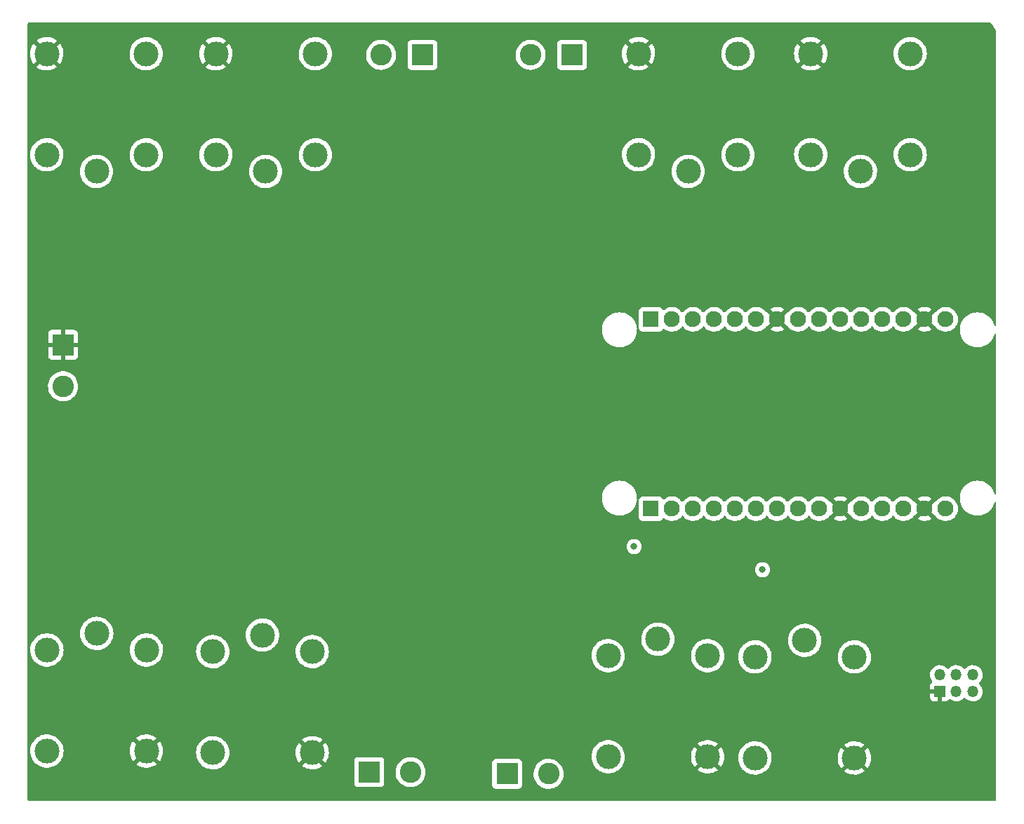
<source format=gbr>
%TF.GenerationSoftware,KiCad,Pcbnew,(6.0.7)*%
%TF.CreationDate,2023-07-14T15:56:38+03:30*%
%TF.ProjectId,Linak-controller,4c696e61-6b2d-4636-9f6e-74726f6c6c65,rev?*%
%TF.SameCoordinates,Original*%
%TF.FileFunction,Copper,L2,Inr*%
%TF.FilePolarity,Positive*%
%FSLAX46Y46*%
G04 Gerber Fmt 4.6, Leading zero omitted, Abs format (unit mm)*
G04 Created by KiCad (PCBNEW (6.0.7)) date 2023-07-14 15:56:38*
%MOMM*%
%LPD*%
G01*
G04 APERTURE LIST*
%TA.AperFunction,ComponentPad*%
%ADD10C,2.600000*%
%TD*%
%TA.AperFunction,ComponentPad*%
%ADD11R,2.600000X2.600000*%
%TD*%
%TA.AperFunction,ComponentPad*%
%ADD12C,3.000000*%
%TD*%
%TA.AperFunction,ComponentPad*%
%ADD13R,1.930000X1.930000*%
%TD*%
%TA.AperFunction,ComponentPad*%
%ADD14C,1.930000*%
%TD*%
%TA.AperFunction,ComponentPad*%
%ADD15R,1.350000X1.350000*%
%TD*%
%TA.AperFunction,ComponentPad*%
%ADD16O,1.350000X1.350000*%
%TD*%
%TA.AperFunction,ViaPad*%
%ADD17C,0.800000*%
%TD*%
G04 APERTURE END LIST*
D10*
%TO.N,Motor_1_Polar_1*%
%TO.C,J1*%
X70572000Y-31826000D03*
D11*
%TO.N,Motor_1_Polar_2*%
X75572000Y-31826000D03*
%TD*%
%TO.N,GND*%
%TO.C,J7*%
X32207000Y-66842000D03*
D10*
%TO.N,supply_Vin*%
X32207000Y-71842000D03*
%TD*%
D12*
%TO.N,Motor_3_Polar_2*%
%TO.C,K6*%
X103966000Y-102363000D03*
%TO.N,GND*%
X109966000Y-116563000D03*
%TO.N,supply_Vin*%
X97966000Y-116563000D03*
%TO.N,+5V*%
X97966000Y-104363000D03*
%TO.N,Net-(D6-Pad2)*%
X109966000Y-104363000D03*
%TD*%
D13*
%TO.N,A0*%
%TO.C,A1*%
X103124000Y-86614000D03*
D14*
%TO.N,unconnected-(A1-PadJ1_2)*%
X105664000Y-86614000D03*
%TO.N,unconnected-(A1-PadJ1_3)*%
X108204000Y-86614000D03*
%TO.N,Relay_4_Polar_1*%
X110744000Y-86614000D03*
%TO.N,Relay_4_Polar_2*%
X113284000Y-86614000D03*
%TO.N,SPI_MOSI*%
X115824000Y-86614000D03*
%TO.N,SPI_CLK*%
X118364000Y-86614000D03*
%TO.N,SPI_MISO*%
X120904000Y-86614000D03*
%TO.N,SPI_CS*%
X123444000Y-86614000D03*
%TO.N,GND*%
X125984000Y-86614000D03*
%TO.N,+3.3V*%
X128524000Y-86614000D03*
%TO.N,unconnected-(A1-PadJ1_12)*%
X131064000Y-86614000D03*
%TO.N,unconnected-(A1-PadJ1_13)*%
X133604000Y-86614000D03*
%TO.N,GND*%
X136144000Y-86614000D03*
%TO.N,+5V*%
X138684000Y-86614000D03*
D13*
%TO.N,D0*%
X103124000Y-63754000D03*
D14*
%TO.N,D1*%
X105664000Y-63754000D03*
%TO.N,D2*%
X108204000Y-63754000D03*
%TO.N,D3*%
X110744000Y-63754000D03*
%TO.N,D4*%
X113284000Y-63754000D03*
%TO.N,unconnected-(A1-PadJ2_6)*%
X115824000Y-63754000D03*
%TO.N,GND*%
X118364000Y-63754000D03*
%TO.N,Relay_1_Polar_1*%
X120904000Y-63754000D03*
%TO.N,Relay_1_Polar_2*%
X123444000Y-63754000D03*
%TO.N,Relay_2_Polar_1*%
X125984000Y-63754000D03*
%TO.N,Relay_2_Polar_2*%
X128524000Y-63754000D03*
%TO.N,Relay_3_Polar_2*%
X131064000Y-63754000D03*
%TO.N,Relay_3_Polar_1*%
X133604000Y-63754000D03*
%TO.N,GND*%
X136144000Y-63754000D03*
%TO.N,unconnected-(A1-PadJ2_15)*%
X138684000Y-63754000D03*
%TD*%
D10*
%TO.N,Motor_2_Polar_1*%
%TO.C,J2*%
X88612000Y-31826000D03*
D11*
%TO.N,Motor_2_Polar_2*%
X93612000Y-31826000D03*
%TD*%
D12*
%TO.N,Net-(D3-Pad2)*%
%TO.C,K3*%
X101622000Y-43896000D03*
%TO.N,+5V*%
X113622000Y-43896000D03*
%TO.N,supply_Vin*%
X113622000Y-31696000D03*
%TO.N,GND*%
X101622000Y-31696000D03*
%TO.N,Motor_2_Polar_1*%
X107622000Y-45896000D03*
%TD*%
D15*
%TO.N,GND*%
%TO.C,J4*%
X137954000Y-108696000D03*
D16*
%TO.N,+5V*%
X137954000Y-106696000D03*
%TO.N,SPI_CS*%
X139954000Y-108696000D03*
%TO.N,SPI_MOSI*%
X139954000Y-106696000D03*
%TO.N,SPI_MISO*%
X141954000Y-108696000D03*
%TO.N,SPI_CLK*%
X141954000Y-106696000D03*
%TD*%
D10*
%TO.N,Motor_4_Polar_1*%
%TO.C,J6*%
X74128000Y-118415000D03*
D11*
%TO.N,Motor_4_Polar_2*%
X69128000Y-118415000D03*
%TD*%
D12*
%TO.N,Net-(D1-Pad2)*%
%TO.C,K1*%
X30242000Y-43896000D03*
%TO.N,+5V*%
X42242000Y-43896000D03*
%TO.N,supply_Vin*%
X42242000Y-31696000D03*
%TO.N,GND*%
X30242000Y-31696000D03*
%TO.N,Motor_1_Polar_1*%
X36242000Y-45896000D03*
%TD*%
%TO.N,Net-(D4-Pad2)*%
%TO.C,K4*%
X122397000Y-43896000D03*
%TO.N,+5V*%
X134397000Y-43896000D03*
%TO.N,supply_Vin*%
X134397000Y-31696000D03*
%TO.N,GND*%
X122397000Y-31696000D03*
%TO.N,Motor_2_Polar_2*%
X128397000Y-45896000D03*
%TD*%
%TO.N,Net-(D8-Pad2)*%
%TO.C,K8*%
X42261000Y-103678000D03*
%TO.N,+5V*%
X30261000Y-103678000D03*
%TO.N,supply_Vin*%
X30261000Y-115878000D03*
%TO.N,GND*%
X42261000Y-115878000D03*
%TO.N,Motor_4_Polar_2*%
X36261000Y-101678000D03*
%TD*%
%TO.N,Net-(D2-Pad2)*%
%TO.C,K2*%
X50642000Y-43896000D03*
%TO.N,+5V*%
X62642000Y-43896000D03*
%TO.N,supply_Vin*%
X62642000Y-31696000D03*
%TO.N,GND*%
X50642000Y-31696000D03*
%TO.N,Motor_1_Polar_2*%
X56642000Y-45896000D03*
%TD*%
D10*
%TO.N,Motor_3_Polar_1*%
%TO.C,J5*%
X90776000Y-118623000D03*
D11*
%TO.N,Motor_3_Polar_2*%
X85776000Y-118623000D03*
%TD*%
D12*
%TO.N,Net-(D7-Pad2)*%
%TO.C,K7*%
X62261000Y-103878000D03*
%TO.N,+5V*%
X50261000Y-103878000D03*
%TO.N,supply_Vin*%
X50261000Y-116078000D03*
%TO.N,GND*%
X62261000Y-116078000D03*
%TO.N,Motor_4_Polar_1*%
X56261000Y-101878000D03*
%TD*%
%TO.N,Net-(D5-Pad2)*%
%TO.C,K5*%
X127666000Y-104513000D03*
%TO.N,+5V*%
X115666000Y-104513000D03*
%TO.N,supply_Vin*%
X115666000Y-116713000D03*
%TO.N,GND*%
X127666000Y-116713000D03*
%TO.N,Motor_3_Polar_1*%
X121666000Y-102513000D03*
%TD*%
D17*
%TO.N,GND*%
X119380000Y-67056000D03*
X136652000Y-66802000D03*
X127000000Y-83820000D03*
X135636000Y-83566000D03*
X134620000Y-109728000D03*
%TO.N,Relay_3_Polar_2*%
X101092000Y-91186000D03*
%TO.N,Relay_3_Polar_1*%
X116586000Y-93980000D03*
%TO.N,GND*%
X132080000Y-97790000D03*
X113538000Y-97282000D03*
X66294000Y-96520000D03*
X46228000Y-96520000D03*
X46990000Y-50800000D03*
X98044000Y-50292000D03*
X118618000Y-51308000D03*
X80772000Y-67056000D03*
X62230000Y-66802000D03*
X79502000Y-75438000D03*
X79248000Y-73406000D03*
X64770000Y-75438000D03*
X64770000Y-73914000D03*
X73914000Y-68580000D03*
X72136000Y-68580000D03*
X70612000Y-68580000D03*
X28956000Y-53594000D03*
%TD*%
%TA.AperFunction,Conductor*%
%TO.N,GND*%
G36*
X144098169Y-27960002D02*
G01*
X144122573Y-27980471D01*
X144138540Y-27997744D01*
X144144965Y-28005267D01*
X144422800Y-28357701D01*
X144428615Y-28365706D01*
X144677925Y-28738828D01*
X144683095Y-28747263D01*
X144763935Y-28891614D01*
X144780000Y-28953180D01*
X144780000Y-64451418D01*
X144759998Y-64519539D01*
X144706342Y-64566032D01*
X144636068Y-64576136D01*
X144571488Y-64546642D01*
X144532466Y-64484666D01*
X144489871Y-64328964D01*
X144474676Y-64293340D01*
X144378763Y-64068476D01*
X144378761Y-64068472D01*
X144377077Y-64064524D01*
X144234459Y-63826227D01*
X144231643Y-63821521D01*
X144231640Y-63821517D01*
X144229439Y-63817839D01*
X144049687Y-63593472D01*
X143841149Y-63395577D01*
X143607683Y-63227814D01*
X143585843Y-63216250D01*
X143562654Y-63203972D01*
X143353608Y-63093288D01*
X143083627Y-62994489D01*
X142802736Y-62933245D01*
X142771685Y-62930801D01*
X142579718Y-62915693D01*
X142579709Y-62915693D01*
X142577261Y-62915500D01*
X142421729Y-62915500D01*
X142419593Y-62915646D01*
X142419582Y-62915646D01*
X142211452Y-62929835D01*
X142211446Y-62929836D01*
X142207175Y-62930127D01*
X142202980Y-62930996D01*
X142202978Y-62930996D01*
X142066416Y-62959277D01*
X141925658Y-62988426D01*
X141654657Y-63084393D01*
X141399188Y-63216250D01*
X141395687Y-63218711D01*
X141395683Y-63218713D01*
X141385594Y-63225804D01*
X141163977Y-63381559D01*
X140953378Y-63577260D01*
X140771287Y-63799732D01*
X140621073Y-64044858D01*
X140505517Y-64308102D01*
X140426756Y-64584594D01*
X140401350Y-64763112D01*
X140391928Y-64829316D01*
X140386249Y-64869216D01*
X140386227Y-64873505D01*
X140386226Y-64873512D01*
X140384765Y-65152417D01*
X140384743Y-65156703D01*
X140385302Y-65160947D01*
X140385302Y-65160951D01*
X140394437Y-65230337D01*
X140422268Y-65441734D01*
X140498129Y-65719036D01*
X140610923Y-65983476D01*
X140758561Y-66230161D01*
X140938313Y-66454528D01*
X141146851Y-66652423D01*
X141380317Y-66820186D01*
X141384112Y-66822195D01*
X141384113Y-66822196D01*
X141405869Y-66833715D01*
X141634392Y-66954712D01*
X141904373Y-67053511D01*
X142185264Y-67114755D01*
X142213841Y-67117004D01*
X142408282Y-67132307D01*
X142408291Y-67132307D01*
X142410739Y-67132500D01*
X142566271Y-67132500D01*
X142568407Y-67132354D01*
X142568418Y-67132354D01*
X142776548Y-67118165D01*
X142776554Y-67118164D01*
X142780825Y-67117873D01*
X142785020Y-67117004D01*
X142785022Y-67117004D01*
X142921584Y-67088723D01*
X143062342Y-67059574D01*
X143333343Y-66963607D01*
X143588812Y-66831750D01*
X143592313Y-66829289D01*
X143592317Y-66829287D01*
X143706418Y-66749095D01*
X143824023Y-66666441D01*
X143923015Y-66574452D01*
X144031479Y-66473661D01*
X144031481Y-66473658D01*
X144034622Y-66470740D01*
X144216713Y-66248268D01*
X144366927Y-66003142D01*
X144482483Y-65739898D01*
X144532821Y-65563185D01*
X144570720Y-65503150D01*
X144635060Y-65473136D01*
X144705413Y-65482671D01*
X144759443Y-65528728D01*
X144780000Y-65597704D01*
X144780000Y-84771418D01*
X144759998Y-84839539D01*
X144706342Y-84886032D01*
X144636068Y-84896136D01*
X144571488Y-84866642D01*
X144532466Y-84804666D01*
X144489871Y-84648964D01*
X144377077Y-84384524D01*
X144229439Y-84137839D01*
X144049687Y-83913472D01*
X143841149Y-83715577D01*
X143607683Y-83547814D01*
X143585843Y-83536250D01*
X143562654Y-83523972D01*
X143353608Y-83413288D01*
X143083627Y-83314489D01*
X142802736Y-83253245D01*
X142771685Y-83250801D01*
X142579718Y-83235693D01*
X142579709Y-83235693D01*
X142577261Y-83235500D01*
X142421729Y-83235500D01*
X142419593Y-83235646D01*
X142419582Y-83235646D01*
X142211452Y-83249835D01*
X142211446Y-83249836D01*
X142207175Y-83250127D01*
X142202980Y-83250996D01*
X142202978Y-83250996D01*
X142066417Y-83279276D01*
X141925658Y-83308426D01*
X141654657Y-83404393D01*
X141399188Y-83536250D01*
X141395687Y-83538711D01*
X141395683Y-83538713D01*
X141385594Y-83545804D01*
X141163977Y-83701559D01*
X140953378Y-83897260D01*
X140771287Y-84119732D01*
X140621073Y-84364858D01*
X140505517Y-84628102D01*
X140426756Y-84904594D01*
X140423672Y-84926266D01*
X140387944Y-85177309D01*
X140386249Y-85189216D01*
X140386227Y-85193505D01*
X140386226Y-85193512D01*
X140385001Y-85427428D01*
X140384743Y-85476703D01*
X140385302Y-85480947D01*
X140385302Y-85480951D01*
X140391688Y-85529454D01*
X140422268Y-85761734D01*
X140423401Y-85765874D01*
X140423401Y-85765876D01*
X140427346Y-85780296D01*
X140498129Y-86039036D01*
X140499813Y-86042984D01*
X140584692Y-86241978D01*
X140610923Y-86303476D01*
X140758561Y-86550161D01*
X140938313Y-86774528D01*
X141146851Y-86972423D01*
X141380317Y-87140186D01*
X141384112Y-87142195D01*
X141384113Y-87142196D01*
X141405869Y-87153715D01*
X141634392Y-87274712D01*
X141904373Y-87373511D01*
X142185264Y-87434755D01*
X142213841Y-87437004D01*
X142408282Y-87452307D01*
X142408291Y-87452307D01*
X142410739Y-87452500D01*
X142566271Y-87452500D01*
X142568407Y-87452354D01*
X142568418Y-87452354D01*
X142776548Y-87438165D01*
X142776554Y-87438164D01*
X142780825Y-87437873D01*
X142785020Y-87437004D01*
X142785022Y-87437004D01*
X142921583Y-87408724D01*
X143062342Y-87379574D01*
X143333343Y-87283607D01*
X143588812Y-87151750D01*
X143592313Y-87149289D01*
X143592317Y-87149287D01*
X143724841Y-87056147D01*
X143824023Y-86986441D01*
X144034622Y-86790740D01*
X144216713Y-86568268D01*
X144366927Y-86323142D01*
X144402556Y-86241978D01*
X144480757Y-86063830D01*
X144482483Y-86059898D01*
X144532821Y-85883185D01*
X144570720Y-85823150D01*
X144635060Y-85793136D01*
X144705413Y-85802671D01*
X144759443Y-85848728D01*
X144780000Y-85917704D01*
X144780000Y-121794000D01*
X144759998Y-121862121D01*
X144706342Y-121908614D01*
X144654000Y-121920000D01*
X28066000Y-121920000D01*
X27997879Y-121899998D01*
X27951386Y-121846342D01*
X27940000Y-121794000D01*
X27940000Y-119763134D01*
X67319500Y-119763134D01*
X67326255Y-119825316D01*
X67377385Y-119961705D01*
X67464739Y-120078261D01*
X67581295Y-120165615D01*
X67717684Y-120216745D01*
X67779866Y-120223500D01*
X70476134Y-120223500D01*
X70538316Y-120216745D01*
X70674705Y-120165615D01*
X70791261Y-120078261D01*
X70878615Y-119961705D01*
X70929745Y-119825316D01*
X70936500Y-119763134D01*
X70936500Y-118367526D01*
X72315050Y-118367526D01*
X72315274Y-118372192D01*
X72315274Y-118372197D01*
X72320690Y-118484951D01*
X72327947Y-118636019D01*
X72380388Y-118899656D01*
X72471220Y-119152646D01*
X72473432Y-119156762D01*
X72473433Y-119156765D01*
X72514810Y-119233771D01*
X72598450Y-119389431D01*
X72601241Y-119393168D01*
X72601245Y-119393175D01*
X72672324Y-119488361D01*
X72759281Y-119604810D01*
X72762590Y-119608090D01*
X72762595Y-119608096D01*
X72946863Y-119790762D01*
X72950180Y-119794050D01*
X72953942Y-119796808D01*
X72953945Y-119796811D01*
X73002912Y-119832715D01*
X73166954Y-119952995D01*
X73171089Y-119955171D01*
X73171093Y-119955173D01*
X73398965Y-120075063D01*
X73404840Y-120078154D01*
X73525225Y-120120194D01*
X73642062Y-120160995D01*
X73658613Y-120166775D01*
X73663206Y-120167647D01*
X73918109Y-120216042D01*
X73918112Y-120216042D01*
X73922698Y-120216913D01*
X74050370Y-120221929D01*
X74186625Y-120227283D01*
X74186630Y-120227283D01*
X74191293Y-120227466D01*
X74295607Y-120216042D01*
X74453844Y-120198713D01*
X74453850Y-120198712D01*
X74458497Y-120198203D01*
X74463021Y-120197012D01*
X74713918Y-120130956D01*
X74713920Y-120130955D01*
X74718441Y-120129765D01*
X74772976Y-120106335D01*
X74961120Y-120025502D01*
X74961122Y-120025501D01*
X74965414Y-120023657D01*
X75050290Y-119971134D01*
X83967500Y-119971134D01*
X83974255Y-120033316D01*
X84025385Y-120169705D01*
X84112739Y-120286261D01*
X84229295Y-120373615D01*
X84365684Y-120424745D01*
X84427866Y-120431500D01*
X87124134Y-120431500D01*
X87186316Y-120424745D01*
X87322705Y-120373615D01*
X87439261Y-120286261D01*
X87526615Y-120169705D01*
X87577745Y-120033316D01*
X87584500Y-119971134D01*
X87584500Y-118575526D01*
X88963050Y-118575526D01*
X88963274Y-118580192D01*
X88963274Y-118580197D01*
X88968522Y-118689445D01*
X88975947Y-118844019D01*
X89028388Y-119107656D01*
X89119220Y-119360646D01*
X89121432Y-119364762D01*
X89121433Y-119364765D01*
X89172902Y-119460553D01*
X89246450Y-119597431D01*
X89249241Y-119601168D01*
X89249245Y-119601175D01*
X89333820Y-119714434D01*
X89407281Y-119812810D01*
X89410590Y-119816090D01*
X89410595Y-119816096D01*
X89594863Y-119998762D01*
X89598180Y-120002050D01*
X89601942Y-120004808D01*
X89601945Y-120004811D01*
X89773986Y-120130956D01*
X89814954Y-120160995D01*
X89819089Y-120163171D01*
X89819093Y-120163173D01*
X90048698Y-120283975D01*
X90052840Y-120286154D01*
X90306613Y-120374775D01*
X90311206Y-120375647D01*
X90566109Y-120424042D01*
X90566112Y-120424042D01*
X90570698Y-120424913D01*
X90698370Y-120429929D01*
X90834625Y-120435283D01*
X90834630Y-120435283D01*
X90839293Y-120435466D01*
X90943607Y-120424042D01*
X91101844Y-120406713D01*
X91101850Y-120406712D01*
X91106497Y-120406203D01*
X91218302Y-120376767D01*
X91361918Y-120338956D01*
X91361920Y-120338955D01*
X91366441Y-120337765D01*
X91473795Y-120291642D01*
X91609120Y-120233502D01*
X91609122Y-120233501D01*
X91613414Y-120231657D01*
X91727603Y-120160995D01*
X91838017Y-120092669D01*
X91838021Y-120092666D01*
X91841990Y-120090210D01*
X92047149Y-119916530D01*
X92224382Y-119714434D01*
X92230442Y-119705014D01*
X92350936Y-119517683D01*
X92369797Y-119488361D01*
X92480199Y-119243278D01*
X92486346Y-119221481D01*
X92551893Y-118989072D01*
X92551894Y-118989069D01*
X92553163Y-118984568D01*
X92571043Y-118844019D01*
X92586688Y-118721045D01*
X92586688Y-118721041D01*
X92587086Y-118717915D01*
X92587790Y-118691050D01*
X92589488Y-118626160D01*
X92589571Y-118623000D01*
X92582501Y-118527869D01*
X92569996Y-118359592D01*
X92569996Y-118359591D01*
X92569650Y-118354937D01*
X92568619Y-118350379D01*
X92511361Y-118097331D01*
X92511360Y-118097326D01*
X92510327Y-118092763D01*
X92412902Y-117842238D01*
X92279518Y-117608864D01*
X92269357Y-117595974D01*
X92184942Y-117488894D01*
X92113105Y-117397769D01*
X91917317Y-117213591D01*
X91757612Y-117102799D01*
X91700299Y-117063039D01*
X91700296Y-117063037D01*
X91696457Y-117060374D01*
X91692264Y-117058306D01*
X91459564Y-116943551D01*
X91459561Y-116943550D01*
X91455376Y-116941486D01*
X91435183Y-116935022D01*
X91334518Y-116902799D01*
X91199370Y-116859538D01*
X91194763Y-116858788D01*
X91194760Y-116858787D01*
X90981337Y-116824029D01*
X90934063Y-116816330D01*
X90803719Y-116814624D01*
X90669961Y-116812873D01*
X90669958Y-116812873D01*
X90665284Y-116812812D01*
X90398937Y-116849060D01*
X90394451Y-116850368D01*
X90394449Y-116850368D01*
X90378424Y-116855039D01*
X90140874Y-116924278D01*
X90136621Y-116926238D01*
X90136620Y-116926239D01*
X90106634Y-116940063D01*
X89896763Y-117036815D01*
X89892854Y-117039378D01*
X89675881Y-117181631D01*
X89675876Y-117181635D01*
X89671968Y-117184197D01*
X89648341Y-117205285D01*
X89489811Y-117346779D01*
X89471426Y-117363188D01*
X89299544Y-117569854D01*
X89297121Y-117573847D01*
X89218172Y-117703951D01*
X89160096Y-117799656D01*
X89158287Y-117803970D01*
X89158285Y-117803974D01*
X89082627Y-117984399D01*
X89056148Y-118047545D01*
X88989981Y-118308077D01*
X88963050Y-118575526D01*
X87584500Y-118575526D01*
X87584500Y-117274866D01*
X87577745Y-117212684D01*
X87526615Y-117076295D01*
X87439261Y-116959739D01*
X87322705Y-116872385D01*
X87186316Y-116821255D01*
X87124134Y-116814500D01*
X84427866Y-116814500D01*
X84365684Y-116821255D01*
X84229295Y-116872385D01*
X84112739Y-116959739D01*
X84025385Y-117076295D01*
X83974255Y-117212684D01*
X83967500Y-117274866D01*
X83967500Y-119971134D01*
X75050290Y-119971134D01*
X75084071Y-119950230D01*
X75190017Y-119884669D01*
X75190021Y-119884666D01*
X75193990Y-119882210D01*
X75399149Y-119708530D01*
X75576382Y-119506434D01*
X75721797Y-119280361D01*
X75832199Y-119035278D01*
X75833469Y-119030775D01*
X75903893Y-118781072D01*
X75903894Y-118781069D01*
X75905163Y-118776568D01*
X75923043Y-118636019D01*
X75938688Y-118513045D01*
X75938688Y-118513041D01*
X75939086Y-118509915D01*
X75941571Y-118415000D01*
X75938036Y-118367434D01*
X75921996Y-118151592D01*
X75921996Y-118151591D01*
X75921650Y-118146937D01*
X75911047Y-118100077D01*
X75863361Y-117889331D01*
X75863360Y-117889326D01*
X75862327Y-117884763D01*
X75764902Y-117634238D01*
X75631518Y-117400864D01*
X75628501Y-117397036D01*
X75552939Y-117301187D01*
X75465105Y-117189769D01*
X75269317Y-117005591D01*
X75085300Y-116877933D01*
X75052299Y-116855039D01*
X75052296Y-116855037D01*
X75048457Y-116852374D01*
X75041737Y-116849060D01*
X74811564Y-116735551D01*
X74811561Y-116735550D01*
X74807376Y-116733486D01*
X74783403Y-116725812D01*
X74583975Y-116661975D01*
X74551370Y-116651538D01*
X74546763Y-116650788D01*
X74546760Y-116650787D01*
X74333337Y-116616029D01*
X74286063Y-116608330D01*
X74155719Y-116606624D01*
X74021961Y-116604873D01*
X74021958Y-116604873D01*
X74017284Y-116604812D01*
X73750937Y-116641060D01*
X73746451Y-116642368D01*
X73746449Y-116642368D01*
X73701244Y-116655544D01*
X73492874Y-116716278D01*
X73248763Y-116828815D01*
X73244854Y-116831378D01*
X73027881Y-116973631D01*
X73027876Y-116973635D01*
X73023968Y-116976197D01*
X72953180Y-117039378D01*
X72830477Y-117148895D01*
X72823426Y-117155188D01*
X72651544Y-117361854D01*
X72649121Y-117365847D01*
X72534570Y-117554621D01*
X72512096Y-117591656D01*
X72510287Y-117595970D01*
X72510285Y-117595974D01*
X72426551Y-117795658D01*
X72408148Y-117839545D01*
X72341981Y-118100077D01*
X72315050Y-118367526D01*
X70936500Y-118367526D01*
X70936500Y-117066866D01*
X70929745Y-117004684D01*
X70878615Y-116868295D01*
X70791261Y-116751739D01*
X70674705Y-116664385D01*
X70538316Y-116613255D01*
X70476134Y-116606500D01*
X67779866Y-116606500D01*
X67717684Y-116613255D01*
X67581295Y-116664385D01*
X67464739Y-116751739D01*
X67377385Y-116868295D01*
X67326255Y-117004684D01*
X67319500Y-117066866D01*
X67319500Y-119763134D01*
X27940000Y-119763134D01*
X27940000Y-115856918D01*
X28247917Y-115856918D01*
X28263682Y-116130320D01*
X28264507Y-116134525D01*
X28264508Y-116134533D01*
X28291709Y-116273177D01*
X28316405Y-116399053D01*
X28317792Y-116403103D01*
X28317793Y-116403108D01*
X28402593Y-116650787D01*
X28405112Y-116658144D01*
X28455796Y-116758919D01*
X28485049Y-116817081D01*
X28528160Y-116902799D01*
X28530586Y-116906328D01*
X28530589Y-116906334D01*
X28680843Y-117124953D01*
X28683274Y-117128490D01*
X28686161Y-117131663D01*
X28686162Y-117131664D01*
X28864692Y-117327867D01*
X28867582Y-117331043D01*
X28870877Y-117333798D01*
X28870878Y-117333799D01*
X28915382Y-117371010D01*
X29077675Y-117506707D01*
X29081316Y-117508991D01*
X29306024Y-117649951D01*
X29306028Y-117649953D01*
X29309664Y-117652234D01*
X29377544Y-117682883D01*
X29555345Y-117763164D01*
X29555349Y-117763166D01*
X29559257Y-117764930D01*
X29563377Y-117766150D01*
X29563376Y-117766150D01*
X29817723Y-117841491D01*
X29817727Y-117841492D01*
X29821836Y-117842709D01*
X29826070Y-117843357D01*
X29826075Y-117843358D01*
X30088298Y-117883483D01*
X30088300Y-117883483D01*
X30092540Y-117884132D01*
X30231912Y-117886322D01*
X30362071Y-117888367D01*
X30362077Y-117888367D01*
X30366362Y-117888434D01*
X30638235Y-117855534D01*
X30903127Y-117786041D01*
X30907087Y-117784401D01*
X30907092Y-117784399D01*
X31029631Y-117733641D01*
X31156136Y-117681241D01*
X31352902Y-117566260D01*
X31388879Y-117545237D01*
X31388880Y-117545236D01*
X31392582Y-117543073D01*
X31488767Y-117467654D01*
X41036618Y-117467654D01*
X41043673Y-117477627D01*
X41074679Y-117503551D01*
X41081598Y-117508579D01*
X41306272Y-117649515D01*
X41313807Y-117653556D01*
X41555520Y-117762694D01*
X41563551Y-117765680D01*
X41817832Y-117841002D01*
X41826184Y-117842869D01*
X42088340Y-117882984D01*
X42096874Y-117883700D01*
X42362045Y-117887867D01*
X42370596Y-117887418D01*
X42633883Y-117855557D01*
X42642284Y-117853955D01*
X42898824Y-117786653D01*
X42906926Y-117783926D01*
X43151949Y-117682434D01*
X43159617Y-117678628D01*
X43388598Y-117544822D01*
X43395679Y-117540009D01*
X43475655Y-117477301D01*
X43484125Y-117465442D01*
X43477608Y-117453818D01*
X42273812Y-116250022D01*
X42259868Y-116242408D01*
X42258035Y-116242539D01*
X42251420Y-116246790D01*
X41043910Y-117454300D01*
X41036618Y-117467654D01*
X31488767Y-117467654D01*
X31608089Y-117374094D01*
X31619951Y-117361854D01*
X31766213Y-117210923D01*
X31798669Y-117177431D01*
X31801202Y-117173983D01*
X31801206Y-117173978D01*
X31958257Y-116960178D01*
X31960795Y-116956723D01*
X31962841Y-116952955D01*
X32089418Y-116719830D01*
X32089419Y-116719828D01*
X32091468Y-116716054D01*
X32188269Y-116459877D01*
X32232007Y-116268907D01*
X32248449Y-116197117D01*
X32248450Y-116197113D01*
X32249407Y-116192933D01*
X32250924Y-116175944D01*
X32273531Y-115922627D01*
X32273532Y-115922616D01*
X32273751Y-115920161D01*
X32274193Y-115878000D01*
X32273048Y-115861204D01*
X40248665Y-115861204D01*
X40263932Y-116125969D01*
X40265005Y-116134470D01*
X40316065Y-116394722D01*
X40318276Y-116402974D01*
X40404184Y-116653894D01*
X40407499Y-116661779D01*
X40526664Y-116898713D01*
X40531020Y-116906079D01*
X40660347Y-117094250D01*
X40670601Y-117102594D01*
X40684342Y-117095448D01*
X41888978Y-115890812D01*
X41895356Y-115879132D01*
X42625408Y-115879132D01*
X42625539Y-115880965D01*
X42629790Y-115887580D01*
X43836730Y-117094520D01*
X43848939Y-117101187D01*
X43860439Y-117092497D01*
X43957831Y-116959913D01*
X43962418Y-116952685D01*
X44088962Y-116719621D01*
X44092530Y-116711827D01*
X44186271Y-116463750D01*
X44188748Y-116455544D01*
X44247954Y-116197038D01*
X44249294Y-116188577D01*
X44261045Y-116056918D01*
X48247917Y-116056918D01*
X48263682Y-116330320D01*
X48264507Y-116334525D01*
X48264508Y-116334533D01*
X48285698Y-116442539D01*
X48316405Y-116599053D01*
X48317792Y-116603103D01*
X48317793Y-116603108D01*
X48403136Y-116852374D01*
X48405112Y-116858144D01*
X48456827Y-116960969D01*
X48522979Y-117092497D01*
X48528160Y-117102799D01*
X48530586Y-117106328D01*
X48530589Y-117106334D01*
X48659741Y-117294250D01*
X48683274Y-117328490D01*
X48686161Y-117331663D01*
X48686162Y-117331664D01*
X48829406Y-117489088D01*
X48867582Y-117531043D01*
X48870877Y-117533798D01*
X48870878Y-117533799D01*
X48891515Y-117551054D01*
X49077675Y-117706707D01*
X49081316Y-117708991D01*
X49306024Y-117849951D01*
X49306028Y-117849953D01*
X49309664Y-117852234D01*
X49434460Y-117908582D01*
X49555345Y-117963164D01*
X49555349Y-117963166D01*
X49559257Y-117964930D01*
X49563377Y-117966150D01*
X49563376Y-117966150D01*
X49817723Y-118041491D01*
X49817727Y-118041492D01*
X49821836Y-118042709D01*
X49826070Y-118043357D01*
X49826075Y-118043358D01*
X50088298Y-118083483D01*
X50088300Y-118083483D01*
X50092540Y-118084132D01*
X50231912Y-118086322D01*
X50362071Y-118088367D01*
X50362077Y-118088367D01*
X50366362Y-118088434D01*
X50638235Y-118055534D01*
X50903127Y-117986041D01*
X50907087Y-117984401D01*
X50907092Y-117984399D01*
X51044464Y-117927497D01*
X51156136Y-117881241D01*
X51322671Y-117783926D01*
X51388879Y-117745237D01*
X51388880Y-117745236D01*
X51392582Y-117743073D01*
X51488767Y-117667654D01*
X61036618Y-117667654D01*
X61043673Y-117677627D01*
X61074679Y-117703551D01*
X61081598Y-117708579D01*
X61306272Y-117849515D01*
X61313807Y-117853556D01*
X61555520Y-117962694D01*
X61563551Y-117965680D01*
X61817832Y-118041002D01*
X61826184Y-118042869D01*
X62088340Y-118082984D01*
X62096874Y-118083700D01*
X62362045Y-118087867D01*
X62370596Y-118087418D01*
X62633883Y-118055557D01*
X62642284Y-118053955D01*
X62898824Y-117986653D01*
X62906926Y-117983926D01*
X63151949Y-117882434D01*
X63159617Y-117878628D01*
X63388598Y-117744822D01*
X63395679Y-117740009D01*
X63475655Y-117677301D01*
X63484125Y-117665442D01*
X63477608Y-117653818D01*
X62273812Y-116450022D01*
X62259868Y-116442408D01*
X62258035Y-116442539D01*
X62251420Y-116446790D01*
X61043910Y-117654300D01*
X61036618Y-117667654D01*
X51488767Y-117667654D01*
X51608089Y-117574094D01*
X51630417Y-117551054D01*
X51772320Y-117404621D01*
X51798669Y-117377431D01*
X51801202Y-117373983D01*
X51801206Y-117373978D01*
X51958257Y-117160178D01*
X51960795Y-117156723D01*
X51962841Y-117152955D01*
X52089418Y-116919830D01*
X52089419Y-116919828D01*
X52091468Y-116916054D01*
X52150844Y-116758919D01*
X52186751Y-116663895D01*
X52186752Y-116663891D01*
X52188269Y-116659877D01*
X52239624Y-116435649D01*
X52248449Y-116397117D01*
X52248450Y-116397113D01*
X52249407Y-116392933D01*
X52253365Y-116348592D01*
X52273531Y-116122627D01*
X52273532Y-116122616D01*
X52273751Y-116120161D01*
X52274193Y-116078000D01*
X52273048Y-116061204D01*
X60248665Y-116061204D01*
X60263932Y-116325969D01*
X60265005Y-116334470D01*
X60316065Y-116594722D01*
X60318276Y-116602974D01*
X60404184Y-116853894D01*
X60407499Y-116861779D01*
X60526664Y-117098713D01*
X60531020Y-117106079D01*
X60660347Y-117294250D01*
X60670601Y-117302594D01*
X60684342Y-117295448D01*
X61888978Y-116090812D01*
X61895356Y-116079132D01*
X62625408Y-116079132D01*
X62625539Y-116080965D01*
X62629790Y-116087580D01*
X63836730Y-117294520D01*
X63848939Y-117301187D01*
X63860439Y-117292497D01*
X63957831Y-117159913D01*
X63962418Y-117152685D01*
X64088962Y-116919621D01*
X64092530Y-116911827D01*
X64186271Y-116663750D01*
X64188748Y-116655544D01*
X64214772Y-116541918D01*
X95952917Y-116541918D01*
X95968682Y-116815320D01*
X95969507Y-116819525D01*
X95969508Y-116819533D01*
X95990698Y-116927539D01*
X96021405Y-117084053D01*
X96022792Y-117088103D01*
X96022793Y-117088108D01*
X96106912Y-117333799D01*
X96110112Y-117343144D01*
X96128905Y-117380509D01*
X96224135Y-117569854D01*
X96233160Y-117587799D01*
X96235586Y-117591328D01*
X96235589Y-117591334D01*
X96370724Y-117787955D01*
X96388274Y-117813490D01*
X96391161Y-117816663D01*
X96391162Y-117816664D01*
X96494697Y-117930448D01*
X96572582Y-118016043D01*
X96575877Y-118018798D01*
X96575878Y-118018799D01*
X96669802Y-118097331D01*
X96782675Y-118191707D01*
X96786316Y-118193991D01*
X97011024Y-118334951D01*
X97011028Y-118334953D01*
X97014664Y-118337234D01*
X97081753Y-118367526D01*
X97260345Y-118448164D01*
X97260349Y-118448166D01*
X97264257Y-118449930D01*
X97268377Y-118451150D01*
X97268376Y-118451150D01*
X97522723Y-118526491D01*
X97522727Y-118526492D01*
X97526836Y-118527709D01*
X97531070Y-118528357D01*
X97531075Y-118528358D01*
X97793298Y-118568483D01*
X97793300Y-118568483D01*
X97797540Y-118569132D01*
X97936912Y-118571322D01*
X98067071Y-118573367D01*
X98067077Y-118573367D01*
X98071362Y-118573434D01*
X98343235Y-118540534D01*
X98608127Y-118471041D01*
X98612087Y-118469401D01*
X98612092Y-118469399D01*
X98751024Y-118411851D01*
X98861136Y-118366241D01*
X98992805Y-118289300D01*
X99093879Y-118230237D01*
X99093880Y-118230236D01*
X99097582Y-118228073D01*
X99193767Y-118152654D01*
X108741618Y-118152654D01*
X108748673Y-118162627D01*
X108779679Y-118188551D01*
X108786598Y-118193579D01*
X109011272Y-118334515D01*
X109018807Y-118338556D01*
X109260520Y-118447694D01*
X109268551Y-118450680D01*
X109522832Y-118526002D01*
X109531184Y-118527869D01*
X109793340Y-118567984D01*
X109801874Y-118568700D01*
X110067045Y-118572867D01*
X110075596Y-118572418D01*
X110338883Y-118540557D01*
X110347284Y-118538955D01*
X110603824Y-118471653D01*
X110611926Y-118468926D01*
X110856949Y-118367434D01*
X110864617Y-118363628D01*
X111093598Y-118229822D01*
X111100679Y-118225009D01*
X111180655Y-118162301D01*
X111189125Y-118150442D01*
X111182608Y-118138818D01*
X109978812Y-116935022D01*
X109964868Y-116927408D01*
X109963035Y-116927539D01*
X109956420Y-116931790D01*
X108748910Y-118139300D01*
X108741618Y-118152654D01*
X99193767Y-118152654D01*
X99313089Y-118059094D01*
X99317595Y-118054445D01*
X99483752Y-117882984D01*
X99503669Y-117862431D01*
X99506202Y-117858983D01*
X99506206Y-117858978D01*
X99663257Y-117645178D01*
X99665795Y-117641723D01*
X99667841Y-117637955D01*
X99794418Y-117404830D01*
X99794419Y-117404828D01*
X99796468Y-117401054D01*
X99861209Y-117229722D01*
X99891751Y-117148895D01*
X99891752Y-117148891D01*
X99893269Y-117144877D01*
X99935389Y-116960969D01*
X99953449Y-116882117D01*
X99953450Y-116882113D01*
X99954407Y-116877933D01*
X99954903Y-116872385D01*
X99978531Y-116607627D01*
X99978532Y-116607616D01*
X99978751Y-116605161D01*
X99979193Y-116563000D01*
X99978048Y-116546204D01*
X107953665Y-116546204D01*
X107968932Y-116810969D01*
X107970005Y-116819470D01*
X108021065Y-117079722D01*
X108023276Y-117087974D01*
X108109184Y-117338894D01*
X108112499Y-117346779D01*
X108231664Y-117583713D01*
X108236020Y-117591079D01*
X108365347Y-117779250D01*
X108375601Y-117787594D01*
X108389342Y-117780448D01*
X109593978Y-116575812D01*
X109600356Y-116564132D01*
X110330408Y-116564132D01*
X110330539Y-116565965D01*
X110334790Y-116572580D01*
X111541730Y-117779520D01*
X111553939Y-117786187D01*
X111565439Y-117777497D01*
X111662831Y-117644913D01*
X111667418Y-117637685D01*
X111793962Y-117404621D01*
X111797530Y-117396827D01*
X111891271Y-117148750D01*
X111893748Y-117140544D01*
X111952954Y-116882038D01*
X111954294Y-116873577D01*
X111970507Y-116691918D01*
X113652917Y-116691918D01*
X113668682Y-116965320D01*
X113669507Y-116969525D01*
X113669508Y-116969533D01*
X113695338Y-117101187D01*
X113721405Y-117234053D01*
X113722792Y-117238103D01*
X113722793Y-117238108D01*
X113804799Y-117477627D01*
X113810112Y-117493144D01*
X113868313Y-117608864D01*
X113890126Y-117652234D01*
X113933160Y-117737799D01*
X113935586Y-117741328D01*
X113935589Y-117741334D01*
X114064741Y-117929250D01*
X114088274Y-117963490D01*
X114091161Y-117966663D01*
X114091162Y-117966664D01*
X114255197Y-118146937D01*
X114272582Y-118166043D01*
X114482675Y-118341707D01*
X114486316Y-118343991D01*
X114711024Y-118484951D01*
X114711028Y-118484953D01*
X114714664Y-118487234D01*
X114804306Y-118527709D01*
X114960345Y-118598164D01*
X114960349Y-118598166D01*
X114964257Y-118599930D01*
X114968377Y-118601150D01*
X114968376Y-118601150D01*
X115222723Y-118676491D01*
X115222727Y-118676492D01*
X115226836Y-118677709D01*
X115231070Y-118678357D01*
X115231075Y-118678358D01*
X115493298Y-118718483D01*
X115493300Y-118718483D01*
X115497540Y-118719132D01*
X115636912Y-118721322D01*
X115767071Y-118723367D01*
X115767077Y-118723367D01*
X115771362Y-118723434D01*
X116043235Y-118690534D01*
X116308127Y-118621041D01*
X116312087Y-118619401D01*
X116312092Y-118619399D01*
X116436218Y-118567984D01*
X116561136Y-118516241D01*
X116797582Y-118378073D01*
X116893767Y-118302654D01*
X126441618Y-118302654D01*
X126448673Y-118312627D01*
X126479679Y-118338551D01*
X126486598Y-118343579D01*
X126711272Y-118484515D01*
X126718807Y-118488556D01*
X126960520Y-118597694D01*
X126968551Y-118600680D01*
X127222832Y-118676002D01*
X127231184Y-118677869D01*
X127493340Y-118717984D01*
X127501874Y-118718700D01*
X127767045Y-118722867D01*
X127775596Y-118722418D01*
X128038883Y-118690557D01*
X128047284Y-118688955D01*
X128303824Y-118621653D01*
X128311926Y-118618926D01*
X128556949Y-118517434D01*
X128564617Y-118513628D01*
X128793598Y-118379822D01*
X128800679Y-118375009D01*
X128880655Y-118312301D01*
X128889125Y-118300442D01*
X128882608Y-118288818D01*
X127678812Y-117085022D01*
X127664868Y-117077408D01*
X127663035Y-117077539D01*
X127656420Y-117081790D01*
X126448910Y-118289300D01*
X126441618Y-118302654D01*
X116893767Y-118302654D01*
X117013089Y-118209094D01*
X117029939Y-118191707D01*
X117161899Y-118055534D01*
X117203669Y-118012431D01*
X117206202Y-118008983D01*
X117206206Y-118008978D01*
X117363257Y-117795178D01*
X117365795Y-117791723D01*
X117367841Y-117787955D01*
X117494418Y-117554830D01*
X117494419Y-117554828D01*
X117496468Y-117551054D01*
X117555599Y-117394569D01*
X117591751Y-117298895D01*
X117591752Y-117298891D01*
X117593269Y-117294877D01*
X117630650Y-117131664D01*
X117653449Y-117032117D01*
X117653450Y-117032113D01*
X117654407Y-117027933D01*
X117657143Y-116997285D01*
X117678531Y-116757627D01*
X117678532Y-116757616D01*
X117678751Y-116755161D01*
X117679193Y-116713000D01*
X117678048Y-116696204D01*
X125653665Y-116696204D01*
X125668932Y-116960969D01*
X125670005Y-116969470D01*
X125721065Y-117229722D01*
X125723276Y-117237974D01*
X125809184Y-117488894D01*
X125812499Y-117496779D01*
X125931664Y-117733713D01*
X125936020Y-117741079D01*
X126065347Y-117929250D01*
X126075601Y-117937594D01*
X126089342Y-117930448D01*
X127293978Y-116725812D01*
X127300356Y-116714132D01*
X128030408Y-116714132D01*
X128030539Y-116715965D01*
X128034790Y-116722580D01*
X129241730Y-117929520D01*
X129253939Y-117936187D01*
X129265439Y-117927497D01*
X129362831Y-117794913D01*
X129367418Y-117787685D01*
X129493962Y-117554621D01*
X129497530Y-117546827D01*
X129591271Y-117298750D01*
X129593748Y-117290544D01*
X129652954Y-117032038D01*
X129654294Y-117023577D01*
X129678031Y-116757616D01*
X129678277Y-116752677D01*
X129678666Y-116715485D01*
X129678523Y-116710519D01*
X129660362Y-116444123D01*
X129659201Y-116435649D01*
X129605419Y-116175944D01*
X129603120Y-116167709D01*
X129514588Y-115917705D01*
X129511191Y-115909854D01*
X129389550Y-115674178D01*
X129385122Y-115666866D01*
X129266031Y-115497417D01*
X129255509Y-115489037D01*
X129242121Y-115496089D01*
X128038022Y-116700188D01*
X128030408Y-116714132D01*
X127300356Y-116714132D01*
X127301592Y-116711868D01*
X127301461Y-116710035D01*
X127297210Y-116703420D01*
X126089814Y-115496024D01*
X126077804Y-115489466D01*
X126066064Y-115498434D01*
X125957935Y-115648911D01*
X125953418Y-115656196D01*
X125829325Y-115890567D01*
X125825839Y-115898395D01*
X125734700Y-116147446D01*
X125732311Y-116155670D01*
X125675812Y-116414795D01*
X125674563Y-116423250D01*
X125653754Y-116687653D01*
X125653665Y-116696204D01*
X117678048Y-116696204D01*
X117675879Y-116664385D01*
X117660859Y-116444055D01*
X117660858Y-116444049D01*
X117660567Y-116439778D01*
X117605032Y-116171612D01*
X117513617Y-115913465D01*
X117444625Y-115779795D01*
X117389978Y-115673919D01*
X117389978Y-115673918D01*
X117388013Y-115670112D01*
X117378040Y-115655921D01*
X117282878Y-115520520D01*
X117230545Y-115446057D01*
X117044125Y-115245445D01*
X117040810Y-115242731D01*
X117040806Y-115242728D01*
X116897582Y-115125500D01*
X126442584Y-115125500D01*
X126448980Y-115136770D01*
X127653188Y-116340978D01*
X127667132Y-116348592D01*
X127668965Y-116348461D01*
X127675580Y-116344210D01*
X128882604Y-115137186D01*
X128889795Y-115124017D01*
X128882473Y-115113780D01*
X128835233Y-115075115D01*
X128828261Y-115070160D01*
X128602122Y-114931582D01*
X128594552Y-114927624D01*
X128351704Y-114821022D01*
X128343644Y-114818120D01*
X128088592Y-114745467D01*
X128080214Y-114743685D01*
X127817656Y-114706318D01*
X127809111Y-114705691D01*
X127543908Y-114704302D01*
X127535374Y-114704839D01*
X127272433Y-114739456D01*
X127264035Y-114741149D01*
X127008238Y-114811127D01*
X127000143Y-114813946D01*
X126756199Y-114917997D01*
X126748577Y-114921881D01*
X126521013Y-115058075D01*
X126513981Y-115062962D01*
X126451053Y-115113377D01*
X126442584Y-115125500D01*
X116897582Y-115125500D01*
X116857542Y-115092728D01*
X116832205Y-115071990D01*
X116598704Y-114928901D01*
X116594768Y-114927173D01*
X116351873Y-114820549D01*
X116351869Y-114820548D01*
X116347945Y-114818825D01*
X116084566Y-114743800D01*
X116080324Y-114743196D01*
X116080318Y-114743195D01*
X115879834Y-114714662D01*
X115813443Y-114705213D01*
X115669589Y-114704460D01*
X115543877Y-114703802D01*
X115543871Y-114703802D01*
X115539591Y-114703780D01*
X115535347Y-114704339D01*
X115535343Y-114704339D01*
X115416302Y-114720011D01*
X115268078Y-114739525D01*
X115263938Y-114740658D01*
X115263936Y-114740658D01*
X115191008Y-114760609D01*
X115003928Y-114811788D01*
X114991390Y-114817136D01*
X114755982Y-114917546D01*
X114755978Y-114917548D01*
X114752030Y-114919232D01*
X114633414Y-114990222D01*
X114520725Y-115057664D01*
X114520721Y-115057667D01*
X114517043Y-115059868D01*
X114303318Y-115231094D01*
X114114808Y-115429742D01*
X113955002Y-115652136D01*
X113826857Y-115894161D01*
X113825385Y-115898184D01*
X113825383Y-115898188D01*
X113738892Y-116134533D01*
X113732743Y-116151337D01*
X113674404Y-116418907D01*
X113674068Y-116423177D01*
X113655123Y-116663895D01*
X113652917Y-116691918D01*
X111970507Y-116691918D01*
X111978031Y-116607616D01*
X111978277Y-116602677D01*
X111978666Y-116565485D01*
X111978523Y-116560519D01*
X111960362Y-116294123D01*
X111959201Y-116285649D01*
X111905419Y-116025944D01*
X111903120Y-116017709D01*
X111814588Y-115767705D01*
X111811191Y-115759854D01*
X111689550Y-115524178D01*
X111685122Y-115516866D01*
X111566031Y-115347417D01*
X111555509Y-115339037D01*
X111542121Y-115346089D01*
X110338022Y-116550188D01*
X110330408Y-116564132D01*
X109600356Y-116564132D01*
X109601592Y-116561868D01*
X109601461Y-116560035D01*
X109597210Y-116553420D01*
X108389814Y-115346024D01*
X108377804Y-115339466D01*
X108366064Y-115348434D01*
X108257935Y-115498911D01*
X108253418Y-115506196D01*
X108129325Y-115740567D01*
X108125839Y-115748395D01*
X108034700Y-115997446D01*
X108032311Y-116005670D01*
X107975812Y-116264795D01*
X107974563Y-116273250D01*
X107953754Y-116537653D01*
X107953665Y-116546204D01*
X99978048Y-116546204D01*
X99972163Y-116459877D01*
X99960859Y-116294055D01*
X99960858Y-116294049D01*
X99960567Y-116289778D01*
X99905032Y-116021612D01*
X99813617Y-115763465D01*
X99688013Y-115520112D01*
X99682626Y-115512446D01*
X99542063Y-115312446D01*
X99530545Y-115296057D01*
X99361163Y-115113780D01*
X99347046Y-115098588D01*
X99347043Y-115098585D01*
X99344125Y-115095445D01*
X99340810Y-115092731D01*
X99340806Y-115092728D01*
X99197581Y-114975500D01*
X108742584Y-114975500D01*
X108748980Y-114986770D01*
X109953188Y-116190978D01*
X109967132Y-116198592D01*
X109968965Y-116198461D01*
X109975580Y-116194210D01*
X111182604Y-114987186D01*
X111189795Y-114974017D01*
X111182473Y-114963780D01*
X111135233Y-114925115D01*
X111128261Y-114920160D01*
X110902122Y-114781582D01*
X110894552Y-114777624D01*
X110651704Y-114671022D01*
X110643644Y-114668120D01*
X110388592Y-114595467D01*
X110380214Y-114593685D01*
X110117656Y-114556318D01*
X110109111Y-114555691D01*
X109843908Y-114554302D01*
X109835374Y-114554839D01*
X109572433Y-114589456D01*
X109564035Y-114591149D01*
X109308238Y-114661127D01*
X109300143Y-114663946D01*
X109056199Y-114767997D01*
X109048577Y-114771881D01*
X108821013Y-114908075D01*
X108813981Y-114912962D01*
X108751053Y-114963377D01*
X108742584Y-114975500D01*
X99197581Y-114975500D01*
X99143390Y-114931145D01*
X99132205Y-114921990D01*
X98956898Y-114814562D01*
X98902366Y-114781145D01*
X98902365Y-114781145D01*
X98898704Y-114778901D01*
X98894768Y-114777173D01*
X98651873Y-114670549D01*
X98651869Y-114670548D01*
X98647945Y-114668825D01*
X98384566Y-114593800D01*
X98380324Y-114593196D01*
X98380318Y-114593195D01*
X98179834Y-114564662D01*
X98113443Y-114555213D01*
X97969589Y-114554460D01*
X97843877Y-114553802D01*
X97843871Y-114553802D01*
X97839591Y-114553780D01*
X97835347Y-114554339D01*
X97835343Y-114554339D01*
X97716302Y-114570011D01*
X97568078Y-114589525D01*
X97563938Y-114590658D01*
X97563936Y-114590658D01*
X97536287Y-114598222D01*
X97303928Y-114661788D01*
X97299980Y-114663472D01*
X97055982Y-114767546D01*
X97055978Y-114767548D01*
X97052030Y-114769232D01*
X96965495Y-114821022D01*
X96820725Y-114907664D01*
X96820721Y-114907667D01*
X96817043Y-114909868D01*
X96603318Y-115081094D01*
X96550089Y-115137186D01*
X96419447Y-115274854D01*
X96414808Y-115279742D01*
X96255002Y-115502136D01*
X96126857Y-115744161D01*
X96125385Y-115748184D01*
X96125383Y-115748188D01*
X96063355Y-115917686D01*
X96032743Y-116001337D01*
X95974404Y-116268907D01*
X95964986Y-116388577D01*
X95960739Y-116442539D01*
X95952917Y-116541918D01*
X64214772Y-116541918D01*
X64247954Y-116397038D01*
X64249294Y-116388577D01*
X64273031Y-116122616D01*
X64273277Y-116117677D01*
X64273666Y-116080485D01*
X64273523Y-116075519D01*
X64255362Y-115809123D01*
X64254201Y-115800649D01*
X64200419Y-115540944D01*
X64198120Y-115532709D01*
X64109588Y-115282705D01*
X64106191Y-115274854D01*
X63984550Y-115039178D01*
X63980122Y-115031866D01*
X63861031Y-114862417D01*
X63850509Y-114854037D01*
X63837121Y-114861089D01*
X62633022Y-116065188D01*
X62625408Y-116079132D01*
X61895356Y-116079132D01*
X61896592Y-116076868D01*
X61896461Y-116075035D01*
X61892210Y-116068420D01*
X60684814Y-114861024D01*
X60672804Y-114854466D01*
X60661064Y-114863434D01*
X60552935Y-115013911D01*
X60548418Y-115021196D01*
X60424325Y-115255567D01*
X60420839Y-115263395D01*
X60329700Y-115512446D01*
X60327311Y-115520670D01*
X60270812Y-115779795D01*
X60269563Y-115788250D01*
X60248754Y-116052653D01*
X60248665Y-116061204D01*
X52273048Y-116061204D01*
X52268967Y-116001337D01*
X52255859Y-115809055D01*
X52255858Y-115809049D01*
X52255567Y-115804778D01*
X52247890Y-115767705D01*
X52214149Y-115604778D01*
X52200032Y-115536612D01*
X52108617Y-115278465D01*
X51997504Y-115063188D01*
X51984978Y-115038919D01*
X51984978Y-115038918D01*
X51983013Y-115035112D01*
X51973040Y-115020921D01*
X51855752Y-114854037D01*
X51825545Y-114811057D01*
X51688401Y-114663472D01*
X51642046Y-114613588D01*
X51642043Y-114613585D01*
X51639125Y-114610445D01*
X51635810Y-114607731D01*
X51635806Y-114607728D01*
X51492581Y-114490500D01*
X61037584Y-114490500D01*
X61043980Y-114501770D01*
X62248188Y-115705978D01*
X62262132Y-115713592D01*
X62263965Y-115713461D01*
X62270580Y-115709210D01*
X63477604Y-114502186D01*
X63484795Y-114489017D01*
X63477473Y-114478780D01*
X63430233Y-114440115D01*
X63423261Y-114435160D01*
X63197122Y-114296582D01*
X63189552Y-114292624D01*
X62946704Y-114186022D01*
X62938644Y-114183120D01*
X62683592Y-114110467D01*
X62675214Y-114108685D01*
X62412656Y-114071318D01*
X62404111Y-114070691D01*
X62138908Y-114069302D01*
X62130374Y-114069839D01*
X61867433Y-114104456D01*
X61859035Y-114106149D01*
X61603238Y-114176127D01*
X61595143Y-114178946D01*
X61351199Y-114282997D01*
X61343577Y-114286881D01*
X61116013Y-114423075D01*
X61108981Y-114427962D01*
X61046053Y-114478377D01*
X61037584Y-114490500D01*
X51492581Y-114490500D01*
X51430523Y-114439706D01*
X51427205Y-114436990D01*
X51193704Y-114293901D01*
X51189768Y-114292173D01*
X50946873Y-114185549D01*
X50946869Y-114185548D01*
X50942945Y-114183825D01*
X50679566Y-114108800D01*
X50675324Y-114108196D01*
X50675318Y-114108195D01*
X50474834Y-114079662D01*
X50408443Y-114070213D01*
X50264589Y-114069460D01*
X50138877Y-114068802D01*
X50138871Y-114068802D01*
X50134591Y-114068780D01*
X50130347Y-114069339D01*
X50130343Y-114069339D01*
X50026601Y-114082997D01*
X49863078Y-114104525D01*
X49858938Y-114105658D01*
X49858936Y-114105658D01*
X49786008Y-114125609D01*
X49598928Y-114176788D01*
X49594980Y-114178472D01*
X49350982Y-114282546D01*
X49350978Y-114282548D01*
X49347030Y-114284232D01*
X49327125Y-114296145D01*
X49115725Y-114422664D01*
X49115721Y-114422667D01*
X49112043Y-114424868D01*
X48898318Y-114596094D01*
X48884119Y-114611057D01*
X48724841Y-114778901D01*
X48709808Y-114794742D01*
X48550002Y-115017136D01*
X48421857Y-115259161D01*
X48420385Y-115263184D01*
X48420383Y-115263188D01*
X48334213Y-115498657D01*
X48327743Y-115516337D01*
X48269404Y-115783907D01*
X48269068Y-115788177D01*
X48251014Y-116017574D01*
X48247917Y-116056918D01*
X44261045Y-116056918D01*
X44273031Y-115922616D01*
X44273277Y-115917677D01*
X44273666Y-115880485D01*
X44273523Y-115875519D01*
X44255362Y-115609123D01*
X44254201Y-115600649D01*
X44200419Y-115340944D01*
X44198120Y-115332709D01*
X44109588Y-115082705D01*
X44106191Y-115074854D01*
X43984550Y-114839178D01*
X43980122Y-114831866D01*
X43861031Y-114662417D01*
X43850509Y-114654037D01*
X43837121Y-114661089D01*
X42633022Y-115865188D01*
X42625408Y-115879132D01*
X41895356Y-115879132D01*
X41896592Y-115876868D01*
X41896461Y-115875035D01*
X41892210Y-115868420D01*
X40684814Y-114661024D01*
X40672804Y-114654466D01*
X40661064Y-114663434D01*
X40552935Y-114813911D01*
X40548418Y-114821196D01*
X40424325Y-115055567D01*
X40420839Y-115063395D01*
X40329700Y-115312446D01*
X40327311Y-115320670D01*
X40270812Y-115579795D01*
X40269563Y-115588250D01*
X40248754Y-115852653D01*
X40248665Y-115861204D01*
X32273048Y-115861204D01*
X32269493Y-115809055D01*
X32255859Y-115609055D01*
X32255858Y-115609049D01*
X32255567Y-115604778D01*
X32242348Y-115540944D01*
X32202480Y-115348434D01*
X32200032Y-115336612D01*
X32108617Y-115078465D01*
X32026910Y-114920160D01*
X31984978Y-114838919D01*
X31984978Y-114838918D01*
X31983013Y-114835112D01*
X31973111Y-114821022D01*
X31867689Y-114671022D01*
X31825545Y-114611057D01*
X31639125Y-114410445D01*
X31635810Y-114407731D01*
X31635806Y-114407728D01*
X31492581Y-114290500D01*
X41037584Y-114290500D01*
X41043980Y-114301770D01*
X42248188Y-115505978D01*
X42262132Y-115513592D01*
X42263965Y-115513461D01*
X42270580Y-115509210D01*
X43477604Y-114302186D01*
X43484795Y-114289017D01*
X43477473Y-114278780D01*
X43430233Y-114240115D01*
X43423261Y-114235160D01*
X43197122Y-114096582D01*
X43189552Y-114092624D01*
X42946704Y-113986022D01*
X42938644Y-113983120D01*
X42683592Y-113910467D01*
X42675214Y-113908685D01*
X42412656Y-113871318D01*
X42404111Y-113870691D01*
X42138908Y-113869302D01*
X42130374Y-113869839D01*
X41867433Y-113904456D01*
X41859035Y-113906149D01*
X41603238Y-113976127D01*
X41595143Y-113978946D01*
X41351199Y-114082997D01*
X41343577Y-114086881D01*
X41116013Y-114223075D01*
X41108981Y-114227962D01*
X41046053Y-114278377D01*
X41037584Y-114290500D01*
X31492581Y-114290500D01*
X31430523Y-114239706D01*
X31427205Y-114236990D01*
X31193704Y-114093901D01*
X31189768Y-114092173D01*
X30946873Y-113985549D01*
X30946869Y-113985548D01*
X30942945Y-113983825D01*
X30679566Y-113908800D01*
X30675324Y-113908196D01*
X30675318Y-113908195D01*
X30474834Y-113879662D01*
X30408443Y-113870213D01*
X30264589Y-113869460D01*
X30138877Y-113868802D01*
X30138871Y-113868802D01*
X30134591Y-113868780D01*
X30130347Y-113869339D01*
X30130343Y-113869339D01*
X30011302Y-113885011D01*
X29863078Y-113904525D01*
X29858938Y-113905658D01*
X29858936Y-113905658D01*
X29786008Y-113925609D01*
X29598928Y-113976788D01*
X29594980Y-113978472D01*
X29350982Y-114082546D01*
X29350978Y-114082548D01*
X29347030Y-114084232D01*
X29228414Y-114155222D01*
X29115725Y-114222664D01*
X29115721Y-114222667D01*
X29112043Y-114224868D01*
X28898318Y-114396094D01*
X28861634Y-114434751D01*
X28713218Y-114591149D01*
X28709808Y-114594742D01*
X28550002Y-114817136D01*
X28421857Y-115059161D01*
X28420385Y-115063184D01*
X28420383Y-115063188D01*
X28333882Y-115299562D01*
X28327743Y-115316337D01*
X28269404Y-115583907D01*
X28247917Y-115856918D01*
X27940000Y-115856918D01*
X27940000Y-109415669D01*
X136771001Y-109415669D01*
X136771371Y-109422490D01*
X136776895Y-109473352D01*
X136780521Y-109488604D01*
X136825676Y-109609054D01*
X136834214Y-109624649D01*
X136910715Y-109726724D01*
X136923276Y-109739285D01*
X137025351Y-109815786D01*
X137040946Y-109824324D01*
X137161394Y-109869478D01*
X137176649Y-109873105D01*
X137227514Y-109878631D01*
X137234328Y-109879000D01*
X137681885Y-109879000D01*
X137697124Y-109874525D01*
X137698329Y-109873135D01*
X137700000Y-109865452D01*
X137700000Y-108968115D01*
X137695525Y-108952876D01*
X137694135Y-108951671D01*
X137686452Y-108950000D01*
X136789116Y-108950000D01*
X136773877Y-108954475D01*
X136772672Y-108955865D01*
X136771001Y-108963548D01*
X136771001Y-109415669D01*
X27940000Y-109415669D01*
X27940000Y-106664887D01*
X136765837Y-106664887D01*
X136780063Y-106881933D01*
X136781484Y-106887529D01*
X136781485Y-106887534D01*
X136832184Y-107087158D01*
X136833605Y-107092753D01*
X136924668Y-107290285D01*
X137020919Y-107426477D01*
X137043899Y-107493649D01*
X137026915Y-107562584D01*
X136993586Y-107600022D01*
X136923272Y-107652719D01*
X136910715Y-107665276D01*
X136834214Y-107767351D01*
X136825676Y-107782946D01*
X136780522Y-107903394D01*
X136776895Y-107918649D01*
X136771369Y-107969514D01*
X136771000Y-107976328D01*
X136771000Y-108423885D01*
X136775475Y-108439124D01*
X136776865Y-108440329D01*
X136784548Y-108442000D01*
X138082000Y-108442000D01*
X138150121Y-108462002D01*
X138196614Y-108515658D01*
X138208000Y-108568000D01*
X138208000Y-109860884D01*
X138212475Y-109876123D01*
X138213865Y-109877328D01*
X138221548Y-109878999D01*
X138673669Y-109878999D01*
X138680490Y-109878629D01*
X138731352Y-109873105D01*
X138746604Y-109869479D01*
X138867054Y-109824324D01*
X138882649Y-109815786D01*
X138984724Y-109739285D01*
X138997285Y-109726724D01*
X139048798Y-109657990D01*
X139105657Y-109615475D01*
X139176475Y-109610449D01*
X139219621Y-109628788D01*
X139386863Y-109740536D01*
X139392171Y-109742817D01*
X139392172Y-109742817D01*
X139581409Y-109824119D01*
X139581412Y-109824120D01*
X139586712Y-109826397D01*
X139592342Y-109827671D01*
X139777104Y-109869479D01*
X139798860Y-109874402D01*
X139804631Y-109874629D01*
X139804633Y-109874629D01*
X139873336Y-109877328D01*
X140016205Y-109882941D01*
X140231466Y-109851730D01*
X140236930Y-109849875D01*
X140236935Y-109849874D01*
X140431963Y-109783671D01*
X140431968Y-109783669D01*
X140437435Y-109781813D01*
X140627213Y-109675532D01*
X140794446Y-109536446D01*
X140854252Y-109464537D01*
X140913189Y-109424953D01*
X140984171Y-109423517D01*
X141046913Y-109463258D01*
X141050204Y-109467914D01*
X141054347Y-109471950D01*
X141054348Y-109471951D01*
X141120554Y-109536446D01*
X141206009Y-109619692D01*
X141386863Y-109740536D01*
X141392171Y-109742817D01*
X141392172Y-109742817D01*
X141581409Y-109824119D01*
X141581412Y-109824120D01*
X141586712Y-109826397D01*
X141592342Y-109827671D01*
X141777104Y-109869479D01*
X141798860Y-109874402D01*
X141804631Y-109874629D01*
X141804633Y-109874629D01*
X141873336Y-109877328D01*
X142016205Y-109882941D01*
X142231466Y-109851730D01*
X142236930Y-109849875D01*
X142236935Y-109849874D01*
X142431963Y-109783671D01*
X142431968Y-109783669D01*
X142437435Y-109781813D01*
X142627213Y-109675532D01*
X142794446Y-109536446D01*
X142933532Y-109369213D01*
X143039813Y-109179435D01*
X143041669Y-109173968D01*
X143041671Y-109173963D01*
X143107874Y-108978935D01*
X143107875Y-108978930D01*
X143109730Y-108973466D01*
X143140941Y-108758205D01*
X143142570Y-108696000D01*
X143122667Y-108479400D01*
X143063626Y-108270055D01*
X142967423Y-108074974D01*
X142888673Y-107969514D01*
X142840733Y-107905315D01*
X142840732Y-107905314D01*
X142837280Y-107900691D01*
X142715078Y-107787729D01*
X142678633Y-107726800D01*
X142680914Y-107655840D01*
X142720038Y-107598330D01*
X142790008Y-107540137D01*
X142794446Y-107536446D01*
X142933532Y-107369213D01*
X143039813Y-107179435D01*
X143041669Y-107173968D01*
X143041671Y-107173963D01*
X143107874Y-106978935D01*
X143107875Y-106978930D01*
X143109730Y-106973466D01*
X143140941Y-106758205D01*
X143142570Y-106696000D01*
X143122667Y-106479400D01*
X143063626Y-106270055D01*
X142967423Y-106074974D01*
X142934017Y-106030237D01*
X142840733Y-105905315D01*
X142840732Y-105905314D01*
X142837280Y-105900691D01*
X142833044Y-105896775D01*
X142681796Y-105756963D01*
X142681793Y-105756961D01*
X142677556Y-105753044D01*
X142493599Y-105636976D01*
X142291572Y-105556376D01*
X142078239Y-105513941D01*
X142072464Y-105513865D01*
X142072460Y-105513865D01*
X141963419Y-105512438D01*
X141860746Y-105511094D01*
X141855049Y-105512073D01*
X141855048Y-105512073D01*
X141652065Y-105546952D01*
X141652062Y-105546953D01*
X141646375Y-105547930D01*
X141442307Y-105623214D01*
X141255376Y-105734427D01*
X141091842Y-105877842D01*
X141088270Y-105882372D01*
X141088269Y-105882374D01*
X141054007Y-105925834D01*
X140996125Y-105966947D01*
X140925205Y-105970239D01*
X140863763Y-105934667D01*
X140854100Y-105923215D01*
X140840737Y-105905319D01*
X140840730Y-105905312D01*
X140837280Y-105900691D01*
X140833044Y-105896775D01*
X140681796Y-105756963D01*
X140681793Y-105756961D01*
X140677556Y-105753044D01*
X140493599Y-105636976D01*
X140291572Y-105556376D01*
X140078239Y-105513941D01*
X140072464Y-105513865D01*
X140072460Y-105513865D01*
X139963419Y-105512438D01*
X139860746Y-105511094D01*
X139855049Y-105512073D01*
X139855048Y-105512073D01*
X139652065Y-105546952D01*
X139652062Y-105546953D01*
X139646375Y-105547930D01*
X139442307Y-105623214D01*
X139255376Y-105734427D01*
X139091842Y-105877842D01*
X139088270Y-105882372D01*
X139088269Y-105882374D01*
X139054007Y-105925834D01*
X138996125Y-105966947D01*
X138925205Y-105970239D01*
X138863763Y-105934667D01*
X138854100Y-105923215D01*
X138840737Y-105905319D01*
X138840730Y-105905312D01*
X138837280Y-105900691D01*
X138833044Y-105896775D01*
X138681796Y-105756963D01*
X138681793Y-105756961D01*
X138677556Y-105753044D01*
X138493599Y-105636976D01*
X138291572Y-105556376D01*
X138078239Y-105513941D01*
X138072464Y-105513865D01*
X138072460Y-105513865D01*
X137963419Y-105512438D01*
X137860746Y-105511094D01*
X137855049Y-105512073D01*
X137855048Y-105512073D01*
X137652065Y-105546952D01*
X137652062Y-105546953D01*
X137646375Y-105547930D01*
X137442307Y-105623214D01*
X137255376Y-105734427D01*
X137091842Y-105877842D01*
X137088270Y-105882373D01*
X137002078Y-105991707D01*
X136957181Y-106048658D01*
X136855905Y-106241154D01*
X136854193Y-106246668D01*
X136807152Y-106398164D01*
X136791403Y-106448882D01*
X136765837Y-106664887D01*
X27940000Y-106664887D01*
X27940000Y-103656918D01*
X28247917Y-103656918D01*
X28263682Y-103930320D01*
X28264507Y-103934525D01*
X28264508Y-103934533D01*
X28291709Y-104073177D01*
X28316405Y-104199053D01*
X28317792Y-104203103D01*
X28317793Y-104203108D01*
X28403723Y-104454088D01*
X28405112Y-104458144D01*
X28528160Y-104702799D01*
X28530586Y-104706328D01*
X28530589Y-104706334D01*
X28680843Y-104924953D01*
X28683274Y-104928490D01*
X28686161Y-104931663D01*
X28686162Y-104931664D01*
X28864692Y-105127867D01*
X28867582Y-105131043D01*
X28870877Y-105133798D01*
X28870878Y-105133799D01*
X28915382Y-105171010D01*
X29077675Y-105306707D01*
X29081316Y-105308991D01*
X29306024Y-105449951D01*
X29306028Y-105449953D01*
X29309664Y-105452234D01*
X29377544Y-105482883D01*
X29555345Y-105563164D01*
X29555349Y-105563166D01*
X29559257Y-105564930D01*
X29563377Y-105566150D01*
X29563376Y-105566150D01*
X29817723Y-105641491D01*
X29817727Y-105641492D01*
X29821836Y-105642709D01*
X29826070Y-105643357D01*
X29826075Y-105643358D01*
X30088298Y-105683483D01*
X30088300Y-105683483D01*
X30092540Y-105684132D01*
X30231912Y-105686322D01*
X30362071Y-105688367D01*
X30362077Y-105688367D01*
X30366362Y-105688434D01*
X30638235Y-105655534D01*
X30903127Y-105586041D01*
X30907087Y-105584401D01*
X30907092Y-105584399D01*
X31029632Y-105533641D01*
X31156136Y-105481241D01*
X31344774Y-105371010D01*
X31388879Y-105345237D01*
X31388880Y-105345236D01*
X31392582Y-105343073D01*
X31608089Y-105174094D01*
X31642013Y-105139088D01*
X31795686Y-104980509D01*
X31798669Y-104977431D01*
X31801202Y-104973983D01*
X31801206Y-104973978D01*
X31958257Y-104760178D01*
X31960795Y-104756723D01*
X31988154Y-104706334D01*
X32089418Y-104519830D01*
X32089419Y-104519828D01*
X32091468Y-104516054D01*
X32139869Y-104387965D01*
X32186751Y-104263895D01*
X32186752Y-104263891D01*
X32188269Y-104259877D01*
X32232007Y-104068907D01*
X32248449Y-103997117D01*
X32248450Y-103997113D01*
X32249407Y-103992933D01*
X32250936Y-103975809D01*
X32273531Y-103722627D01*
X32273531Y-103722625D01*
X32273751Y-103720161D01*
X32274193Y-103678000D01*
X32274024Y-103675519D01*
X32255859Y-103409055D01*
X32255858Y-103409049D01*
X32255567Y-103404778D01*
X32251258Y-103383968D01*
X32207770Y-103173978D01*
X32200032Y-103136612D01*
X32108617Y-102878465D01*
X32026739Y-102719830D01*
X31984978Y-102638919D01*
X31984978Y-102638918D01*
X31983013Y-102635112D01*
X31973040Y-102620921D01*
X31898937Y-102515484D01*
X31825545Y-102411057D01*
X31685060Y-102259877D01*
X31642046Y-102213588D01*
X31642043Y-102213585D01*
X31639125Y-102210445D01*
X31635810Y-102207731D01*
X31635806Y-102207728D01*
X31466200Y-102068907D01*
X31427205Y-102036990D01*
X31193704Y-101893901D01*
X31189768Y-101892173D01*
X30946873Y-101785549D01*
X30946869Y-101785548D01*
X30942945Y-101783825D01*
X30679566Y-101708800D01*
X30675324Y-101708196D01*
X30675318Y-101708195D01*
X30474834Y-101679662D01*
X30408443Y-101670213D01*
X30264589Y-101669460D01*
X30138877Y-101668802D01*
X30138871Y-101668802D01*
X30134591Y-101668780D01*
X30130347Y-101669339D01*
X30130343Y-101669339D01*
X30064557Y-101678000D01*
X29863078Y-101704525D01*
X29858938Y-101705658D01*
X29858936Y-101705658D01*
X29815627Y-101717506D01*
X29598928Y-101776788D01*
X29594980Y-101778472D01*
X29350982Y-101882546D01*
X29350978Y-101882548D01*
X29347030Y-101884232D01*
X29277187Y-101926032D01*
X29115725Y-102022664D01*
X29115721Y-102022667D01*
X29112043Y-102024868D01*
X28898318Y-102196094D01*
X28837790Y-102259877D01*
X28713684Y-102390658D01*
X28709808Y-102394742D01*
X28550002Y-102617136D01*
X28421857Y-102859161D01*
X28420385Y-102863184D01*
X28420383Y-102863188D01*
X28334126Y-103098895D01*
X28327743Y-103116337D01*
X28269404Y-103383907D01*
X28268092Y-103400581D01*
X28253625Y-103584399D01*
X28247917Y-103656918D01*
X27940000Y-103656918D01*
X27940000Y-101656918D01*
X34247917Y-101656918D01*
X34263682Y-101930320D01*
X34264507Y-101934525D01*
X34264508Y-101934533D01*
X34291709Y-102073177D01*
X34316405Y-102199053D01*
X34317792Y-102203103D01*
X34317793Y-102203108D01*
X34387915Y-102407916D01*
X34405112Y-102458144D01*
X34460135Y-102567546D01*
X34475564Y-102598222D01*
X34528160Y-102702799D01*
X34530586Y-102706328D01*
X34530589Y-102706334D01*
X34680843Y-102924953D01*
X34683274Y-102928490D01*
X34686161Y-102931663D01*
X34686162Y-102931664D01*
X34864692Y-103127867D01*
X34867582Y-103131043D01*
X34870877Y-103133798D01*
X34870878Y-103133799D01*
X34915382Y-103171010D01*
X35077675Y-103306707D01*
X35081316Y-103308991D01*
X35306024Y-103449951D01*
X35306028Y-103449953D01*
X35309664Y-103452234D01*
X35377544Y-103482883D01*
X35555345Y-103563164D01*
X35555349Y-103563166D01*
X35559257Y-103564930D01*
X35609191Y-103579721D01*
X35817723Y-103641491D01*
X35817727Y-103641492D01*
X35821836Y-103642709D01*
X35826070Y-103643357D01*
X35826075Y-103643358D01*
X36088298Y-103683483D01*
X36088300Y-103683483D01*
X36092540Y-103684132D01*
X36231912Y-103686322D01*
X36362071Y-103688367D01*
X36362077Y-103688367D01*
X36366362Y-103688434D01*
X36626798Y-103656918D01*
X40247917Y-103656918D01*
X40263682Y-103930320D01*
X40264507Y-103934525D01*
X40264508Y-103934533D01*
X40291709Y-104073177D01*
X40316405Y-104199053D01*
X40317792Y-104203103D01*
X40317793Y-104203108D01*
X40403723Y-104454088D01*
X40405112Y-104458144D01*
X40528160Y-104702799D01*
X40530586Y-104706328D01*
X40530589Y-104706334D01*
X40680843Y-104924953D01*
X40683274Y-104928490D01*
X40686161Y-104931663D01*
X40686162Y-104931664D01*
X40864692Y-105127867D01*
X40867582Y-105131043D01*
X40870877Y-105133798D01*
X40870878Y-105133799D01*
X40915382Y-105171010D01*
X41077675Y-105306707D01*
X41081316Y-105308991D01*
X41306024Y-105449951D01*
X41306028Y-105449953D01*
X41309664Y-105452234D01*
X41377544Y-105482883D01*
X41555345Y-105563164D01*
X41555349Y-105563166D01*
X41559257Y-105564930D01*
X41563377Y-105566150D01*
X41563376Y-105566150D01*
X41817723Y-105641491D01*
X41817727Y-105641492D01*
X41821836Y-105642709D01*
X41826070Y-105643357D01*
X41826075Y-105643358D01*
X42088298Y-105683483D01*
X42088300Y-105683483D01*
X42092540Y-105684132D01*
X42231912Y-105686322D01*
X42362071Y-105688367D01*
X42362077Y-105688367D01*
X42366362Y-105688434D01*
X42638235Y-105655534D01*
X42903127Y-105586041D01*
X42907087Y-105584401D01*
X42907092Y-105584399D01*
X43029632Y-105533641D01*
X43156136Y-105481241D01*
X43344774Y-105371010D01*
X43388879Y-105345237D01*
X43388880Y-105345236D01*
X43392582Y-105343073D01*
X43608089Y-105174094D01*
X43642013Y-105139088D01*
X43795686Y-104980509D01*
X43798669Y-104977431D01*
X43801202Y-104973983D01*
X43801206Y-104973978D01*
X43958257Y-104760178D01*
X43960795Y-104756723D01*
X43988154Y-104706334D01*
X44089418Y-104519830D01*
X44089419Y-104519828D01*
X44091468Y-104516054D01*
X44139869Y-104387965D01*
X44186751Y-104263895D01*
X44186752Y-104263891D01*
X44188269Y-104259877D01*
X44232007Y-104068907D01*
X44248449Y-103997117D01*
X44248450Y-103997113D01*
X44249407Y-103992933D01*
X44250936Y-103975809D01*
X44261546Y-103856918D01*
X48247917Y-103856918D01*
X48263682Y-104130320D01*
X48264507Y-104134525D01*
X48264508Y-104134533D01*
X48285996Y-104244055D01*
X48316405Y-104399053D01*
X48317792Y-104403103D01*
X48317793Y-104403108D01*
X48369853Y-104555161D01*
X48405112Y-104658144D01*
X48456859Y-104761032D01*
X48490507Y-104827933D01*
X48528160Y-104902799D01*
X48530586Y-104906328D01*
X48530589Y-104906334D01*
X48577080Y-104973978D01*
X48683274Y-105128490D01*
X48867582Y-105331043D01*
X48870877Y-105333798D01*
X48870878Y-105333799D01*
X48891515Y-105351054D01*
X49077675Y-105506707D01*
X49081316Y-105508991D01*
X49306024Y-105649951D01*
X49306028Y-105649953D01*
X49309664Y-105652234D01*
X49389838Y-105688434D01*
X49555345Y-105763164D01*
X49555349Y-105763166D01*
X49559257Y-105764930D01*
X49563377Y-105766150D01*
X49563376Y-105766150D01*
X49817723Y-105841491D01*
X49817727Y-105841492D01*
X49821836Y-105842709D01*
X49826070Y-105843357D01*
X49826075Y-105843358D01*
X50088298Y-105883483D01*
X50088300Y-105883483D01*
X50092540Y-105884132D01*
X50231912Y-105886322D01*
X50362071Y-105888367D01*
X50362077Y-105888367D01*
X50366362Y-105888434D01*
X50638235Y-105855534D01*
X50903127Y-105786041D01*
X50907087Y-105784401D01*
X50907092Y-105784399D01*
X51029632Y-105733641D01*
X51156136Y-105681241D01*
X51321861Y-105584399D01*
X51388879Y-105545237D01*
X51388880Y-105545236D01*
X51392582Y-105543073D01*
X51608089Y-105374094D01*
X51630417Y-105351054D01*
X51795686Y-105180509D01*
X51798669Y-105177431D01*
X51801202Y-105173983D01*
X51801206Y-105173978D01*
X51958257Y-104960178D01*
X51960795Y-104956723D01*
X51988154Y-104906334D01*
X52089418Y-104719830D01*
X52089419Y-104719828D01*
X52091468Y-104716054D01*
X52139868Y-104587966D01*
X52186751Y-104463895D01*
X52186752Y-104463891D01*
X52188269Y-104459877D01*
X52221166Y-104316241D01*
X52248449Y-104197117D01*
X52248450Y-104197113D01*
X52249407Y-104192933D01*
X52250734Y-104178073D01*
X52273531Y-103922627D01*
X52273531Y-103922625D01*
X52273751Y-103920161D01*
X52274193Y-103878000D01*
X52272694Y-103856010D01*
X52255859Y-103609055D01*
X52255858Y-103609049D01*
X52255567Y-103604778D01*
X52252864Y-103591723D01*
X52209826Y-103383907D01*
X52200032Y-103336612D01*
X52108617Y-103078465D01*
X51994653Y-102857664D01*
X51984978Y-102838919D01*
X51984978Y-102838918D01*
X51983013Y-102835112D01*
X51974963Y-102823657D01*
X51869541Y-102673657D01*
X51825545Y-102611057D01*
X51714834Y-102491918D01*
X51642046Y-102413588D01*
X51642043Y-102413585D01*
X51639125Y-102410445D01*
X51635810Y-102407731D01*
X51635806Y-102407728D01*
X51455167Y-102259877D01*
X51427205Y-102236990D01*
X51193704Y-102093901D01*
X51184312Y-102089778D01*
X50946873Y-101985549D01*
X50946869Y-101985548D01*
X50942945Y-101983825D01*
X50679566Y-101908800D01*
X50675324Y-101908196D01*
X50675318Y-101908195D01*
X50474834Y-101879662D01*
X50408443Y-101870213D01*
X50264589Y-101869460D01*
X50138877Y-101868802D01*
X50138871Y-101868802D01*
X50134591Y-101868780D01*
X50130347Y-101869339D01*
X50130343Y-101869339D01*
X50017220Y-101884232D01*
X49863078Y-101904525D01*
X49858938Y-101905658D01*
X49858936Y-101905658D01*
X49814969Y-101917686D01*
X49598928Y-101976788D01*
X49594980Y-101978472D01*
X49350982Y-102082546D01*
X49350978Y-102082548D01*
X49347030Y-102084232D01*
X49330617Y-102094055D01*
X49115725Y-102222664D01*
X49115721Y-102222667D01*
X49112043Y-102224868D01*
X48898318Y-102396094D01*
X48807384Y-102491918D01*
X48724841Y-102578901D01*
X48709808Y-102594742D01*
X48550002Y-102817136D01*
X48421857Y-103059161D01*
X48420385Y-103063184D01*
X48420383Y-103063188D01*
X48334213Y-103298657D01*
X48327743Y-103316337D01*
X48269404Y-103583907D01*
X48269068Y-103588177D01*
X48251014Y-103817574D01*
X48247917Y-103856918D01*
X44261546Y-103856918D01*
X44273531Y-103722627D01*
X44273531Y-103722625D01*
X44273751Y-103720161D01*
X44274193Y-103678000D01*
X44274024Y-103675519D01*
X44255859Y-103409055D01*
X44255858Y-103409049D01*
X44255567Y-103404778D01*
X44251258Y-103383968D01*
X44207770Y-103173978D01*
X44200032Y-103136612D01*
X44108617Y-102878465D01*
X44026739Y-102719830D01*
X43984978Y-102638919D01*
X43984978Y-102638918D01*
X43983013Y-102635112D01*
X43973040Y-102620921D01*
X43898937Y-102515484D01*
X43825545Y-102411057D01*
X43685060Y-102259877D01*
X43642046Y-102213588D01*
X43642043Y-102213585D01*
X43639125Y-102210445D01*
X43635810Y-102207731D01*
X43635806Y-102207728D01*
X43466200Y-102068907D01*
X43427205Y-102036990D01*
X43193704Y-101893901D01*
X43189768Y-101892173D01*
X43109455Y-101856918D01*
X54247917Y-101856918D01*
X54263682Y-102130320D01*
X54264507Y-102134525D01*
X54264508Y-102134533D01*
X54285996Y-102244055D01*
X54316405Y-102399053D01*
X54317792Y-102403103D01*
X54317793Y-102403108D01*
X54403723Y-102654088D01*
X54405112Y-102658144D01*
X54456859Y-102761032D01*
X54517244Y-102881094D01*
X54528160Y-102902799D01*
X54530586Y-102906328D01*
X54530589Y-102906334D01*
X54674921Y-103116337D01*
X54683274Y-103128490D01*
X54867582Y-103331043D01*
X54870877Y-103333798D01*
X54870878Y-103333799D01*
X54930807Y-103383907D01*
X55077675Y-103506707D01*
X55081316Y-103508991D01*
X55306024Y-103649951D01*
X55306028Y-103649953D01*
X55309664Y-103652234D01*
X55434460Y-103708582D01*
X55555345Y-103763164D01*
X55555349Y-103763166D01*
X55559257Y-103764930D01*
X55563377Y-103766150D01*
X55563376Y-103766150D01*
X55817723Y-103841491D01*
X55817727Y-103841492D01*
X55821836Y-103842709D01*
X55826070Y-103843357D01*
X55826075Y-103843358D01*
X56088298Y-103883483D01*
X56088300Y-103883483D01*
X56092540Y-103884132D01*
X56231912Y-103886322D01*
X56362071Y-103888367D01*
X56362077Y-103888367D01*
X56366362Y-103888434D01*
X56626798Y-103856918D01*
X60247917Y-103856918D01*
X60263682Y-104130320D01*
X60264507Y-104134525D01*
X60264508Y-104134533D01*
X60285996Y-104244055D01*
X60316405Y-104399053D01*
X60317792Y-104403103D01*
X60317793Y-104403108D01*
X60369853Y-104555161D01*
X60405112Y-104658144D01*
X60456859Y-104761032D01*
X60490507Y-104827933D01*
X60528160Y-104902799D01*
X60530586Y-104906328D01*
X60530589Y-104906334D01*
X60577080Y-104973978D01*
X60683274Y-105128490D01*
X60867582Y-105331043D01*
X60870877Y-105333798D01*
X60870878Y-105333799D01*
X60891515Y-105351054D01*
X61077675Y-105506707D01*
X61081316Y-105508991D01*
X61306024Y-105649951D01*
X61306028Y-105649953D01*
X61309664Y-105652234D01*
X61389838Y-105688434D01*
X61555345Y-105763164D01*
X61555349Y-105763166D01*
X61559257Y-105764930D01*
X61563377Y-105766150D01*
X61563376Y-105766150D01*
X61817723Y-105841491D01*
X61817727Y-105841492D01*
X61821836Y-105842709D01*
X61826070Y-105843357D01*
X61826075Y-105843358D01*
X62088298Y-105883483D01*
X62088300Y-105883483D01*
X62092540Y-105884132D01*
X62231912Y-105886322D01*
X62362071Y-105888367D01*
X62362077Y-105888367D01*
X62366362Y-105888434D01*
X62638235Y-105855534D01*
X62903127Y-105786041D01*
X62907087Y-105784401D01*
X62907092Y-105784399D01*
X63029632Y-105733641D01*
X63156136Y-105681241D01*
X63321861Y-105584399D01*
X63388879Y-105545237D01*
X63388880Y-105545236D01*
X63392582Y-105543073D01*
X63608089Y-105374094D01*
X63630417Y-105351054D01*
X63795686Y-105180509D01*
X63798669Y-105177431D01*
X63801202Y-105173983D01*
X63801206Y-105173978D01*
X63958257Y-104960178D01*
X63960795Y-104956723D01*
X63988154Y-104906334D01*
X64089418Y-104719830D01*
X64089419Y-104719828D01*
X64091468Y-104716054D01*
X64139868Y-104587966D01*
X64186751Y-104463895D01*
X64186752Y-104463891D01*
X64188269Y-104459877D01*
X64215285Y-104341918D01*
X95952917Y-104341918D01*
X95968682Y-104615320D01*
X95969507Y-104619525D01*
X95969508Y-104619533D01*
X95986538Y-104706334D01*
X96021405Y-104884053D01*
X96022792Y-104888103D01*
X96022793Y-104888108D01*
X96106912Y-105133799D01*
X96110112Y-105143144D01*
X96128905Y-105180509D01*
X96203018Y-105327867D01*
X96233160Y-105387799D01*
X96235586Y-105391328D01*
X96235589Y-105391334D01*
X96353686Y-105563164D01*
X96388274Y-105613490D01*
X96391161Y-105616663D01*
X96391162Y-105616664D01*
X96501784Y-105738237D01*
X96572582Y-105816043D01*
X96575877Y-105818798D01*
X96575878Y-105818799D01*
X96619813Y-105855534D01*
X96782675Y-105991707D01*
X96786316Y-105993991D01*
X97011024Y-106134951D01*
X97011028Y-106134953D01*
X97014664Y-106137234D01*
X97082544Y-106167883D01*
X97260345Y-106248164D01*
X97260349Y-106248166D01*
X97264257Y-106249930D01*
X97268377Y-106251150D01*
X97268376Y-106251150D01*
X97522723Y-106326491D01*
X97522727Y-106326492D01*
X97526836Y-106327709D01*
X97531070Y-106328357D01*
X97531075Y-106328358D01*
X97793298Y-106368483D01*
X97793300Y-106368483D01*
X97797540Y-106369132D01*
X97936912Y-106371322D01*
X98067071Y-106373367D01*
X98067077Y-106373367D01*
X98071362Y-106373434D01*
X98343235Y-106340534D01*
X98608127Y-106271041D01*
X98612087Y-106269401D01*
X98612092Y-106269399D01*
X98734631Y-106218641D01*
X98861136Y-106166241D01*
X99097582Y-106028073D01*
X99313089Y-105859094D01*
X99317595Y-105854445D01*
X99483268Y-105683483D01*
X99503669Y-105662431D01*
X99506202Y-105658983D01*
X99506206Y-105658978D01*
X99663257Y-105445178D01*
X99665795Y-105441723D01*
X99693154Y-105391334D01*
X99794418Y-105204830D01*
X99794419Y-105204828D01*
X99796468Y-105201054D01*
X99893269Y-104944877D01*
X99935375Y-104761032D01*
X99953449Y-104682117D01*
X99953450Y-104682113D01*
X99954407Y-104677933D01*
X99955832Y-104661975D01*
X99978531Y-104407627D01*
X99978531Y-104407625D01*
X99978751Y-104405161D01*
X99979193Y-104363000D01*
X99977697Y-104341050D01*
X99960859Y-104094055D01*
X99960858Y-104094049D01*
X99960567Y-104089778D01*
X99905032Y-103821612D01*
X99813617Y-103563465D01*
X99688013Y-103320112D01*
X99678040Y-103305921D01*
X99583223Y-103171010D01*
X99530545Y-103096057D01*
X99390060Y-102944877D01*
X99347046Y-102898588D01*
X99347043Y-102898585D01*
X99344125Y-102895445D01*
X99340810Y-102892731D01*
X99340806Y-102892728D01*
X99143390Y-102731145D01*
X99132205Y-102721990D01*
X98898704Y-102578901D01*
X98894768Y-102577173D01*
X98651873Y-102470549D01*
X98651869Y-102470548D01*
X98647945Y-102468825D01*
X98384566Y-102393800D01*
X98380324Y-102393196D01*
X98380318Y-102393195D01*
X98179834Y-102364662D01*
X98113443Y-102355213D01*
X97969589Y-102354460D01*
X97843877Y-102353802D01*
X97843871Y-102353802D01*
X97839591Y-102353780D01*
X97835347Y-102354339D01*
X97835343Y-102354339D01*
X97769557Y-102363000D01*
X97568078Y-102389525D01*
X97563938Y-102390658D01*
X97563936Y-102390658D01*
X97536287Y-102398222D01*
X97303928Y-102461788D01*
X97299980Y-102463472D01*
X97055982Y-102567546D01*
X97055978Y-102567548D01*
X97052030Y-102569232D01*
X96947808Y-102631607D01*
X96820725Y-102707664D01*
X96820721Y-102707667D01*
X96817043Y-102709868D01*
X96603318Y-102881094D01*
X96531549Y-102956723D01*
X96434339Y-103059161D01*
X96414808Y-103079742D01*
X96255002Y-103302136D01*
X96126857Y-103544161D01*
X96125385Y-103548184D01*
X96125383Y-103548188D01*
X96037942Y-103787130D01*
X96032743Y-103801337D01*
X95974404Y-104068907D01*
X95974068Y-104073177D01*
X95957401Y-104284951D01*
X95952917Y-104341918D01*
X64215285Y-104341918D01*
X64221166Y-104316241D01*
X64248449Y-104197117D01*
X64248450Y-104197113D01*
X64249407Y-104192933D01*
X64250734Y-104178073D01*
X64273531Y-103922627D01*
X64273531Y-103922625D01*
X64273751Y-103920161D01*
X64274193Y-103878000D01*
X64272694Y-103856010D01*
X64255859Y-103609055D01*
X64255858Y-103609049D01*
X64255567Y-103604778D01*
X64252864Y-103591723D01*
X64209826Y-103383907D01*
X64200032Y-103336612D01*
X64108617Y-103078465D01*
X63994653Y-102857664D01*
X63984978Y-102838919D01*
X63984978Y-102838918D01*
X63983013Y-102835112D01*
X63974963Y-102823657D01*
X63869541Y-102673657D01*
X63825545Y-102611057D01*
X63714834Y-102491918D01*
X63642046Y-102413588D01*
X63642043Y-102413585D01*
X63639125Y-102410445D01*
X63635810Y-102407731D01*
X63635806Y-102407728D01*
X63555402Y-102341918D01*
X101952917Y-102341918D01*
X101968682Y-102615320D01*
X101969507Y-102619525D01*
X101969508Y-102619533D01*
X101991406Y-102731145D01*
X102021405Y-102884053D01*
X102022792Y-102888103D01*
X102022793Y-102888108D01*
X102108723Y-103139088D01*
X102110112Y-103143144D01*
X102128905Y-103180509D01*
X102231203Y-103383907D01*
X102233160Y-103387799D01*
X102235586Y-103391328D01*
X102235589Y-103391334D01*
X102354899Y-103564930D01*
X102388274Y-103613490D01*
X102391161Y-103616663D01*
X102391162Y-103616664D01*
X102487580Y-103722627D01*
X102572582Y-103816043D01*
X102575877Y-103818798D01*
X102575878Y-103818799D01*
X102619813Y-103855534D01*
X102782675Y-103991707D01*
X102786316Y-103993991D01*
X103011024Y-104134951D01*
X103011028Y-104134953D01*
X103014664Y-104137234D01*
X103082544Y-104167883D01*
X103260345Y-104248164D01*
X103260349Y-104248166D01*
X103264257Y-104249930D01*
X103268377Y-104251150D01*
X103268376Y-104251150D01*
X103522723Y-104326491D01*
X103522727Y-104326492D01*
X103526836Y-104327709D01*
X103531070Y-104328357D01*
X103531075Y-104328358D01*
X103793298Y-104368483D01*
X103793300Y-104368483D01*
X103797540Y-104369132D01*
X103936912Y-104371322D01*
X104067071Y-104373367D01*
X104067077Y-104373367D01*
X104071362Y-104373434D01*
X104331798Y-104341918D01*
X107952917Y-104341918D01*
X107968682Y-104615320D01*
X107969507Y-104619525D01*
X107969508Y-104619533D01*
X107986538Y-104706334D01*
X108021405Y-104884053D01*
X108022792Y-104888103D01*
X108022793Y-104888108D01*
X108106912Y-105133799D01*
X108110112Y-105143144D01*
X108128905Y-105180509D01*
X108203018Y-105327867D01*
X108233160Y-105387799D01*
X108235586Y-105391328D01*
X108235589Y-105391334D01*
X108353686Y-105563164D01*
X108388274Y-105613490D01*
X108391161Y-105616663D01*
X108391162Y-105616664D01*
X108501784Y-105738237D01*
X108572582Y-105816043D01*
X108575877Y-105818798D01*
X108575878Y-105818799D01*
X108619813Y-105855534D01*
X108782675Y-105991707D01*
X108786316Y-105993991D01*
X109011024Y-106134951D01*
X109011028Y-106134953D01*
X109014664Y-106137234D01*
X109082544Y-106167883D01*
X109260345Y-106248164D01*
X109260349Y-106248166D01*
X109264257Y-106249930D01*
X109268377Y-106251150D01*
X109268376Y-106251150D01*
X109522723Y-106326491D01*
X109522727Y-106326492D01*
X109526836Y-106327709D01*
X109531070Y-106328357D01*
X109531075Y-106328358D01*
X109793298Y-106368483D01*
X109793300Y-106368483D01*
X109797540Y-106369132D01*
X109936912Y-106371322D01*
X110067071Y-106373367D01*
X110067077Y-106373367D01*
X110071362Y-106373434D01*
X110343235Y-106340534D01*
X110608127Y-106271041D01*
X110612087Y-106269401D01*
X110612092Y-106269399D01*
X110734631Y-106218641D01*
X110861136Y-106166241D01*
X111097582Y-106028073D01*
X111313089Y-105859094D01*
X111317595Y-105854445D01*
X111483268Y-105683483D01*
X111503669Y-105662431D01*
X111506202Y-105658983D01*
X111506206Y-105658978D01*
X111663257Y-105445178D01*
X111665795Y-105441723D01*
X111693154Y-105391334D01*
X111794418Y-105204830D01*
X111794419Y-105204828D01*
X111796468Y-105201054D01*
X111893269Y-104944877D01*
X111935375Y-104761032D01*
X111953449Y-104682117D01*
X111953450Y-104682113D01*
X111954407Y-104677933D01*
X111955832Y-104661975D01*
X111971009Y-104491918D01*
X113652917Y-104491918D01*
X113668682Y-104765320D01*
X113669507Y-104769525D01*
X113669508Y-104769533D01*
X113695654Y-104902799D01*
X113721405Y-105034053D01*
X113722792Y-105038103D01*
X113722793Y-105038108D01*
X113778582Y-105201054D01*
X113810112Y-105293144D01*
X113857718Y-105387799D01*
X113921728Y-105515068D01*
X113933160Y-105537799D01*
X113935586Y-105541328D01*
X113935589Y-105541334D01*
X114036643Y-105688367D01*
X114088274Y-105763490D01*
X114091161Y-105766663D01*
X114091162Y-105766664D01*
X114197459Y-105883483D01*
X114272582Y-105966043D01*
X114482675Y-106141707D01*
X114486316Y-106143991D01*
X114711024Y-106284951D01*
X114711028Y-106284953D01*
X114714664Y-106287234D01*
X114804306Y-106327709D01*
X114960345Y-106398164D01*
X114960349Y-106398166D01*
X114964257Y-106399930D01*
X114968377Y-106401150D01*
X114968376Y-106401150D01*
X115222723Y-106476491D01*
X115222727Y-106476492D01*
X115226836Y-106477709D01*
X115231070Y-106478357D01*
X115231075Y-106478358D01*
X115493298Y-106518483D01*
X115493300Y-106518483D01*
X115497540Y-106519132D01*
X115636912Y-106521322D01*
X115767071Y-106523367D01*
X115767077Y-106523367D01*
X115771362Y-106523434D01*
X116043235Y-106490534D01*
X116308127Y-106421041D01*
X116312087Y-106419401D01*
X116312092Y-106419399D01*
X116435013Y-106368483D01*
X116561136Y-106316241D01*
X116797582Y-106178073D01*
X117013089Y-106009094D01*
X117029939Y-105991707D01*
X117161899Y-105855534D01*
X117203669Y-105812431D01*
X117206202Y-105808983D01*
X117206206Y-105808978D01*
X117363257Y-105595178D01*
X117365795Y-105591723D01*
X117379680Y-105566150D01*
X117494418Y-105354830D01*
X117494419Y-105354828D01*
X117496468Y-105351054D01*
X117554666Y-105197036D01*
X117591751Y-105098895D01*
X117591752Y-105098891D01*
X117593269Y-105094877D01*
X117630650Y-104931664D01*
X117653449Y-104832117D01*
X117653450Y-104832113D01*
X117654407Y-104827933D01*
X117660763Y-104756723D01*
X117678531Y-104557627D01*
X117678531Y-104557625D01*
X117678751Y-104555161D01*
X117679193Y-104513000D01*
X117677697Y-104491050D01*
X117660859Y-104244055D01*
X117660858Y-104244049D01*
X117660567Y-104239778D01*
X117605032Y-103971612D01*
X117513617Y-103713465D01*
X117448411Y-103587130D01*
X117389978Y-103473919D01*
X117389978Y-103473918D01*
X117388013Y-103470112D01*
X117378040Y-103455921D01*
X117282878Y-103320520D01*
X117230545Y-103246057D01*
X117138472Y-103146975D01*
X117047046Y-103048588D01*
X117047043Y-103048585D01*
X117044125Y-103045445D01*
X117040810Y-103042731D01*
X117040806Y-103042728D01*
X116869846Y-102902799D01*
X116832205Y-102871990D01*
X116598704Y-102728901D01*
X116589148Y-102724706D01*
X116351873Y-102620549D01*
X116351869Y-102620548D01*
X116347945Y-102618825D01*
X116084566Y-102543800D01*
X116080324Y-102543196D01*
X116080318Y-102543195D01*
X115879834Y-102514662D01*
X115813443Y-102505213D01*
X115669589Y-102504460D01*
X115543877Y-102503802D01*
X115543871Y-102503802D01*
X115539591Y-102503780D01*
X115535347Y-102504339D01*
X115535343Y-102504339D01*
X115417678Y-102519830D01*
X115268078Y-102539525D01*
X115263938Y-102540658D01*
X115263936Y-102540658D01*
X115219969Y-102552686D01*
X115003928Y-102611788D01*
X114995647Y-102615320D01*
X114755982Y-102717546D01*
X114755978Y-102717548D01*
X114752030Y-102719232D01*
X114732125Y-102731145D01*
X114520725Y-102857664D01*
X114520721Y-102857667D01*
X114517043Y-102859868D01*
X114303318Y-103031094D01*
X114199202Y-103140809D01*
X114138449Y-103204830D01*
X114114808Y-103229742D01*
X113955002Y-103452136D01*
X113826857Y-103694161D01*
X113825385Y-103698184D01*
X113825383Y-103698188D01*
X113744152Y-103920161D01*
X113732743Y-103951337D01*
X113674404Y-104218907D01*
X113664791Y-104341050D01*
X113655123Y-104463895D01*
X113652917Y-104491918D01*
X111971009Y-104491918D01*
X111978531Y-104407627D01*
X111978531Y-104407625D01*
X111978751Y-104405161D01*
X111979193Y-104363000D01*
X111977697Y-104341050D01*
X111960859Y-104094055D01*
X111960858Y-104094049D01*
X111960567Y-104089778D01*
X111905032Y-103821612D01*
X111813617Y-103563465D01*
X111688013Y-103320112D01*
X111678040Y-103305921D01*
X111583223Y-103171010D01*
X111530545Y-103096057D01*
X111390060Y-102944877D01*
X111347046Y-102898588D01*
X111347043Y-102898585D01*
X111344125Y-102895445D01*
X111340810Y-102892731D01*
X111340806Y-102892728D01*
X111143390Y-102731145D01*
X111132205Y-102721990D01*
X110898704Y-102578901D01*
X110894768Y-102577173D01*
X110700553Y-102491918D01*
X119652917Y-102491918D01*
X119668682Y-102765320D01*
X119669507Y-102769525D01*
X119669508Y-102769533D01*
X119695654Y-102902799D01*
X119721405Y-103034053D01*
X119722792Y-103038103D01*
X119722793Y-103038108D01*
X119789596Y-103233222D01*
X119810112Y-103293144D01*
X119857718Y-103387799D01*
X119890126Y-103452234D01*
X119933160Y-103537799D01*
X119935586Y-103541328D01*
X119935589Y-103541334D01*
X120060189Y-103722627D01*
X120088274Y-103763490D01*
X120272582Y-103966043D01*
X120482675Y-104141707D01*
X120486316Y-104143991D01*
X120711024Y-104284951D01*
X120711028Y-104284953D01*
X120714664Y-104287234D01*
X120804306Y-104327709D01*
X120960345Y-104398164D01*
X120960349Y-104398166D01*
X120964257Y-104399930D01*
X120968377Y-104401150D01*
X120968376Y-104401150D01*
X121222723Y-104476491D01*
X121222727Y-104476492D01*
X121226836Y-104477709D01*
X121231070Y-104478357D01*
X121231075Y-104478358D01*
X121493298Y-104518483D01*
X121493300Y-104518483D01*
X121497540Y-104519132D01*
X121636912Y-104521322D01*
X121767071Y-104523367D01*
X121767077Y-104523367D01*
X121771362Y-104523434D01*
X122031798Y-104491918D01*
X125652917Y-104491918D01*
X125668682Y-104765320D01*
X125669507Y-104769525D01*
X125669508Y-104769533D01*
X125695654Y-104902799D01*
X125721405Y-105034053D01*
X125722792Y-105038103D01*
X125722793Y-105038108D01*
X125778582Y-105201054D01*
X125810112Y-105293144D01*
X125857718Y-105387799D01*
X125921728Y-105515068D01*
X125933160Y-105537799D01*
X125935586Y-105541328D01*
X125935589Y-105541334D01*
X126036643Y-105688367D01*
X126088274Y-105763490D01*
X126091161Y-105766663D01*
X126091162Y-105766664D01*
X126197459Y-105883483D01*
X126272582Y-105966043D01*
X126482675Y-106141707D01*
X126486316Y-106143991D01*
X126711024Y-106284951D01*
X126711028Y-106284953D01*
X126714664Y-106287234D01*
X126804306Y-106327709D01*
X126960345Y-106398164D01*
X126960349Y-106398166D01*
X126964257Y-106399930D01*
X126968377Y-106401150D01*
X126968376Y-106401150D01*
X127222723Y-106476491D01*
X127222727Y-106476492D01*
X127226836Y-106477709D01*
X127231070Y-106478357D01*
X127231075Y-106478358D01*
X127493298Y-106518483D01*
X127493300Y-106518483D01*
X127497540Y-106519132D01*
X127636912Y-106521322D01*
X127767071Y-106523367D01*
X127767077Y-106523367D01*
X127771362Y-106523434D01*
X128043235Y-106490534D01*
X128308127Y-106421041D01*
X128312087Y-106419401D01*
X128312092Y-106419399D01*
X128435013Y-106368483D01*
X128561136Y-106316241D01*
X128797582Y-106178073D01*
X129013089Y-106009094D01*
X129029939Y-105991707D01*
X129161899Y-105855534D01*
X129203669Y-105812431D01*
X129206202Y-105808983D01*
X129206206Y-105808978D01*
X129363257Y-105595178D01*
X129365795Y-105591723D01*
X129379680Y-105566150D01*
X129494418Y-105354830D01*
X129494419Y-105354828D01*
X129496468Y-105351054D01*
X129554666Y-105197036D01*
X129591751Y-105098895D01*
X129591752Y-105098891D01*
X129593269Y-105094877D01*
X129630650Y-104931664D01*
X129653449Y-104832117D01*
X129653450Y-104832113D01*
X129654407Y-104827933D01*
X129660763Y-104756723D01*
X129678531Y-104557627D01*
X129678531Y-104557625D01*
X129678751Y-104555161D01*
X129679193Y-104513000D01*
X129677697Y-104491050D01*
X129660859Y-104244055D01*
X129660858Y-104244049D01*
X129660567Y-104239778D01*
X129605032Y-103971612D01*
X129513617Y-103713465D01*
X129448411Y-103587130D01*
X129389978Y-103473919D01*
X129389978Y-103473918D01*
X129388013Y-103470112D01*
X129378040Y-103455921D01*
X129282878Y-103320520D01*
X129230545Y-103246057D01*
X129138472Y-103146975D01*
X129047046Y-103048588D01*
X129047043Y-103048585D01*
X129044125Y-103045445D01*
X129040810Y-103042731D01*
X129040806Y-103042728D01*
X128869846Y-102902799D01*
X128832205Y-102871990D01*
X128598704Y-102728901D01*
X128589148Y-102724706D01*
X128351873Y-102620549D01*
X128351869Y-102620548D01*
X128347945Y-102618825D01*
X128084566Y-102543800D01*
X128080324Y-102543196D01*
X128080318Y-102543195D01*
X127879834Y-102514662D01*
X127813443Y-102505213D01*
X127669589Y-102504460D01*
X127543877Y-102503802D01*
X127543871Y-102503802D01*
X127539591Y-102503780D01*
X127535347Y-102504339D01*
X127535343Y-102504339D01*
X127417678Y-102519830D01*
X127268078Y-102539525D01*
X127263938Y-102540658D01*
X127263936Y-102540658D01*
X127219969Y-102552686D01*
X127003928Y-102611788D01*
X126995647Y-102615320D01*
X126755982Y-102717546D01*
X126755978Y-102717548D01*
X126752030Y-102719232D01*
X126732125Y-102731145D01*
X126520725Y-102857664D01*
X126520721Y-102857667D01*
X126517043Y-102859868D01*
X126303318Y-103031094D01*
X126199202Y-103140809D01*
X126138449Y-103204830D01*
X126114808Y-103229742D01*
X125955002Y-103452136D01*
X125826857Y-103694161D01*
X125825385Y-103698184D01*
X125825383Y-103698188D01*
X125744152Y-103920161D01*
X125732743Y-103951337D01*
X125674404Y-104218907D01*
X125664791Y-104341050D01*
X125655123Y-104463895D01*
X125652917Y-104491918D01*
X122031798Y-104491918D01*
X122043235Y-104490534D01*
X122308127Y-104421041D01*
X122312087Y-104419401D01*
X122312092Y-104419399D01*
X122454240Y-104360519D01*
X122561136Y-104316241D01*
X122764992Y-104197117D01*
X122793879Y-104180237D01*
X122793880Y-104180236D01*
X122797582Y-104178073D01*
X123013089Y-104009094D01*
X123029939Y-103991707D01*
X123161899Y-103855534D01*
X123203669Y-103812431D01*
X123206202Y-103808983D01*
X123206206Y-103808978D01*
X123363257Y-103595178D01*
X123365795Y-103591723D01*
X123379680Y-103566150D01*
X123494418Y-103354830D01*
X123494419Y-103354828D01*
X123496468Y-103351054D01*
X123554666Y-103197036D01*
X123591751Y-103098895D01*
X123591752Y-103098891D01*
X123593269Y-103094877D01*
X123630650Y-102931664D01*
X123653449Y-102832117D01*
X123653450Y-102832113D01*
X123654407Y-102827933D01*
X123660763Y-102756723D01*
X123678531Y-102557627D01*
X123678531Y-102557625D01*
X123678751Y-102555161D01*
X123679193Y-102513000D01*
X123679024Y-102510519D01*
X123660859Y-102244055D01*
X123660858Y-102244049D01*
X123660567Y-102239778D01*
X123654493Y-102210445D01*
X123618571Y-102036990D01*
X123605032Y-101971612D01*
X123513617Y-101713465D01*
X123446747Y-101583907D01*
X123389978Y-101473919D01*
X123389978Y-101473918D01*
X123388013Y-101470112D01*
X123378040Y-101455921D01*
X123282878Y-101320520D01*
X123230545Y-101246057D01*
X123044125Y-101045445D01*
X123040810Y-101042731D01*
X123040806Y-101042728D01*
X122857542Y-100892728D01*
X122832205Y-100871990D01*
X122598704Y-100728901D01*
X122589148Y-100724706D01*
X122351873Y-100620549D01*
X122351869Y-100620548D01*
X122347945Y-100618825D01*
X122084566Y-100543800D01*
X122080324Y-100543196D01*
X122080318Y-100543195D01*
X121879834Y-100514662D01*
X121813443Y-100505213D01*
X121669589Y-100504460D01*
X121543877Y-100503802D01*
X121543871Y-100503802D01*
X121539591Y-100503780D01*
X121535347Y-100504339D01*
X121535343Y-100504339D01*
X121416302Y-100520011D01*
X121268078Y-100539525D01*
X121263938Y-100540658D01*
X121263936Y-100540658D01*
X121191008Y-100560609D01*
X121003928Y-100611788D01*
X120991390Y-100617136D01*
X120755982Y-100717546D01*
X120755978Y-100717548D01*
X120752030Y-100719232D01*
X120732125Y-100731145D01*
X120520725Y-100857664D01*
X120520721Y-100857667D01*
X120517043Y-100859868D01*
X120303318Y-101031094D01*
X120114808Y-101229742D01*
X119955002Y-101452136D01*
X119826857Y-101694161D01*
X119825385Y-101698184D01*
X119825383Y-101698188D01*
X119744152Y-101920161D01*
X119732743Y-101951337D01*
X119674404Y-102218907D01*
X119674068Y-102223177D01*
X119654735Y-102468825D01*
X119652917Y-102491918D01*
X110700553Y-102491918D01*
X110651873Y-102470549D01*
X110651869Y-102470548D01*
X110647945Y-102468825D01*
X110384566Y-102393800D01*
X110380324Y-102393196D01*
X110380318Y-102393195D01*
X110179834Y-102364662D01*
X110113443Y-102355213D01*
X109969589Y-102354460D01*
X109843877Y-102353802D01*
X109843871Y-102353802D01*
X109839591Y-102353780D01*
X109835347Y-102354339D01*
X109835343Y-102354339D01*
X109769557Y-102363000D01*
X109568078Y-102389525D01*
X109563938Y-102390658D01*
X109563936Y-102390658D01*
X109536287Y-102398222D01*
X109303928Y-102461788D01*
X109299980Y-102463472D01*
X109055982Y-102567546D01*
X109055978Y-102567548D01*
X109052030Y-102569232D01*
X108947808Y-102631607D01*
X108820725Y-102707664D01*
X108820721Y-102707667D01*
X108817043Y-102709868D01*
X108603318Y-102881094D01*
X108531549Y-102956723D01*
X108434339Y-103059161D01*
X108414808Y-103079742D01*
X108255002Y-103302136D01*
X108126857Y-103544161D01*
X108125385Y-103548184D01*
X108125383Y-103548188D01*
X108037942Y-103787130D01*
X108032743Y-103801337D01*
X107974404Y-104068907D01*
X107974068Y-104073177D01*
X107957401Y-104284951D01*
X107952917Y-104341918D01*
X104331798Y-104341918D01*
X104343235Y-104340534D01*
X104608127Y-104271041D01*
X104612087Y-104269401D01*
X104612092Y-104269399D01*
X104786595Y-104197117D01*
X104861136Y-104166241D01*
X105097582Y-104028073D01*
X105313089Y-103859094D01*
X105317595Y-103854445D01*
X105450123Y-103717686D01*
X105503669Y-103662431D01*
X105506202Y-103658983D01*
X105506206Y-103658978D01*
X105663257Y-103445178D01*
X105665795Y-103441723D01*
X105694868Y-103388177D01*
X105794418Y-103204830D01*
X105794419Y-103204828D01*
X105796468Y-103201054D01*
X105893269Y-102944877D01*
X105935375Y-102761032D01*
X105953449Y-102682117D01*
X105953450Y-102682113D01*
X105954407Y-102677933D01*
X105955832Y-102661975D01*
X105978531Y-102407627D01*
X105978531Y-102407625D01*
X105978751Y-102405161D01*
X105978814Y-102399200D01*
X105979167Y-102365484D01*
X105979167Y-102365483D01*
X105979193Y-102363000D01*
X105979024Y-102360519D01*
X105960859Y-102094055D01*
X105960858Y-102094049D01*
X105960567Y-102089778D01*
X105959419Y-102084232D01*
X105927545Y-101930320D01*
X105905032Y-101821612D01*
X105813617Y-101563465D01*
X105688013Y-101320112D01*
X105678040Y-101305921D01*
X105544798Y-101116337D01*
X105530545Y-101096057D01*
X105344125Y-100895445D01*
X105340810Y-100892731D01*
X105340806Y-100892728D01*
X105143390Y-100731145D01*
X105132205Y-100721990D01*
X104898704Y-100578901D01*
X104894768Y-100577173D01*
X104651873Y-100470549D01*
X104651869Y-100470548D01*
X104647945Y-100468825D01*
X104384566Y-100393800D01*
X104380324Y-100393196D01*
X104380318Y-100393195D01*
X104179834Y-100364662D01*
X104113443Y-100355213D01*
X103969589Y-100354460D01*
X103843877Y-100353802D01*
X103843871Y-100353802D01*
X103839591Y-100353780D01*
X103835347Y-100354339D01*
X103835343Y-100354339D01*
X103716302Y-100370011D01*
X103568078Y-100389525D01*
X103563938Y-100390658D01*
X103563936Y-100390658D01*
X103536287Y-100398222D01*
X103303928Y-100461788D01*
X103299980Y-100463472D01*
X103055982Y-100567546D01*
X103055978Y-100567548D01*
X103052030Y-100569232D01*
X102947808Y-100631607D01*
X102820725Y-100707664D01*
X102820721Y-100707667D01*
X102817043Y-100709868D01*
X102603318Y-100881094D01*
X102586717Y-100898588D01*
X102434339Y-101059161D01*
X102414808Y-101079742D01*
X102255002Y-101302136D01*
X102126857Y-101544161D01*
X102125385Y-101548184D01*
X102125383Y-101548188D01*
X102038521Y-101785549D01*
X102032743Y-101801337D01*
X101974404Y-102068907D01*
X101952917Y-102341918D01*
X63555402Y-102341918D01*
X63455167Y-102259877D01*
X63427205Y-102236990D01*
X63193704Y-102093901D01*
X63184312Y-102089778D01*
X62946873Y-101985549D01*
X62946869Y-101985548D01*
X62942945Y-101983825D01*
X62679566Y-101908800D01*
X62675324Y-101908196D01*
X62675318Y-101908195D01*
X62474834Y-101879662D01*
X62408443Y-101870213D01*
X62264589Y-101869460D01*
X62138877Y-101868802D01*
X62138871Y-101868802D01*
X62134591Y-101868780D01*
X62130347Y-101869339D01*
X62130343Y-101869339D01*
X62017220Y-101884232D01*
X61863078Y-101904525D01*
X61858938Y-101905658D01*
X61858936Y-101905658D01*
X61814969Y-101917686D01*
X61598928Y-101976788D01*
X61594980Y-101978472D01*
X61350982Y-102082546D01*
X61350978Y-102082548D01*
X61347030Y-102084232D01*
X61330617Y-102094055D01*
X61115725Y-102222664D01*
X61115721Y-102222667D01*
X61112043Y-102224868D01*
X60898318Y-102396094D01*
X60807384Y-102491918D01*
X60724841Y-102578901D01*
X60709808Y-102594742D01*
X60550002Y-102817136D01*
X60421857Y-103059161D01*
X60420385Y-103063184D01*
X60420383Y-103063188D01*
X60334213Y-103298657D01*
X60327743Y-103316337D01*
X60269404Y-103583907D01*
X60269068Y-103588177D01*
X60251014Y-103817574D01*
X60247917Y-103856918D01*
X56626798Y-103856918D01*
X56638235Y-103855534D01*
X56903127Y-103786041D01*
X56907087Y-103784401D01*
X56907092Y-103784399D01*
X57029632Y-103733641D01*
X57156136Y-103681241D01*
X57350770Y-103567506D01*
X57388879Y-103545237D01*
X57388880Y-103545236D01*
X57392582Y-103543073D01*
X57608089Y-103374094D01*
X57630417Y-103351054D01*
X57795686Y-103180509D01*
X57798669Y-103177431D01*
X57801202Y-103173983D01*
X57801206Y-103173978D01*
X57958257Y-102960178D01*
X57960795Y-102956723D01*
X57988154Y-102906334D01*
X58089418Y-102719830D01*
X58089419Y-102719828D01*
X58091468Y-102716054D01*
X58147584Y-102567546D01*
X58186751Y-102463895D01*
X58186752Y-102463891D01*
X58188269Y-102459877D01*
X58239317Y-102236990D01*
X58248449Y-102197117D01*
X58248450Y-102197113D01*
X58249407Y-102192933D01*
X58258246Y-102093901D01*
X58273531Y-101922627D01*
X58273531Y-101922625D01*
X58273751Y-101920161D01*
X58274193Y-101878000D01*
X58274024Y-101875519D01*
X58255859Y-101609055D01*
X58255858Y-101609049D01*
X58255567Y-101604778D01*
X58247012Y-101563465D01*
X58209826Y-101383907D01*
X58200032Y-101336612D01*
X58108617Y-101078465D01*
X57994653Y-100857664D01*
X57984978Y-100838919D01*
X57984978Y-100838918D01*
X57983013Y-100835112D01*
X57973040Y-100820921D01*
X57893441Y-100707664D01*
X57825545Y-100611057D01*
X57639125Y-100410445D01*
X57635810Y-100407731D01*
X57635806Y-100407728D01*
X57430523Y-100239706D01*
X57427205Y-100236990D01*
X57193704Y-100093901D01*
X57189768Y-100092173D01*
X56946873Y-99985549D01*
X56946869Y-99985548D01*
X56942945Y-99983825D01*
X56679566Y-99908800D01*
X56675324Y-99908196D01*
X56675318Y-99908195D01*
X56474834Y-99879662D01*
X56408443Y-99870213D01*
X56264589Y-99869460D01*
X56138877Y-99868802D01*
X56138871Y-99868802D01*
X56134591Y-99868780D01*
X56130347Y-99869339D01*
X56130343Y-99869339D01*
X56017220Y-99884232D01*
X55863078Y-99904525D01*
X55858938Y-99905658D01*
X55858936Y-99905658D01*
X55786008Y-99925609D01*
X55598928Y-99976788D01*
X55594980Y-99978472D01*
X55350982Y-100082546D01*
X55350978Y-100082548D01*
X55347030Y-100084232D01*
X55327125Y-100096145D01*
X55115725Y-100222664D01*
X55115721Y-100222667D01*
X55112043Y-100224868D01*
X54898318Y-100396094D01*
X54884119Y-100411057D01*
X54724841Y-100578901D01*
X54709808Y-100594742D01*
X54550002Y-100817136D01*
X54421857Y-101059161D01*
X54420385Y-101063184D01*
X54420383Y-101063188D01*
X54353462Y-101246057D01*
X54327743Y-101316337D01*
X54269404Y-101583907D01*
X54269068Y-101588177D01*
X54251014Y-101817574D01*
X54247917Y-101856918D01*
X43109455Y-101856918D01*
X42946873Y-101785549D01*
X42946869Y-101785548D01*
X42942945Y-101783825D01*
X42679566Y-101708800D01*
X42675324Y-101708196D01*
X42675318Y-101708195D01*
X42474834Y-101679662D01*
X42408443Y-101670213D01*
X42264589Y-101669460D01*
X42138877Y-101668802D01*
X42138871Y-101668802D01*
X42134591Y-101668780D01*
X42130347Y-101669339D01*
X42130343Y-101669339D01*
X42064557Y-101678000D01*
X41863078Y-101704525D01*
X41858938Y-101705658D01*
X41858936Y-101705658D01*
X41815627Y-101717506D01*
X41598928Y-101776788D01*
X41594980Y-101778472D01*
X41350982Y-101882546D01*
X41350978Y-101882548D01*
X41347030Y-101884232D01*
X41277187Y-101926032D01*
X41115725Y-102022664D01*
X41115721Y-102022667D01*
X41112043Y-102024868D01*
X40898318Y-102196094D01*
X40837790Y-102259877D01*
X40713684Y-102390658D01*
X40709808Y-102394742D01*
X40550002Y-102617136D01*
X40421857Y-102859161D01*
X40420385Y-102863184D01*
X40420383Y-102863188D01*
X40334126Y-103098895D01*
X40327743Y-103116337D01*
X40269404Y-103383907D01*
X40268092Y-103400581D01*
X40253625Y-103584399D01*
X40247917Y-103656918D01*
X36626798Y-103656918D01*
X36638235Y-103655534D01*
X36903127Y-103586041D01*
X36907087Y-103584401D01*
X36907092Y-103584399D01*
X37029631Y-103533641D01*
X37156136Y-103481241D01*
X37344774Y-103371010D01*
X37388879Y-103345237D01*
X37388880Y-103345236D01*
X37392582Y-103343073D01*
X37608089Y-103174094D01*
X37640345Y-103140809D01*
X37795686Y-102980509D01*
X37798669Y-102977431D01*
X37801202Y-102973983D01*
X37801206Y-102973978D01*
X37958257Y-102760178D01*
X37960795Y-102756723D01*
X37975901Y-102728901D01*
X38089418Y-102519830D01*
X38089419Y-102519828D01*
X38091468Y-102516054D01*
X38188269Y-102259877D01*
X38218923Y-102126032D01*
X38248449Y-101997117D01*
X38248450Y-101997113D01*
X38249407Y-101992933D01*
X38250936Y-101975809D01*
X38273531Y-101722627D01*
X38273531Y-101722625D01*
X38273751Y-101720161D01*
X38274193Y-101678000D01*
X38274024Y-101675519D01*
X38255859Y-101409055D01*
X38255858Y-101409049D01*
X38255567Y-101404778D01*
X38200032Y-101136612D01*
X38108617Y-100878465D01*
X38027570Y-100721439D01*
X37984978Y-100638919D01*
X37984978Y-100638918D01*
X37983013Y-100635112D01*
X37973040Y-100620921D01*
X37890712Y-100503780D01*
X37825545Y-100411057D01*
X37639125Y-100210445D01*
X37635810Y-100207731D01*
X37635806Y-100207728D01*
X37430523Y-100039706D01*
X37427205Y-100036990D01*
X37193704Y-99893901D01*
X37189768Y-99892173D01*
X36946873Y-99785549D01*
X36946869Y-99785548D01*
X36942945Y-99783825D01*
X36679566Y-99708800D01*
X36675324Y-99708196D01*
X36675318Y-99708195D01*
X36474834Y-99679662D01*
X36408443Y-99670213D01*
X36264589Y-99669460D01*
X36138877Y-99668802D01*
X36138871Y-99668802D01*
X36134591Y-99668780D01*
X36130347Y-99669339D01*
X36130343Y-99669339D01*
X36011302Y-99685011D01*
X35863078Y-99704525D01*
X35858938Y-99705658D01*
X35858936Y-99705658D01*
X35786008Y-99725609D01*
X35598928Y-99776788D01*
X35594980Y-99778472D01*
X35350982Y-99882546D01*
X35350978Y-99882548D01*
X35347030Y-99884232D01*
X35313123Y-99904525D01*
X35115725Y-100022664D01*
X35115721Y-100022667D01*
X35112043Y-100024868D01*
X34898318Y-100196094D01*
X34861634Y-100234751D01*
X34713684Y-100390658D01*
X34709808Y-100394742D01*
X34550002Y-100617136D01*
X34421857Y-100859161D01*
X34420385Y-100863184D01*
X34420383Y-100863188D01*
X34333882Y-101099562D01*
X34327743Y-101116337D01*
X34269404Y-101383907D01*
X34247917Y-101656918D01*
X27940000Y-101656918D01*
X27940000Y-93980000D01*
X115672496Y-93980000D01*
X115692458Y-94169928D01*
X115751473Y-94351556D01*
X115846960Y-94516944D01*
X115974747Y-94658866D01*
X116129248Y-94771118D01*
X116135276Y-94773802D01*
X116135278Y-94773803D01*
X116297681Y-94846109D01*
X116303712Y-94848794D01*
X116397113Y-94868647D01*
X116484056Y-94887128D01*
X116484061Y-94887128D01*
X116490513Y-94888500D01*
X116681487Y-94888500D01*
X116687939Y-94887128D01*
X116687944Y-94887128D01*
X116774888Y-94868647D01*
X116868288Y-94848794D01*
X116874319Y-94846109D01*
X117036722Y-94773803D01*
X117036724Y-94773802D01*
X117042752Y-94771118D01*
X117197253Y-94658866D01*
X117325040Y-94516944D01*
X117420527Y-94351556D01*
X117479542Y-94169928D01*
X117499504Y-93980000D01*
X117479542Y-93790072D01*
X117420527Y-93608444D01*
X117325040Y-93443056D01*
X117197253Y-93301134D01*
X117042752Y-93188882D01*
X117036724Y-93186198D01*
X117036722Y-93186197D01*
X116874319Y-93113891D01*
X116874318Y-93113891D01*
X116868288Y-93111206D01*
X116774887Y-93091353D01*
X116687944Y-93072872D01*
X116687939Y-93072872D01*
X116681487Y-93071500D01*
X116490513Y-93071500D01*
X116484061Y-93072872D01*
X116484056Y-93072872D01*
X116397113Y-93091353D01*
X116303712Y-93111206D01*
X116297682Y-93113891D01*
X116297681Y-93113891D01*
X116135278Y-93186197D01*
X116135276Y-93186198D01*
X116129248Y-93188882D01*
X115974747Y-93301134D01*
X115846960Y-93443056D01*
X115751473Y-93608444D01*
X115692458Y-93790072D01*
X115672496Y-93980000D01*
X27940000Y-93980000D01*
X27940000Y-91186000D01*
X100178496Y-91186000D01*
X100198458Y-91375928D01*
X100257473Y-91557556D01*
X100352960Y-91722944D01*
X100480747Y-91864866D01*
X100635248Y-91977118D01*
X100641276Y-91979802D01*
X100641278Y-91979803D01*
X100803681Y-92052109D01*
X100809712Y-92054794D01*
X100903113Y-92074647D01*
X100990056Y-92093128D01*
X100990061Y-92093128D01*
X100996513Y-92094500D01*
X101187487Y-92094500D01*
X101193939Y-92093128D01*
X101193944Y-92093128D01*
X101280887Y-92074647D01*
X101374288Y-92054794D01*
X101380319Y-92052109D01*
X101542722Y-91979803D01*
X101542724Y-91979802D01*
X101548752Y-91977118D01*
X101703253Y-91864866D01*
X101831040Y-91722944D01*
X101926527Y-91557556D01*
X101985542Y-91375928D01*
X102005504Y-91186000D01*
X101985542Y-90996072D01*
X101926527Y-90814444D01*
X101831040Y-90649056D01*
X101703253Y-90507134D01*
X101548752Y-90394882D01*
X101542724Y-90392198D01*
X101542722Y-90392197D01*
X101380319Y-90319891D01*
X101380318Y-90319891D01*
X101374288Y-90317206D01*
X101280887Y-90297353D01*
X101193944Y-90278872D01*
X101193939Y-90278872D01*
X101187487Y-90277500D01*
X100996513Y-90277500D01*
X100990061Y-90278872D01*
X100990056Y-90278872D01*
X100903113Y-90297353D01*
X100809712Y-90317206D01*
X100803682Y-90319891D01*
X100803681Y-90319891D01*
X100641278Y-90392197D01*
X100641276Y-90392198D01*
X100635248Y-90394882D01*
X100480747Y-90507134D01*
X100352960Y-90649056D01*
X100257473Y-90814444D01*
X100198458Y-90996072D01*
X100178496Y-91186000D01*
X27940000Y-91186000D01*
X27940000Y-85476703D01*
X97204743Y-85476703D01*
X97205302Y-85480947D01*
X97205302Y-85480951D01*
X97211688Y-85529454D01*
X97242268Y-85761734D01*
X97243401Y-85765874D01*
X97243401Y-85765876D01*
X97247346Y-85780296D01*
X97318129Y-86039036D01*
X97319813Y-86042984D01*
X97404692Y-86241978D01*
X97430923Y-86303476D01*
X97578561Y-86550161D01*
X97758313Y-86774528D01*
X97966851Y-86972423D01*
X98200317Y-87140186D01*
X98204112Y-87142195D01*
X98204113Y-87142196D01*
X98225869Y-87153715D01*
X98454392Y-87274712D01*
X98724373Y-87373511D01*
X99005264Y-87434755D01*
X99033841Y-87437004D01*
X99228282Y-87452307D01*
X99228291Y-87452307D01*
X99230739Y-87452500D01*
X99386271Y-87452500D01*
X99388407Y-87452354D01*
X99388418Y-87452354D01*
X99596548Y-87438165D01*
X99596554Y-87438164D01*
X99600825Y-87437873D01*
X99605020Y-87437004D01*
X99605022Y-87437004D01*
X99741583Y-87408724D01*
X99882342Y-87379574D01*
X100153343Y-87283607D01*
X100408812Y-87151750D01*
X100412313Y-87149289D01*
X100412317Y-87149287D01*
X100544841Y-87056147D01*
X100644023Y-86986441D01*
X100854622Y-86790740D01*
X101036713Y-86568268D01*
X101186927Y-86323142D01*
X101222556Y-86241978D01*
X101300757Y-86063830D01*
X101302483Y-86059898D01*
X101381244Y-85783406D01*
X101399757Y-85653325D01*
X101429158Y-85588702D01*
X101443956Y-85579162D01*
X101605141Y-85579162D01*
X101619606Y-85588429D01*
X101649192Y-85652968D01*
X101650500Y-85671078D01*
X101650500Y-87627134D01*
X101657255Y-87689316D01*
X101708385Y-87825705D01*
X101795739Y-87942261D01*
X101912295Y-88029615D01*
X102048684Y-88080745D01*
X102110866Y-88087500D01*
X104137134Y-88087500D01*
X104199316Y-88080745D01*
X104335705Y-88029615D01*
X104452261Y-87942261D01*
X104539615Y-87825705D01*
X104542767Y-87817297D01*
X104542769Y-87817294D01*
X104543183Y-87816189D01*
X104543886Y-87815253D01*
X104547077Y-87809425D01*
X104547919Y-87809886D01*
X104585827Y-87759427D01*
X104652390Y-87734730D01*
X104721738Y-87749940D01*
X104741647Y-87763479D01*
X104815939Y-87825157D01*
X105025140Y-87947404D01*
X105251498Y-88033842D01*
X105256564Y-88034873D01*
X105256565Y-88034873D01*
X105311997Y-88046151D01*
X105488934Y-88082149D01*
X105624797Y-88087131D01*
X105725907Y-88090839D01*
X105725911Y-88090839D01*
X105731071Y-88091028D01*
X105736191Y-88090372D01*
X105736193Y-88090372D01*
X105832996Y-88077971D01*
X105971408Y-88060240D01*
X105976357Y-88058755D01*
X105976363Y-88058754D01*
X106111731Y-88018141D01*
X106203489Y-87990613D01*
X106288850Y-87948795D01*
X106416438Y-87886290D01*
X106416442Y-87886288D01*
X106421081Y-87884015D01*
X106425893Y-87880583D01*
X106614138Y-87746309D01*
X106618341Y-87743311D01*
X106789972Y-87572278D01*
X106830430Y-87515975D01*
X106886425Y-87472328D01*
X106957129Y-87465883D01*
X107020093Y-87498686D01*
X107027989Y-87507004D01*
X107169513Y-87670384D01*
X107355939Y-87825157D01*
X107565140Y-87947404D01*
X107791498Y-88033842D01*
X107796564Y-88034873D01*
X107796565Y-88034873D01*
X107851997Y-88046151D01*
X108028934Y-88082149D01*
X108164797Y-88087131D01*
X108265907Y-88090839D01*
X108265911Y-88090839D01*
X108271071Y-88091028D01*
X108276191Y-88090372D01*
X108276193Y-88090372D01*
X108372996Y-88077971D01*
X108511408Y-88060240D01*
X108516357Y-88058755D01*
X108516363Y-88058754D01*
X108651731Y-88018141D01*
X108743489Y-87990613D01*
X108828850Y-87948795D01*
X108956438Y-87886290D01*
X108956442Y-87886288D01*
X108961081Y-87884015D01*
X108965893Y-87880583D01*
X109154138Y-87746309D01*
X109158341Y-87743311D01*
X109329972Y-87572278D01*
X109370430Y-87515975D01*
X109426425Y-87472328D01*
X109497129Y-87465883D01*
X109560093Y-87498686D01*
X109567989Y-87507004D01*
X109709513Y-87670384D01*
X109895939Y-87825157D01*
X110105140Y-87947404D01*
X110331498Y-88033842D01*
X110336564Y-88034873D01*
X110336565Y-88034873D01*
X110391997Y-88046151D01*
X110568934Y-88082149D01*
X110704797Y-88087131D01*
X110805907Y-88090839D01*
X110805911Y-88090839D01*
X110811071Y-88091028D01*
X110816191Y-88090372D01*
X110816193Y-88090372D01*
X110912996Y-88077971D01*
X111051408Y-88060240D01*
X111056357Y-88058755D01*
X111056363Y-88058754D01*
X111191731Y-88018141D01*
X111283489Y-87990613D01*
X111368850Y-87948795D01*
X111496438Y-87886290D01*
X111496442Y-87886288D01*
X111501081Y-87884015D01*
X111505893Y-87880583D01*
X111694138Y-87746309D01*
X111698341Y-87743311D01*
X111869972Y-87572278D01*
X111910430Y-87515975D01*
X111966425Y-87472328D01*
X112037129Y-87465883D01*
X112100093Y-87498686D01*
X112107989Y-87507004D01*
X112249513Y-87670384D01*
X112435939Y-87825157D01*
X112645140Y-87947404D01*
X112871498Y-88033842D01*
X112876564Y-88034873D01*
X112876565Y-88034873D01*
X112931997Y-88046151D01*
X113108934Y-88082149D01*
X113244797Y-88087131D01*
X113345907Y-88090839D01*
X113345911Y-88090839D01*
X113351071Y-88091028D01*
X113356191Y-88090372D01*
X113356193Y-88090372D01*
X113452996Y-88077971D01*
X113591408Y-88060240D01*
X113596357Y-88058755D01*
X113596363Y-88058754D01*
X113731731Y-88018141D01*
X113823489Y-87990613D01*
X113908850Y-87948795D01*
X114036438Y-87886290D01*
X114036442Y-87886288D01*
X114041081Y-87884015D01*
X114045893Y-87880583D01*
X114234138Y-87746309D01*
X114238341Y-87743311D01*
X114409972Y-87572278D01*
X114450430Y-87515975D01*
X114506425Y-87472328D01*
X114577129Y-87465883D01*
X114640093Y-87498686D01*
X114647989Y-87507004D01*
X114789513Y-87670384D01*
X114975939Y-87825157D01*
X115185140Y-87947404D01*
X115411498Y-88033842D01*
X115416564Y-88034873D01*
X115416565Y-88034873D01*
X115471997Y-88046151D01*
X115648934Y-88082149D01*
X115784797Y-88087131D01*
X115885907Y-88090839D01*
X115885911Y-88090839D01*
X115891071Y-88091028D01*
X115896191Y-88090372D01*
X115896193Y-88090372D01*
X115992996Y-88077971D01*
X116131408Y-88060240D01*
X116136357Y-88058755D01*
X116136363Y-88058754D01*
X116271731Y-88018141D01*
X116363489Y-87990613D01*
X116448850Y-87948795D01*
X116576438Y-87886290D01*
X116576442Y-87886288D01*
X116581081Y-87884015D01*
X116585893Y-87880583D01*
X116774138Y-87746309D01*
X116778341Y-87743311D01*
X116949972Y-87572278D01*
X116990430Y-87515975D01*
X117046425Y-87472328D01*
X117117129Y-87465883D01*
X117180093Y-87498686D01*
X117187989Y-87507004D01*
X117329513Y-87670384D01*
X117515939Y-87825157D01*
X117725140Y-87947404D01*
X117951498Y-88033842D01*
X117956564Y-88034873D01*
X117956565Y-88034873D01*
X118011997Y-88046151D01*
X118188934Y-88082149D01*
X118324797Y-88087131D01*
X118425907Y-88090839D01*
X118425911Y-88090839D01*
X118431071Y-88091028D01*
X118436191Y-88090372D01*
X118436193Y-88090372D01*
X118532996Y-88077971D01*
X118671408Y-88060240D01*
X118676357Y-88058755D01*
X118676363Y-88058754D01*
X118811731Y-88018141D01*
X118903489Y-87990613D01*
X118988850Y-87948795D01*
X119116438Y-87886290D01*
X119116442Y-87886288D01*
X119121081Y-87884015D01*
X119125893Y-87880583D01*
X119314138Y-87746309D01*
X119318341Y-87743311D01*
X119489972Y-87572278D01*
X119530430Y-87515975D01*
X119586425Y-87472328D01*
X119657129Y-87465883D01*
X119720093Y-87498686D01*
X119727989Y-87507004D01*
X119869513Y-87670384D01*
X120055939Y-87825157D01*
X120265140Y-87947404D01*
X120491498Y-88033842D01*
X120496564Y-88034873D01*
X120496565Y-88034873D01*
X120551997Y-88046151D01*
X120728934Y-88082149D01*
X120864797Y-88087131D01*
X120965907Y-88090839D01*
X120965911Y-88090839D01*
X120971071Y-88091028D01*
X120976191Y-88090372D01*
X120976193Y-88090372D01*
X121072996Y-88077971D01*
X121211408Y-88060240D01*
X121216357Y-88058755D01*
X121216363Y-88058754D01*
X121351731Y-88018141D01*
X121443489Y-87990613D01*
X121528850Y-87948795D01*
X121656438Y-87886290D01*
X121656442Y-87886288D01*
X121661081Y-87884015D01*
X121665893Y-87880583D01*
X121854138Y-87746309D01*
X121858341Y-87743311D01*
X122029972Y-87572278D01*
X122070430Y-87515975D01*
X122126425Y-87472328D01*
X122197129Y-87465883D01*
X122260093Y-87498686D01*
X122267989Y-87507004D01*
X122409513Y-87670384D01*
X122595939Y-87825157D01*
X122805140Y-87947404D01*
X123031498Y-88033842D01*
X123036564Y-88034873D01*
X123036565Y-88034873D01*
X123091997Y-88046151D01*
X123268934Y-88082149D01*
X123404797Y-88087131D01*
X123505907Y-88090839D01*
X123505911Y-88090839D01*
X123511071Y-88091028D01*
X123516191Y-88090372D01*
X123516193Y-88090372D01*
X123612996Y-88077971D01*
X123751408Y-88060240D01*
X123756357Y-88058755D01*
X123756363Y-88058754D01*
X123891731Y-88018141D01*
X123983489Y-87990613D01*
X124068850Y-87948795D01*
X124196438Y-87886290D01*
X124196442Y-87886288D01*
X124201081Y-87884015D01*
X124205893Y-87880583D01*
X124285894Y-87823519D01*
X125139724Y-87823519D01*
X125143694Y-87829110D01*
X125340896Y-87944345D01*
X125350183Y-87948795D01*
X125566807Y-88031515D01*
X125576709Y-88034392D01*
X125803917Y-88080618D01*
X125814169Y-88081841D01*
X126045885Y-88090337D01*
X126056171Y-88089870D01*
X126286172Y-88060406D01*
X126296257Y-88058263D01*
X126518362Y-87991628D01*
X126527939Y-87987875D01*
X126736186Y-87885856D01*
X126745031Y-87880583D01*
X126815699Y-87830176D01*
X126824100Y-87819476D01*
X126817113Y-87806324D01*
X125996811Y-86986021D01*
X125982868Y-86978408D01*
X125981034Y-86978539D01*
X125974420Y-86982790D01*
X125146979Y-87810232D01*
X125139724Y-87823519D01*
X124285894Y-87823519D01*
X124394138Y-87746309D01*
X124398341Y-87743311D01*
X124569972Y-87572278D01*
X124620056Y-87502579D01*
X124676050Y-87458933D01*
X124742976Y-87451802D01*
X124775649Y-87457216D01*
X124786062Y-87452728D01*
X125611978Y-86626812D01*
X125618356Y-86615132D01*
X126348408Y-86615132D01*
X126348539Y-86616966D01*
X126352790Y-86623580D01*
X127176883Y-87447672D01*
X127190821Y-87455283D01*
X127216555Y-87453442D01*
X127229235Y-87448570D01*
X127298754Y-87462979D01*
X127334696Y-87491658D01*
X127489513Y-87670384D01*
X127675939Y-87825157D01*
X127885140Y-87947404D01*
X128111498Y-88033842D01*
X128116564Y-88034873D01*
X128116565Y-88034873D01*
X128171997Y-88046151D01*
X128348934Y-88082149D01*
X128484797Y-88087131D01*
X128585907Y-88090839D01*
X128585911Y-88090839D01*
X128591071Y-88091028D01*
X128596191Y-88090372D01*
X128596193Y-88090372D01*
X128692996Y-88077971D01*
X128831408Y-88060240D01*
X128836357Y-88058755D01*
X128836363Y-88058754D01*
X128971731Y-88018141D01*
X129063489Y-87990613D01*
X129148850Y-87948795D01*
X129276438Y-87886290D01*
X129276442Y-87886288D01*
X129281081Y-87884015D01*
X129285893Y-87880583D01*
X129474138Y-87746309D01*
X129478341Y-87743311D01*
X129649972Y-87572278D01*
X129690430Y-87515975D01*
X129746425Y-87472328D01*
X129817129Y-87465883D01*
X129880093Y-87498686D01*
X129887989Y-87507004D01*
X130029513Y-87670384D01*
X130215939Y-87825157D01*
X130425140Y-87947404D01*
X130651498Y-88033842D01*
X130656564Y-88034873D01*
X130656565Y-88034873D01*
X130711997Y-88046151D01*
X130888934Y-88082149D01*
X131024797Y-88087131D01*
X131125907Y-88090839D01*
X131125911Y-88090839D01*
X131131071Y-88091028D01*
X131136191Y-88090372D01*
X131136193Y-88090372D01*
X131232996Y-88077971D01*
X131371408Y-88060240D01*
X131376357Y-88058755D01*
X131376363Y-88058754D01*
X131511731Y-88018141D01*
X131603489Y-87990613D01*
X131688850Y-87948795D01*
X131816438Y-87886290D01*
X131816442Y-87886288D01*
X131821081Y-87884015D01*
X131825893Y-87880583D01*
X132014138Y-87746309D01*
X132018341Y-87743311D01*
X132189972Y-87572278D01*
X132230430Y-87515975D01*
X132286425Y-87472328D01*
X132357129Y-87465883D01*
X132420093Y-87498686D01*
X132427989Y-87507004D01*
X132569513Y-87670384D01*
X132755939Y-87825157D01*
X132965140Y-87947404D01*
X133191498Y-88033842D01*
X133196564Y-88034873D01*
X133196565Y-88034873D01*
X133251997Y-88046151D01*
X133428934Y-88082149D01*
X133564797Y-88087131D01*
X133665907Y-88090839D01*
X133665911Y-88090839D01*
X133671071Y-88091028D01*
X133676191Y-88090372D01*
X133676193Y-88090372D01*
X133772996Y-88077971D01*
X133911408Y-88060240D01*
X133916357Y-88058755D01*
X133916363Y-88058754D01*
X134051731Y-88018141D01*
X134143489Y-87990613D01*
X134228850Y-87948795D01*
X134356438Y-87886290D01*
X134356442Y-87886288D01*
X134361081Y-87884015D01*
X134365893Y-87880583D01*
X134445894Y-87823519D01*
X135299724Y-87823519D01*
X135303694Y-87829110D01*
X135500896Y-87944345D01*
X135510183Y-87948795D01*
X135726807Y-88031515D01*
X135736709Y-88034392D01*
X135963917Y-88080618D01*
X135974169Y-88081841D01*
X136205885Y-88090337D01*
X136216171Y-88089870D01*
X136446172Y-88060406D01*
X136456257Y-88058263D01*
X136678362Y-87991628D01*
X136687939Y-87987875D01*
X136896186Y-87885856D01*
X136905031Y-87880583D01*
X136975699Y-87830176D01*
X136984100Y-87819476D01*
X136977113Y-87806324D01*
X136156811Y-86986021D01*
X136142868Y-86978408D01*
X136141034Y-86978539D01*
X136134420Y-86982790D01*
X135306979Y-87810232D01*
X135299724Y-87823519D01*
X134445894Y-87823519D01*
X134554138Y-87746309D01*
X134558341Y-87743311D01*
X134729972Y-87572278D01*
X134780056Y-87502579D01*
X134836050Y-87458933D01*
X134902976Y-87451802D01*
X134935649Y-87457216D01*
X134946062Y-87452728D01*
X135771978Y-86626812D01*
X135778356Y-86615132D01*
X136508408Y-86615132D01*
X136508539Y-86616966D01*
X136512790Y-86623580D01*
X137336883Y-87447672D01*
X137350821Y-87455283D01*
X137376555Y-87453442D01*
X137389235Y-87448570D01*
X137458754Y-87462979D01*
X137494696Y-87491658D01*
X137649513Y-87670384D01*
X137835939Y-87825157D01*
X138045140Y-87947404D01*
X138271498Y-88033842D01*
X138276564Y-88034873D01*
X138276565Y-88034873D01*
X138331997Y-88046151D01*
X138508934Y-88082149D01*
X138644797Y-88087131D01*
X138745907Y-88090839D01*
X138745911Y-88090839D01*
X138751071Y-88091028D01*
X138756191Y-88090372D01*
X138756193Y-88090372D01*
X138852996Y-88077971D01*
X138991408Y-88060240D01*
X138996357Y-88058755D01*
X138996363Y-88058754D01*
X139131731Y-88018141D01*
X139223489Y-87990613D01*
X139308850Y-87948795D01*
X139436438Y-87886290D01*
X139436442Y-87886288D01*
X139441081Y-87884015D01*
X139445893Y-87880583D01*
X139634138Y-87746309D01*
X139638341Y-87743311D01*
X139809972Y-87572278D01*
X139856876Y-87507005D01*
X139948347Y-87379711D01*
X139948351Y-87379705D01*
X139951365Y-87375510D01*
X140058721Y-87158291D01*
X140129158Y-86926454D01*
X140160785Y-86686227D01*
X140162550Y-86614000D01*
X140142696Y-86372514D01*
X140083668Y-86137514D01*
X139987051Y-85915310D01*
X139855440Y-85711870D01*
X139826240Y-85679779D01*
X139743366Y-85588702D01*
X139692369Y-85532657D01*
X139688318Y-85529458D01*
X139688314Y-85529454D01*
X139506272Y-85385686D01*
X139506268Y-85385684D01*
X139502217Y-85382484D01*
X139290092Y-85265385D01*
X139285223Y-85263661D01*
X139285219Y-85263659D01*
X139066564Y-85186229D01*
X139066560Y-85186228D01*
X139061689Y-85184503D01*
X139056596Y-85183596D01*
X139056593Y-85183595D01*
X138828233Y-85142918D01*
X138828227Y-85142917D01*
X138823144Y-85142012D01*
X138743332Y-85141037D01*
X138586032Y-85139115D01*
X138586030Y-85139115D01*
X138580862Y-85139052D01*
X138341349Y-85175702D01*
X138111039Y-85250979D01*
X137896116Y-85362861D01*
X137891983Y-85365964D01*
X137891980Y-85365966D01*
X137723385Y-85492551D01*
X137702352Y-85508343D01*
X137534951Y-85683518D01*
X137507425Y-85723870D01*
X137452513Y-85768872D01*
X137384847Y-85776712D01*
X137384832Y-85776819D01*
X137384421Y-85776761D01*
X137381988Y-85777043D01*
X137380101Y-85776153D01*
X137351164Y-85772082D01*
X137339981Y-85777230D01*
X136516021Y-86601189D01*
X136508408Y-86615132D01*
X135778356Y-86615132D01*
X135779592Y-86612868D01*
X135779461Y-86611035D01*
X135775210Y-86604420D01*
X134951085Y-85780296D01*
X134937147Y-85772685D01*
X134913049Y-85774409D01*
X134899944Y-85779629D01*
X134830254Y-85766071D01*
X134782395Y-85722620D01*
X134778253Y-85716218D01*
X134778250Y-85716214D01*
X134775440Y-85711870D01*
X134746240Y-85679779D01*
X134663366Y-85588702D01*
X134612369Y-85532657D01*
X134608318Y-85529458D01*
X134608314Y-85529454D01*
X134454887Y-85408285D01*
X135303081Y-85408285D01*
X135309826Y-85420616D01*
X136131188Y-86241978D01*
X136145132Y-86249592D01*
X136146965Y-86249461D01*
X136153580Y-86245210D01*
X136979274Y-85419515D01*
X136986291Y-85406664D01*
X136978517Y-85395994D01*
X136965995Y-85386105D01*
X136957413Y-85380404D01*
X136754412Y-85268342D01*
X136745013Y-85264117D01*
X136526436Y-85186715D01*
X136516465Y-85184081D01*
X136288186Y-85143419D01*
X136277933Y-85142449D01*
X136046067Y-85139615D01*
X136035783Y-85140335D01*
X135806578Y-85175409D01*
X135796550Y-85177798D01*
X135576151Y-85249835D01*
X135566642Y-85253832D01*
X135360972Y-85360897D01*
X135352247Y-85366391D01*
X135311534Y-85396960D01*
X135303081Y-85408285D01*
X134454887Y-85408285D01*
X134426272Y-85385686D01*
X134426268Y-85385684D01*
X134422217Y-85382484D01*
X134210092Y-85265385D01*
X134205223Y-85263661D01*
X134205219Y-85263659D01*
X133986564Y-85186229D01*
X133986560Y-85186228D01*
X133981689Y-85184503D01*
X133976596Y-85183596D01*
X133976593Y-85183595D01*
X133748233Y-85142918D01*
X133748227Y-85142917D01*
X133743144Y-85142012D01*
X133663332Y-85141037D01*
X133506032Y-85139115D01*
X133506030Y-85139115D01*
X133500862Y-85139052D01*
X133261349Y-85175702D01*
X133031039Y-85250979D01*
X132816116Y-85362861D01*
X132811983Y-85365964D01*
X132811980Y-85365966D01*
X132643385Y-85492551D01*
X132622352Y-85508343D01*
X132454951Y-85683518D01*
X132442383Y-85701942D01*
X132439242Y-85706546D01*
X132384329Y-85751547D01*
X132313804Y-85759717D01*
X132250058Y-85728461D01*
X132236910Y-85714142D01*
X132235440Y-85711870D01*
X132072369Y-85532657D01*
X132068318Y-85529458D01*
X132068314Y-85529454D01*
X131886272Y-85385686D01*
X131886268Y-85385684D01*
X131882217Y-85382484D01*
X131670092Y-85265385D01*
X131665223Y-85263661D01*
X131665219Y-85263659D01*
X131446564Y-85186229D01*
X131446560Y-85186228D01*
X131441689Y-85184503D01*
X131436596Y-85183596D01*
X131436593Y-85183595D01*
X131208233Y-85142918D01*
X131208227Y-85142917D01*
X131203144Y-85142012D01*
X131123332Y-85141037D01*
X130966032Y-85139115D01*
X130966030Y-85139115D01*
X130960862Y-85139052D01*
X130721349Y-85175702D01*
X130491039Y-85250979D01*
X130276116Y-85362861D01*
X130271983Y-85365964D01*
X130271980Y-85365966D01*
X130103385Y-85492551D01*
X130082352Y-85508343D01*
X129914951Y-85683518D01*
X129902383Y-85701942D01*
X129899242Y-85706546D01*
X129844329Y-85751547D01*
X129773804Y-85759717D01*
X129710058Y-85728461D01*
X129696910Y-85714142D01*
X129695440Y-85711870D01*
X129532369Y-85532657D01*
X129528318Y-85529458D01*
X129528314Y-85529454D01*
X129346272Y-85385686D01*
X129346268Y-85385684D01*
X129342217Y-85382484D01*
X129130092Y-85265385D01*
X129125223Y-85263661D01*
X129125219Y-85263659D01*
X128906564Y-85186229D01*
X128906560Y-85186228D01*
X128901689Y-85184503D01*
X128896596Y-85183596D01*
X128896593Y-85183595D01*
X128668233Y-85142918D01*
X128668227Y-85142917D01*
X128663144Y-85142012D01*
X128583332Y-85141037D01*
X128426032Y-85139115D01*
X128426030Y-85139115D01*
X128420862Y-85139052D01*
X128181349Y-85175702D01*
X127951039Y-85250979D01*
X127736116Y-85362861D01*
X127731983Y-85365964D01*
X127731980Y-85365966D01*
X127563385Y-85492551D01*
X127542352Y-85508343D01*
X127374951Y-85683518D01*
X127347425Y-85723870D01*
X127292513Y-85768872D01*
X127224847Y-85776712D01*
X127224832Y-85776819D01*
X127224421Y-85776761D01*
X127221988Y-85777043D01*
X127220101Y-85776153D01*
X127191164Y-85772082D01*
X127179981Y-85777230D01*
X126356021Y-86601189D01*
X126348408Y-86615132D01*
X125618356Y-86615132D01*
X125619592Y-86612868D01*
X125619461Y-86611035D01*
X125615210Y-86604420D01*
X124791085Y-85780296D01*
X124777147Y-85772685D01*
X124753049Y-85774409D01*
X124739944Y-85779629D01*
X124670254Y-85766071D01*
X124622395Y-85722620D01*
X124618253Y-85716218D01*
X124618250Y-85716214D01*
X124615440Y-85711870D01*
X124586240Y-85679779D01*
X124503366Y-85588702D01*
X124452369Y-85532657D01*
X124448318Y-85529458D01*
X124448314Y-85529454D01*
X124294887Y-85408285D01*
X125143081Y-85408285D01*
X125149826Y-85420616D01*
X125971188Y-86241978D01*
X125985132Y-86249592D01*
X125986965Y-86249461D01*
X125993580Y-86245210D01*
X126819274Y-85419515D01*
X126826291Y-85406664D01*
X126818517Y-85395994D01*
X126805995Y-85386105D01*
X126797413Y-85380404D01*
X126594412Y-85268342D01*
X126585013Y-85264117D01*
X126366436Y-85186715D01*
X126356465Y-85184081D01*
X126128186Y-85143419D01*
X126117933Y-85142449D01*
X125886067Y-85139615D01*
X125875783Y-85140335D01*
X125646578Y-85175409D01*
X125636550Y-85177798D01*
X125416151Y-85249835D01*
X125406642Y-85253832D01*
X125200972Y-85360897D01*
X125192247Y-85366391D01*
X125151534Y-85396960D01*
X125143081Y-85408285D01*
X124294887Y-85408285D01*
X124266272Y-85385686D01*
X124266268Y-85385684D01*
X124262217Y-85382484D01*
X124050092Y-85265385D01*
X124045223Y-85263661D01*
X124045219Y-85263659D01*
X123826564Y-85186229D01*
X123826560Y-85186228D01*
X123821689Y-85184503D01*
X123816596Y-85183596D01*
X123816593Y-85183595D01*
X123588233Y-85142918D01*
X123588227Y-85142917D01*
X123583144Y-85142012D01*
X123503332Y-85141037D01*
X123346032Y-85139115D01*
X123346030Y-85139115D01*
X123340862Y-85139052D01*
X123101349Y-85175702D01*
X122871039Y-85250979D01*
X122656116Y-85362861D01*
X122651983Y-85365964D01*
X122651980Y-85365966D01*
X122483385Y-85492551D01*
X122462352Y-85508343D01*
X122294951Y-85683518D01*
X122282383Y-85701942D01*
X122279242Y-85706546D01*
X122224329Y-85751547D01*
X122153804Y-85759717D01*
X122090058Y-85728461D01*
X122076910Y-85714142D01*
X122075440Y-85711870D01*
X121912369Y-85532657D01*
X121908318Y-85529458D01*
X121908314Y-85529454D01*
X121726272Y-85385686D01*
X121726268Y-85385684D01*
X121722217Y-85382484D01*
X121510092Y-85265385D01*
X121505223Y-85263661D01*
X121505219Y-85263659D01*
X121286564Y-85186229D01*
X121286560Y-85186228D01*
X121281689Y-85184503D01*
X121276596Y-85183596D01*
X121276593Y-85183595D01*
X121048233Y-85142918D01*
X121048227Y-85142917D01*
X121043144Y-85142012D01*
X120963332Y-85141037D01*
X120806032Y-85139115D01*
X120806030Y-85139115D01*
X120800862Y-85139052D01*
X120561349Y-85175702D01*
X120331039Y-85250979D01*
X120116116Y-85362861D01*
X120111983Y-85365964D01*
X120111980Y-85365966D01*
X119943385Y-85492551D01*
X119922352Y-85508343D01*
X119754951Y-85683518D01*
X119742383Y-85701942D01*
X119739242Y-85706546D01*
X119684329Y-85751547D01*
X119613804Y-85759717D01*
X119550058Y-85728461D01*
X119536910Y-85714142D01*
X119535440Y-85711870D01*
X119372369Y-85532657D01*
X119368318Y-85529458D01*
X119368314Y-85529454D01*
X119186272Y-85385686D01*
X119186268Y-85385684D01*
X119182217Y-85382484D01*
X118970092Y-85265385D01*
X118965223Y-85263661D01*
X118965219Y-85263659D01*
X118746564Y-85186229D01*
X118746560Y-85186228D01*
X118741689Y-85184503D01*
X118736596Y-85183596D01*
X118736593Y-85183595D01*
X118508233Y-85142918D01*
X118508227Y-85142917D01*
X118503144Y-85142012D01*
X118423332Y-85141037D01*
X118266032Y-85139115D01*
X118266030Y-85139115D01*
X118260862Y-85139052D01*
X118021349Y-85175702D01*
X117791039Y-85250979D01*
X117576116Y-85362861D01*
X117571983Y-85365964D01*
X117571980Y-85365966D01*
X117403385Y-85492551D01*
X117382352Y-85508343D01*
X117214951Y-85683518D01*
X117202383Y-85701942D01*
X117199242Y-85706546D01*
X117144329Y-85751547D01*
X117073804Y-85759717D01*
X117010058Y-85728461D01*
X116996910Y-85714142D01*
X116995440Y-85711870D01*
X116832369Y-85532657D01*
X116828318Y-85529458D01*
X116828314Y-85529454D01*
X116646272Y-85385686D01*
X116646268Y-85385684D01*
X116642217Y-85382484D01*
X116430092Y-85265385D01*
X116425223Y-85263661D01*
X116425219Y-85263659D01*
X116206564Y-85186229D01*
X116206560Y-85186228D01*
X116201689Y-85184503D01*
X116196596Y-85183596D01*
X116196593Y-85183595D01*
X115968233Y-85142918D01*
X115968227Y-85142917D01*
X115963144Y-85142012D01*
X115883332Y-85141037D01*
X115726032Y-85139115D01*
X115726030Y-85139115D01*
X115720862Y-85139052D01*
X115481349Y-85175702D01*
X115251039Y-85250979D01*
X115036116Y-85362861D01*
X115031983Y-85365964D01*
X115031980Y-85365966D01*
X114863385Y-85492551D01*
X114842352Y-85508343D01*
X114674951Y-85683518D01*
X114662383Y-85701942D01*
X114659242Y-85706546D01*
X114604329Y-85751547D01*
X114533804Y-85759717D01*
X114470058Y-85728461D01*
X114456910Y-85714142D01*
X114455440Y-85711870D01*
X114292369Y-85532657D01*
X114288318Y-85529458D01*
X114288314Y-85529454D01*
X114106272Y-85385686D01*
X114106268Y-85385684D01*
X114102217Y-85382484D01*
X113890092Y-85265385D01*
X113885223Y-85263661D01*
X113885219Y-85263659D01*
X113666564Y-85186229D01*
X113666560Y-85186228D01*
X113661689Y-85184503D01*
X113656596Y-85183596D01*
X113656593Y-85183595D01*
X113428233Y-85142918D01*
X113428227Y-85142917D01*
X113423144Y-85142012D01*
X113343332Y-85141037D01*
X113186032Y-85139115D01*
X113186030Y-85139115D01*
X113180862Y-85139052D01*
X112941349Y-85175702D01*
X112711039Y-85250979D01*
X112496116Y-85362861D01*
X112491983Y-85365964D01*
X112491980Y-85365966D01*
X112323385Y-85492551D01*
X112302352Y-85508343D01*
X112134951Y-85683518D01*
X112122383Y-85701942D01*
X112119242Y-85706546D01*
X112064329Y-85751547D01*
X111993804Y-85759717D01*
X111930058Y-85728461D01*
X111916910Y-85714142D01*
X111915440Y-85711870D01*
X111752369Y-85532657D01*
X111748318Y-85529458D01*
X111748314Y-85529454D01*
X111566272Y-85385686D01*
X111566268Y-85385684D01*
X111562217Y-85382484D01*
X111350092Y-85265385D01*
X111345223Y-85263661D01*
X111345219Y-85263659D01*
X111126564Y-85186229D01*
X111126560Y-85186228D01*
X111121689Y-85184503D01*
X111116596Y-85183596D01*
X111116593Y-85183595D01*
X110888233Y-85142918D01*
X110888227Y-85142917D01*
X110883144Y-85142012D01*
X110803332Y-85141037D01*
X110646032Y-85139115D01*
X110646030Y-85139115D01*
X110640862Y-85139052D01*
X110401349Y-85175702D01*
X110171039Y-85250979D01*
X109956116Y-85362861D01*
X109951983Y-85365964D01*
X109951980Y-85365966D01*
X109783385Y-85492551D01*
X109762352Y-85508343D01*
X109594951Y-85683518D01*
X109582383Y-85701942D01*
X109579242Y-85706546D01*
X109524329Y-85751547D01*
X109453804Y-85759717D01*
X109390058Y-85728461D01*
X109376910Y-85714142D01*
X109375440Y-85711870D01*
X109212369Y-85532657D01*
X109208318Y-85529458D01*
X109208314Y-85529454D01*
X109026272Y-85385686D01*
X109026268Y-85385684D01*
X109022217Y-85382484D01*
X108810092Y-85265385D01*
X108805223Y-85263661D01*
X108805219Y-85263659D01*
X108586564Y-85186229D01*
X108586560Y-85186228D01*
X108581689Y-85184503D01*
X108576596Y-85183596D01*
X108576593Y-85183595D01*
X108348233Y-85142918D01*
X108348227Y-85142917D01*
X108343144Y-85142012D01*
X108263332Y-85141037D01*
X108106032Y-85139115D01*
X108106030Y-85139115D01*
X108100862Y-85139052D01*
X107861349Y-85175702D01*
X107631039Y-85250979D01*
X107416116Y-85362861D01*
X107411983Y-85365964D01*
X107411980Y-85365966D01*
X107243385Y-85492551D01*
X107222352Y-85508343D01*
X107054951Y-85683518D01*
X107042383Y-85701942D01*
X107039242Y-85706546D01*
X106984329Y-85751547D01*
X106913804Y-85759717D01*
X106850058Y-85728461D01*
X106836910Y-85714142D01*
X106835440Y-85711870D01*
X106672369Y-85532657D01*
X106668318Y-85529458D01*
X106668314Y-85529454D01*
X106486272Y-85385686D01*
X106486268Y-85385684D01*
X106482217Y-85382484D01*
X106270092Y-85265385D01*
X106265223Y-85263661D01*
X106265219Y-85263659D01*
X106046564Y-85186229D01*
X106046560Y-85186228D01*
X106041689Y-85184503D01*
X106036596Y-85183596D01*
X106036593Y-85183595D01*
X105808233Y-85142918D01*
X105808227Y-85142917D01*
X105803144Y-85142012D01*
X105723332Y-85141037D01*
X105566032Y-85139115D01*
X105566030Y-85139115D01*
X105560862Y-85139052D01*
X105321349Y-85175702D01*
X105091039Y-85250979D01*
X104876116Y-85362861D01*
X104871983Y-85365964D01*
X104871980Y-85365966D01*
X104736557Y-85467645D01*
X104670072Y-85492551D01*
X104600677Y-85477559D01*
X104550403Y-85427428D01*
X104542924Y-85411121D01*
X104542768Y-85410704D01*
X104542766Y-85410701D01*
X104539615Y-85402295D01*
X104452261Y-85285739D01*
X104335705Y-85198385D01*
X104199316Y-85147255D01*
X104137134Y-85140500D01*
X102110866Y-85140500D01*
X102048684Y-85147255D01*
X101912295Y-85198385D01*
X101795739Y-85285739D01*
X101708385Y-85402295D01*
X101705233Y-85410704D01*
X101705232Y-85410705D01*
X101665878Y-85515682D01*
X101623237Y-85572447D01*
X101605141Y-85579162D01*
X101443956Y-85579162D01*
X101468675Y-85563226D01*
X101437208Y-85531654D01*
X101421898Y-85470793D01*
X101423235Y-85215583D01*
X101423235Y-85215576D01*
X101423257Y-85211297D01*
X101418783Y-85177309D01*
X101386292Y-84930522D01*
X101385732Y-84926266D01*
X101309871Y-84648964D01*
X101197077Y-84384524D01*
X101049439Y-84137839D01*
X100869687Y-83913472D01*
X100661149Y-83715577D01*
X100427683Y-83547814D01*
X100405843Y-83536250D01*
X100382654Y-83523972D01*
X100173608Y-83413288D01*
X99903627Y-83314489D01*
X99622736Y-83253245D01*
X99591685Y-83250801D01*
X99399718Y-83235693D01*
X99399709Y-83235693D01*
X99397261Y-83235500D01*
X99241729Y-83235500D01*
X99239593Y-83235646D01*
X99239582Y-83235646D01*
X99031452Y-83249835D01*
X99031446Y-83249836D01*
X99027175Y-83250127D01*
X99022980Y-83250996D01*
X99022978Y-83250996D01*
X98886417Y-83279276D01*
X98745658Y-83308426D01*
X98474657Y-83404393D01*
X98219188Y-83536250D01*
X98215687Y-83538711D01*
X98215683Y-83538713D01*
X98205594Y-83545804D01*
X97983977Y-83701559D01*
X97773378Y-83897260D01*
X97591287Y-84119732D01*
X97441073Y-84364858D01*
X97325517Y-84628102D01*
X97246756Y-84904594D01*
X97243672Y-84926266D01*
X97207944Y-85177309D01*
X97206249Y-85189216D01*
X97206227Y-85193505D01*
X97206226Y-85193512D01*
X97205001Y-85427428D01*
X97204743Y-85476703D01*
X27940000Y-85476703D01*
X27940000Y-71794526D01*
X30394050Y-71794526D01*
X30406947Y-72063019D01*
X30459388Y-72326656D01*
X30550220Y-72579646D01*
X30677450Y-72816431D01*
X30680241Y-72820168D01*
X30680245Y-72820175D01*
X30761887Y-72929506D01*
X30838281Y-73031810D01*
X30841590Y-73035090D01*
X30841595Y-73035096D01*
X31025863Y-73217762D01*
X31029180Y-73221050D01*
X31032942Y-73223808D01*
X31032945Y-73223811D01*
X31145299Y-73306192D01*
X31245954Y-73379995D01*
X31250089Y-73382171D01*
X31250093Y-73382173D01*
X31479698Y-73502975D01*
X31483840Y-73505154D01*
X31737613Y-73593775D01*
X31742206Y-73594647D01*
X31997109Y-73643042D01*
X31997112Y-73643042D01*
X32001698Y-73643913D01*
X32129370Y-73648929D01*
X32265625Y-73654283D01*
X32265630Y-73654283D01*
X32270293Y-73654466D01*
X32374607Y-73643042D01*
X32532844Y-73625713D01*
X32532850Y-73625712D01*
X32537497Y-73625203D01*
X32542021Y-73624012D01*
X32792918Y-73557956D01*
X32792920Y-73557955D01*
X32797441Y-73556765D01*
X32801738Y-73554919D01*
X33040120Y-73452502D01*
X33040122Y-73452501D01*
X33044414Y-73450657D01*
X33163071Y-73377230D01*
X33269017Y-73311669D01*
X33269021Y-73311666D01*
X33272990Y-73309210D01*
X33478149Y-73135530D01*
X33655382Y-72933434D01*
X33800797Y-72707361D01*
X33911199Y-72462278D01*
X33948209Y-72331051D01*
X33982893Y-72208072D01*
X33982894Y-72208069D01*
X33984163Y-72203568D01*
X34002043Y-72063019D01*
X34017688Y-71940045D01*
X34017688Y-71940041D01*
X34018086Y-71936915D01*
X34020571Y-71842000D01*
X34000650Y-71573937D01*
X33941327Y-71311763D01*
X33843902Y-71061238D01*
X33710518Y-70827864D01*
X33544105Y-70616769D01*
X33348317Y-70432591D01*
X33127457Y-70279374D01*
X33123264Y-70277306D01*
X32890564Y-70162551D01*
X32890561Y-70162550D01*
X32886376Y-70160486D01*
X32838745Y-70145239D01*
X32784621Y-70127914D01*
X32630370Y-70078538D01*
X32625763Y-70077788D01*
X32625760Y-70077787D01*
X32369674Y-70036081D01*
X32369675Y-70036081D01*
X32365063Y-70035330D01*
X32234719Y-70033624D01*
X32100961Y-70031873D01*
X32100958Y-70031873D01*
X32096284Y-70031812D01*
X31829937Y-70068060D01*
X31571874Y-70143278D01*
X31327763Y-70255815D01*
X31323854Y-70258378D01*
X31106881Y-70400631D01*
X31106876Y-70400635D01*
X31102968Y-70403197D01*
X30902426Y-70582188D01*
X30730544Y-70788854D01*
X30591096Y-71018656D01*
X30487148Y-71266545D01*
X30420981Y-71527077D01*
X30394050Y-71794526D01*
X27940000Y-71794526D01*
X27940000Y-68186669D01*
X30399001Y-68186669D01*
X30399371Y-68193490D01*
X30404895Y-68244352D01*
X30408521Y-68259604D01*
X30453676Y-68380054D01*
X30462214Y-68395649D01*
X30538715Y-68497724D01*
X30551276Y-68510285D01*
X30653351Y-68586786D01*
X30668946Y-68595324D01*
X30789394Y-68640478D01*
X30804649Y-68644105D01*
X30855514Y-68649631D01*
X30862328Y-68650000D01*
X31934885Y-68650000D01*
X31950124Y-68645525D01*
X31951329Y-68644135D01*
X31953000Y-68636452D01*
X31953000Y-68631884D01*
X32461000Y-68631884D01*
X32465475Y-68647123D01*
X32466865Y-68648328D01*
X32474548Y-68649999D01*
X33551669Y-68649999D01*
X33558490Y-68649629D01*
X33609352Y-68644105D01*
X33624604Y-68640479D01*
X33745054Y-68595324D01*
X33760649Y-68586786D01*
X33862724Y-68510285D01*
X33875285Y-68497724D01*
X33951786Y-68395649D01*
X33960324Y-68380054D01*
X34005478Y-68259606D01*
X34009105Y-68244351D01*
X34014631Y-68193486D01*
X34015000Y-68186672D01*
X34015000Y-67114115D01*
X34010525Y-67098876D01*
X34009135Y-67097671D01*
X34001452Y-67096000D01*
X32479115Y-67096000D01*
X32463876Y-67100475D01*
X32462671Y-67101865D01*
X32461000Y-67109548D01*
X32461000Y-68631884D01*
X31953000Y-68631884D01*
X31953000Y-67114115D01*
X31948525Y-67098876D01*
X31947135Y-67097671D01*
X31939452Y-67096000D01*
X30417116Y-67096000D01*
X30401877Y-67100475D01*
X30400672Y-67101865D01*
X30399001Y-67109548D01*
X30399001Y-68186669D01*
X27940000Y-68186669D01*
X27940000Y-66569885D01*
X30399000Y-66569885D01*
X30403475Y-66585124D01*
X30404865Y-66586329D01*
X30412548Y-66588000D01*
X31934885Y-66588000D01*
X31950124Y-66583525D01*
X31951329Y-66582135D01*
X31953000Y-66574452D01*
X31953000Y-66569885D01*
X32461000Y-66569885D01*
X32465475Y-66585124D01*
X32466865Y-66586329D01*
X32474548Y-66588000D01*
X33996884Y-66588000D01*
X34012123Y-66583525D01*
X34013328Y-66582135D01*
X34014999Y-66574452D01*
X34014999Y-65497331D01*
X34014629Y-65490510D01*
X34009105Y-65439648D01*
X34005479Y-65424396D01*
X33960324Y-65303946D01*
X33951786Y-65288351D01*
X33875285Y-65186276D01*
X33862724Y-65173715D01*
X33840025Y-65156703D01*
X97204743Y-65156703D01*
X97205302Y-65160947D01*
X97205302Y-65160951D01*
X97214437Y-65230337D01*
X97242268Y-65441734D01*
X97318129Y-65719036D01*
X97430923Y-65983476D01*
X97578561Y-66230161D01*
X97758313Y-66454528D01*
X97966851Y-66652423D01*
X98200317Y-66820186D01*
X98204112Y-66822195D01*
X98204113Y-66822196D01*
X98225869Y-66833715D01*
X98454392Y-66954712D01*
X98724373Y-67053511D01*
X99005264Y-67114755D01*
X99033841Y-67117004D01*
X99228282Y-67132307D01*
X99228291Y-67132307D01*
X99230739Y-67132500D01*
X99386271Y-67132500D01*
X99388407Y-67132354D01*
X99388418Y-67132354D01*
X99596548Y-67118165D01*
X99596554Y-67118164D01*
X99600825Y-67117873D01*
X99605020Y-67117004D01*
X99605022Y-67117004D01*
X99741584Y-67088723D01*
X99882342Y-67059574D01*
X100153343Y-66963607D01*
X100408812Y-66831750D01*
X100412313Y-66829289D01*
X100412317Y-66829287D01*
X100526418Y-66749095D01*
X100644023Y-66666441D01*
X100743015Y-66574452D01*
X100851479Y-66473661D01*
X100851481Y-66473658D01*
X100854622Y-66470740D01*
X101036713Y-66248268D01*
X101186927Y-66003142D01*
X101302483Y-65739898D01*
X101381244Y-65463406D01*
X101414870Y-65227131D01*
X101421146Y-65183036D01*
X101421146Y-65183034D01*
X101421751Y-65178784D01*
X101421775Y-65174392D01*
X101423215Y-64899400D01*
X101443573Y-64831385D01*
X101474352Y-64804996D01*
X101441988Y-64790215D01*
X101441893Y-64790067D01*
X101599391Y-64790067D01*
X101632223Y-64805269D01*
X101667195Y-64855831D01*
X101704818Y-64956189D01*
X101708385Y-64965705D01*
X101795739Y-65082261D01*
X101912295Y-65169615D01*
X102048684Y-65220745D01*
X102110866Y-65227500D01*
X104137134Y-65227500D01*
X104199316Y-65220745D01*
X104335705Y-65169615D01*
X104452261Y-65082261D01*
X104539615Y-64965705D01*
X104542768Y-64957295D01*
X104542769Y-64957294D01*
X104543183Y-64956189D01*
X104543886Y-64955253D01*
X104547077Y-64949425D01*
X104547919Y-64949886D01*
X104585827Y-64899427D01*
X104652390Y-64874730D01*
X104721738Y-64889940D01*
X104741647Y-64903479D01*
X104815939Y-64965157D01*
X105025140Y-65087404D01*
X105251498Y-65173842D01*
X105256564Y-65174873D01*
X105256565Y-65174873D01*
X105296688Y-65183036D01*
X105488934Y-65222149D01*
X105624797Y-65227131D01*
X105725907Y-65230839D01*
X105725911Y-65230839D01*
X105731071Y-65231028D01*
X105736191Y-65230372D01*
X105736193Y-65230372D01*
X105832996Y-65217971D01*
X105971408Y-65200240D01*
X105976357Y-65198755D01*
X105976363Y-65198754D01*
X106130812Y-65152417D01*
X106203489Y-65130613D01*
X106209078Y-65127875D01*
X106416438Y-65026290D01*
X106416442Y-65026288D01*
X106421081Y-65024015D01*
X106425893Y-65020583D01*
X106614138Y-64886309D01*
X106618341Y-64883311D01*
X106632486Y-64869216D01*
X106704730Y-64797223D01*
X106789972Y-64712278D01*
X106830430Y-64655975D01*
X106886425Y-64612328D01*
X106957129Y-64605883D01*
X107020093Y-64638686D01*
X107027989Y-64647004D01*
X107169513Y-64810384D01*
X107355939Y-64965157D01*
X107565140Y-65087404D01*
X107791498Y-65173842D01*
X107796564Y-65174873D01*
X107796565Y-65174873D01*
X107836688Y-65183036D01*
X108028934Y-65222149D01*
X108164797Y-65227131D01*
X108265907Y-65230839D01*
X108265911Y-65230839D01*
X108271071Y-65231028D01*
X108276191Y-65230372D01*
X108276193Y-65230372D01*
X108372996Y-65217971D01*
X108511408Y-65200240D01*
X108516357Y-65198755D01*
X108516363Y-65198754D01*
X108670812Y-65152417D01*
X108743489Y-65130613D01*
X108749078Y-65127875D01*
X108956438Y-65026290D01*
X108956442Y-65026288D01*
X108961081Y-65024015D01*
X108965893Y-65020583D01*
X109154138Y-64886309D01*
X109158341Y-64883311D01*
X109172486Y-64869216D01*
X109244730Y-64797223D01*
X109329972Y-64712278D01*
X109370430Y-64655975D01*
X109426425Y-64612328D01*
X109497129Y-64605883D01*
X109560093Y-64638686D01*
X109567989Y-64647004D01*
X109709513Y-64810384D01*
X109895939Y-64965157D01*
X110105140Y-65087404D01*
X110331498Y-65173842D01*
X110336564Y-65174873D01*
X110336565Y-65174873D01*
X110376688Y-65183036D01*
X110568934Y-65222149D01*
X110704797Y-65227131D01*
X110805907Y-65230839D01*
X110805911Y-65230839D01*
X110811071Y-65231028D01*
X110816191Y-65230372D01*
X110816193Y-65230372D01*
X110912996Y-65217971D01*
X111051408Y-65200240D01*
X111056357Y-65198755D01*
X111056363Y-65198754D01*
X111210812Y-65152417D01*
X111283489Y-65130613D01*
X111289078Y-65127875D01*
X111496438Y-65026290D01*
X111496442Y-65026288D01*
X111501081Y-65024015D01*
X111505893Y-65020583D01*
X111694138Y-64886309D01*
X111698341Y-64883311D01*
X111712486Y-64869216D01*
X111784730Y-64797223D01*
X111869972Y-64712278D01*
X111910430Y-64655975D01*
X111966425Y-64612328D01*
X112037129Y-64605883D01*
X112100093Y-64638686D01*
X112107989Y-64647004D01*
X112249513Y-64810384D01*
X112435939Y-64965157D01*
X112645140Y-65087404D01*
X112871498Y-65173842D01*
X112876564Y-65174873D01*
X112876565Y-65174873D01*
X112916688Y-65183036D01*
X113108934Y-65222149D01*
X113244797Y-65227131D01*
X113345907Y-65230839D01*
X113345911Y-65230839D01*
X113351071Y-65231028D01*
X113356191Y-65230372D01*
X113356193Y-65230372D01*
X113452996Y-65217971D01*
X113591408Y-65200240D01*
X113596357Y-65198755D01*
X113596363Y-65198754D01*
X113750812Y-65152417D01*
X113823489Y-65130613D01*
X113829078Y-65127875D01*
X114036438Y-65026290D01*
X114036442Y-65026288D01*
X114041081Y-65024015D01*
X114045893Y-65020583D01*
X114234138Y-64886309D01*
X114238341Y-64883311D01*
X114252486Y-64869216D01*
X114324730Y-64797223D01*
X114409972Y-64712278D01*
X114450430Y-64655975D01*
X114506425Y-64612328D01*
X114577129Y-64605883D01*
X114640093Y-64638686D01*
X114647989Y-64647004D01*
X114789513Y-64810384D01*
X114975939Y-64965157D01*
X115185140Y-65087404D01*
X115411498Y-65173842D01*
X115416564Y-65174873D01*
X115416565Y-65174873D01*
X115456688Y-65183036D01*
X115648934Y-65222149D01*
X115784797Y-65227131D01*
X115885907Y-65230839D01*
X115885911Y-65230839D01*
X115891071Y-65231028D01*
X115896191Y-65230372D01*
X115896193Y-65230372D01*
X115992996Y-65217971D01*
X116131408Y-65200240D01*
X116136357Y-65198755D01*
X116136363Y-65198754D01*
X116290812Y-65152417D01*
X116363489Y-65130613D01*
X116369078Y-65127875D01*
X116576438Y-65026290D01*
X116576442Y-65026288D01*
X116581081Y-65024015D01*
X116585893Y-65020583D01*
X116665894Y-64963519D01*
X117519724Y-64963519D01*
X117523694Y-64969110D01*
X117720896Y-65084345D01*
X117730183Y-65088795D01*
X117946807Y-65171515D01*
X117956709Y-65174392D01*
X118183917Y-65220618D01*
X118194169Y-65221841D01*
X118425885Y-65230337D01*
X118436171Y-65229870D01*
X118666172Y-65200406D01*
X118676257Y-65198263D01*
X118898362Y-65131628D01*
X118907939Y-65127875D01*
X119116186Y-65025856D01*
X119125031Y-65020583D01*
X119195699Y-64970176D01*
X119204100Y-64959476D01*
X119197113Y-64946324D01*
X118376811Y-64126021D01*
X118362868Y-64118408D01*
X118361034Y-64118539D01*
X118354420Y-64122790D01*
X117526979Y-64950232D01*
X117519724Y-64963519D01*
X116665894Y-64963519D01*
X116774138Y-64886309D01*
X116778341Y-64883311D01*
X116792486Y-64869216D01*
X116864730Y-64797223D01*
X116949972Y-64712278D01*
X117000056Y-64642579D01*
X117056050Y-64598933D01*
X117122976Y-64591802D01*
X117155649Y-64597216D01*
X117166062Y-64592728D01*
X117991978Y-63766812D01*
X117998356Y-63755132D01*
X118728408Y-63755132D01*
X118728539Y-63756966D01*
X118732790Y-63763580D01*
X119556883Y-64587672D01*
X119570821Y-64595283D01*
X119596555Y-64593442D01*
X119609235Y-64588570D01*
X119678754Y-64602979D01*
X119714696Y-64631658D01*
X119869513Y-64810384D01*
X120055939Y-64965157D01*
X120265140Y-65087404D01*
X120491498Y-65173842D01*
X120496564Y-65174873D01*
X120496565Y-65174873D01*
X120536688Y-65183036D01*
X120728934Y-65222149D01*
X120864797Y-65227131D01*
X120965907Y-65230839D01*
X120965911Y-65230839D01*
X120971071Y-65231028D01*
X120976191Y-65230372D01*
X120976193Y-65230372D01*
X121072996Y-65217971D01*
X121211408Y-65200240D01*
X121216357Y-65198755D01*
X121216363Y-65198754D01*
X121370812Y-65152417D01*
X121443489Y-65130613D01*
X121449078Y-65127875D01*
X121656438Y-65026290D01*
X121656442Y-65026288D01*
X121661081Y-65024015D01*
X121665893Y-65020583D01*
X121854138Y-64886309D01*
X121858341Y-64883311D01*
X121872486Y-64869216D01*
X121944730Y-64797223D01*
X122029972Y-64712278D01*
X122070430Y-64655975D01*
X122126425Y-64612328D01*
X122197129Y-64605883D01*
X122260093Y-64638686D01*
X122267989Y-64647004D01*
X122409513Y-64810384D01*
X122595939Y-64965157D01*
X122805140Y-65087404D01*
X123031498Y-65173842D01*
X123036564Y-65174873D01*
X123036565Y-65174873D01*
X123076688Y-65183036D01*
X123268934Y-65222149D01*
X123404797Y-65227131D01*
X123505907Y-65230839D01*
X123505911Y-65230839D01*
X123511071Y-65231028D01*
X123516191Y-65230372D01*
X123516193Y-65230372D01*
X123612996Y-65217971D01*
X123751408Y-65200240D01*
X123756357Y-65198755D01*
X123756363Y-65198754D01*
X123910812Y-65152417D01*
X123983489Y-65130613D01*
X123989078Y-65127875D01*
X124196438Y-65026290D01*
X124196442Y-65026288D01*
X124201081Y-65024015D01*
X124205893Y-65020583D01*
X124394138Y-64886309D01*
X124398341Y-64883311D01*
X124412486Y-64869216D01*
X124484730Y-64797223D01*
X124569972Y-64712278D01*
X124610430Y-64655975D01*
X124666425Y-64612328D01*
X124737129Y-64605883D01*
X124800093Y-64638686D01*
X124807989Y-64647004D01*
X124949513Y-64810384D01*
X125135939Y-64965157D01*
X125345140Y-65087404D01*
X125571498Y-65173842D01*
X125576564Y-65174873D01*
X125576565Y-65174873D01*
X125616688Y-65183036D01*
X125808934Y-65222149D01*
X125944797Y-65227131D01*
X126045907Y-65230839D01*
X126045911Y-65230839D01*
X126051071Y-65231028D01*
X126056191Y-65230372D01*
X126056193Y-65230372D01*
X126152996Y-65217971D01*
X126291408Y-65200240D01*
X126296357Y-65198755D01*
X126296363Y-65198754D01*
X126450812Y-65152417D01*
X126523489Y-65130613D01*
X126529078Y-65127875D01*
X126736438Y-65026290D01*
X126736442Y-65026288D01*
X126741081Y-65024015D01*
X126745893Y-65020583D01*
X126934138Y-64886309D01*
X126938341Y-64883311D01*
X126952486Y-64869216D01*
X127024730Y-64797223D01*
X127109972Y-64712278D01*
X127150430Y-64655975D01*
X127206425Y-64612328D01*
X127277129Y-64605883D01*
X127340093Y-64638686D01*
X127347989Y-64647004D01*
X127489513Y-64810384D01*
X127675939Y-64965157D01*
X127885140Y-65087404D01*
X128111498Y-65173842D01*
X128116564Y-65174873D01*
X128116565Y-65174873D01*
X128156688Y-65183036D01*
X128348934Y-65222149D01*
X128484797Y-65227131D01*
X128585907Y-65230839D01*
X128585911Y-65230839D01*
X128591071Y-65231028D01*
X128596191Y-65230372D01*
X128596193Y-65230372D01*
X128692996Y-65217971D01*
X128831408Y-65200240D01*
X128836357Y-65198755D01*
X128836363Y-65198754D01*
X128990812Y-65152417D01*
X129063489Y-65130613D01*
X129069078Y-65127875D01*
X129276438Y-65026290D01*
X129276442Y-65026288D01*
X129281081Y-65024015D01*
X129285893Y-65020583D01*
X129474138Y-64886309D01*
X129478341Y-64883311D01*
X129492486Y-64869216D01*
X129564730Y-64797223D01*
X129649972Y-64712278D01*
X129690430Y-64655975D01*
X129746425Y-64612328D01*
X129817129Y-64605883D01*
X129880093Y-64638686D01*
X129887989Y-64647004D01*
X130029513Y-64810384D01*
X130215939Y-64965157D01*
X130425140Y-65087404D01*
X130651498Y-65173842D01*
X130656564Y-65174873D01*
X130656565Y-65174873D01*
X130696688Y-65183036D01*
X130888934Y-65222149D01*
X131024797Y-65227131D01*
X131125907Y-65230839D01*
X131125911Y-65230839D01*
X131131071Y-65231028D01*
X131136191Y-65230372D01*
X131136193Y-65230372D01*
X131232996Y-65217971D01*
X131371408Y-65200240D01*
X131376357Y-65198755D01*
X131376363Y-65198754D01*
X131530812Y-65152417D01*
X131603489Y-65130613D01*
X131609078Y-65127875D01*
X131816438Y-65026290D01*
X131816442Y-65026288D01*
X131821081Y-65024015D01*
X131825893Y-65020583D01*
X132014138Y-64886309D01*
X132018341Y-64883311D01*
X132032486Y-64869216D01*
X132104730Y-64797223D01*
X132189972Y-64712278D01*
X132230430Y-64655975D01*
X132286425Y-64612328D01*
X132357129Y-64605883D01*
X132420093Y-64638686D01*
X132427989Y-64647004D01*
X132569513Y-64810384D01*
X132755939Y-64965157D01*
X132965140Y-65087404D01*
X133191498Y-65173842D01*
X133196564Y-65174873D01*
X133196565Y-65174873D01*
X133236688Y-65183036D01*
X133428934Y-65222149D01*
X133564797Y-65227131D01*
X133665907Y-65230839D01*
X133665911Y-65230839D01*
X133671071Y-65231028D01*
X133676191Y-65230372D01*
X133676193Y-65230372D01*
X133772996Y-65217971D01*
X133911408Y-65200240D01*
X133916357Y-65198755D01*
X133916363Y-65198754D01*
X134070812Y-65152417D01*
X134143489Y-65130613D01*
X134149078Y-65127875D01*
X134356438Y-65026290D01*
X134356442Y-65026288D01*
X134361081Y-65024015D01*
X134365893Y-65020583D01*
X134445894Y-64963519D01*
X135299724Y-64963519D01*
X135303694Y-64969110D01*
X135500896Y-65084345D01*
X135510183Y-65088795D01*
X135726807Y-65171515D01*
X135736709Y-65174392D01*
X135963917Y-65220618D01*
X135974169Y-65221841D01*
X136205885Y-65230337D01*
X136216171Y-65229870D01*
X136446172Y-65200406D01*
X136456257Y-65198263D01*
X136678362Y-65131628D01*
X136687939Y-65127875D01*
X136896186Y-65025856D01*
X136905031Y-65020583D01*
X136975699Y-64970176D01*
X136984100Y-64959476D01*
X136977113Y-64946324D01*
X136156811Y-64126021D01*
X136142868Y-64118408D01*
X136141034Y-64118539D01*
X136134420Y-64122790D01*
X135306979Y-64950232D01*
X135299724Y-64963519D01*
X134445894Y-64963519D01*
X134554138Y-64886309D01*
X134558341Y-64883311D01*
X134572486Y-64869216D01*
X134644730Y-64797223D01*
X134729972Y-64712278D01*
X134780056Y-64642579D01*
X134836050Y-64598933D01*
X134902976Y-64591802D01*
X134935649Y-64597216D01*
X134946062Y-64592728D01*
X135771978Y-63766812D01*
X135778356Y-63755132D01*
X136508408Y-63755132D01*
X136508539Y-63756966D01*
X136512790Y-63763580D01*
X137336883Y-64587672D01*
X137350821Y-64595283D01*
X137376555Y-64593442D01*
X137389235Y-64588570D01*
X137458754Y-64602979D01*
X137494696Y-64631658D01*
X137649513Y-64810384D01*
X137835939Y-64965157D01*
X138045140Y-65087404D01*
X138271498Y-65173842D01*
X138276564Y-65174873D01*
X138276565Y-65174873D01*
X138316688Y-65183036D01*
X138508934Y-65222149D01*
X138644797Y-65227131D01*
X138745907Y-65230839D01*
X138745911Y-65230839D01*
X138751071Y-65231028D01*
X138756191Y-65230372D01*
X138756193Y-65230372D01*
X138852996Y-65217971D01*
X138991408Y-65200240D01*
X138996357Y-65198755D01*
X138996363Y-65198754D01*
X139150812Y-65152417D01*
X139223489Y-65130613D01*
X139229078Y-65127875D01*
X139436438Y-65026290D01*
X139436442Y-65026288D01*
X139441081Y-65024015D01*
X139445893Y-65020583D01*
X139634138Y-64886309D01*
X139638341Y-64883311D01*
X139652486Y-64869216D01*
X139724730Y-64797223D01*
X139809972Y-64712278D01*
X139856876Y-64647005D01*
X139948347Y-64519711D01*
X139948351Y-64519705D01*
X139951365Y-64515510D01*
X140053872Y-64308102D01*
X140056427Y-64302933D01*
X140056428Y-64302931D01*
X140058721Y-64298291D01*
X140129158Y-64066454D01*
X140160785Y-63826227D01*
X140161343Y-63803386D01*
X140162468Y-63757365D01*
X140162468Y-63757361D01*
X140162550Y-63754000D01*
X140142696Y-63512514D01*
X140083668Y-63277514D01*
X140002923Y-63091813D01*
X139989111Y-63060047D01*
X139989109Y-63060044D01*
X139987051Y-63055310D01*
X139855440Y-62851870D01*
X139826240Y-62819779D01*
X139803433Y-62794714D01*
X139692369Y-62672657D01*
X139688318Y-62669458D01*
X139688314Y-62669454D01*
X139506272Y-62525686D01*
X139506268Y-62525684D01*
X139502217Y-62522484D01*
X139290092Y-62405385D01*
X139285223Y-62403661D01*
X139285219Y-62403659D01*
X139066564Y-62326229D01*
X139066560Y-62326228D01*
X139061689Y-62324503D01*
X139056596Y-62323596D01*
X139056593Y-62323595D01*
X138828233Y-62282918D01*
X138828227Y-62282917D01*
X138823144Y-62282012D01*
X138743332Y-62281037D01*
X138586032Y-62279115D01*
X138586030Y-62279115D01*
X138580862Y-62279052D01*
X138341349Y-62315702D01*
X138111039Y-62390979D01*
X137896116Y-62502861D01*
X137891983Y-62505964D01*
X137891980Y-62505966D01*
X137743352Y-62617559D01*
X137702352Y-62648343D01*
X137534951Y-62823518D01*
X137507425Y-62863870D01*
X137452513Y-62908872D01*
X137384847Y-62916712D01*
X137384832Y-62916819D01*
X137384421Y-62916761D01*
X137381988Y-62917043D01*
X137380101Y-62916153D01*
X137351164Y-62912082D01*
X137339981Y-62917230D01*
X136516021Y-63741189D01*
X136508408Y-63755132D01*
X135778356Y-63755132D01*
X135779592Y-63752868D01*
X135779461Y-63751035D01*
X135775210Y-63744420D01*
X134951085Y-62920296D01*
X134937147Y-62912685D01*
X134913049Y-62914409D01*
X134899944Y-62919629D01*
X134830254Y-62906071D01*
X134782395Y-62862620D01*
X134778253Y-62856218D01*
X134778250Y-62856214D01*
X134775440Y-62851870D01*
X134746240Y-62819779D01*
X134723433Y-62794714D01*
X134612369Y-62672657D01*
X134608318Y-62669458D01*
X134608314Y-62669454D01*
X134454887Y-62548285D01*
X135303081Y-62548285D01*
X135309826Y-62560616D01*
X136131188Y-63381978D01*
X136145132Y-63389592D01*
X136146965Y-63389461D01*
X136153580Y-63385210D01*
X136979274Y-62559515D01*
X136986291Y-62546664D01*
X136978517Y-62535994D01*
X136965995Y-62526105D01*
X136957413Y-62520404D01*
X136754412Y-62408342D01*
X136745013Y-62404117D01*
X136526436Y-62326715D01*
X136516465Y-62324081D01*
X136288186Y-62283419D01*
X136277933Y-62282449D01*
X136046067Y-62279615D01*
X136035783Y-62280335D01*
X135806578Y-62315409D01*
X135796550Y-62317798D01*
X135576151Y-62389835D01*
X135566642Y-62393832D01*
X135360972Y-62500897D01*
X135352247Y-62506391D01*
X135311534Y-62536960D01*
X135303081Y-62548285D01*
X134454887Y-62548285D01*
X134426272Y-62525686D01*
X134426268Y-62525684D01*
X134422217Y-62522484D01*
X134210092Y-62405385D01*
X134205223Y-62403661D01*
X134205219Y-62403659D01*
X133986564Y-62326229D01*
X133986560Y-62326228D01*
X133981689Y-62324503D01*
X133976596Y-62323596D01*
X133976593Y-62323595D01*
X133748233Y-62282918D01*
X133748227Y-62282917D01*
X133743144Y-62282012D01*
X133663332Y-62281037D01*
X133506032Y-62279115D01*
X133506030Y-62279115D01*
X133500862Y-62279052D01*
X133261349Y-62315702D01*
X133031039Y-62390979D01*
X132816116Y-62502861D01*
X132811983Y-62505964D01*
X132811980Y-62505966D01*
X132663352Y-62617559D01*
X132622352Y-62648343D01*
X132454951Y-62823518D01*
X132442383Y-62841942D01*
X132439242Y-62846546D01*
X132384329Y-62891547D01*
X132313804Y-62899717D01*
X132250058Y-62868461D01*
X132236910Y-62854142D01*
X132235440Y-62851870D01*
X132072369Y-62672657D01*
X132068318Y-62669458D01*
X132068314Y-62669454D01*
X131886272Y-62525686D01*
X131886268Y-62525684D01*
X131882217Y-62522484D01*
X131670092Y-62405385D01*
X131665223Y-62403661D01*
X131665219Y-62403659D01*
X131446564Y-62326229D01*
X131446560Y-62326228D01*
X131441689Y-62324503D01*
X131436596Y-62323596D01*
X131436593Y-62323595D01*
X131208233Y-62282918D01*
X131208227Y-62282917D01*
X131203144Y-62282012D01*
X131123332Y-62281037D01*
X130966032Y-62279115D01*
X130966030Y-62279115D01*
X130960862Y-62279052D01*
X130721349Y-62315702D01*
X130491039Y-62390979D01*
X130276116Y-62502861D01*
X130271983Y-62505964D01*
X130271980Y-62505966D01*
X130123352Y-62617559D01*
X130082352Y-62648343D01*
X129914951Y-62823518D01*
X129902383Y-62841942D01*
X129899242Y-62846546D01*
X129844329Y-62891547D01*
X129773804Y-62899717D01*
X129710058Y-62868461D01*
X129696910Y-62854142D01*
X129695440Y-62851870D01*
X129532369Y-62672657D01*
X129528318Y-62669458D01*
X129528314Y-62669454D01*
X129346272Y-62525686D01*
X129346268Y-62525684D01*
X129342217Y-62522484D01*
X129130092Y-62405385D01*
X129125223Y-62403661D01*
X129125219Y-62403659D01*
X128906564Y-62326229D01*
X128906560Y-62326228D01*
X128901689Y-62324503D01*
X128896596Y-62323596D01*
X128896593Y-62323595D01*
X128668233Y-62282918D01*
X128668227Y-62282917D01*
X128663144Y-62282012D01*
X128583332Y-62281037D01*
X128426032Y-62279115D01*
X128426030Y-62279115D01*
X128420862Y-62279052D01*
X128181349Y-62315702D01*
X127951039Y-62390979D01*
X127736116Y-62502861D01*
X127731983Y-62505964D01*
X127731980Y-62505966D01*
X127583352Y-62617559D01*
X127542352Y-62648343D01*
X127374951Y-62823518D01*
X127362383Y-62841942D01*
X127359242Y-62846546D01*
X127304329Y-62891547D01*
X127233804Y-62899717D01*
X127170058Y-62868461D01*
X127156910Y-62854142D01*
X127155440Y-62851870D01*
X126992369Y-62672657D01*
X126988318Y-62669458D01*
X126988314Y-62669454D01*
X126806272Y-62525686D01*
X126806268Y-62525684D01*
X126802217Y-62522484D01*
X126590092Y-62405385D01*
X126585223Y-62403661D01*
X126585219Y-62403659D01*
X126366564Y-62326229D01*
X126366560Y-62326228D01*
X126361689Y-62324503D01*
X126356596Y-62323596D01*
X126356593Y-62323595D01*
X126128233Y-62282918D01*
X126128227Y-62282917D01*
X126123144Y-62282012D01*
X126043332Y-62281037D01*
X125886032Y-62279115D01*
X125886030Y-62279115D01*
X125880862Y-62279052D01*
X125641349Y-62315702D01*
X125411039Y-62390979D01*
X125196116Y-62502861D01*
X125191983Y-62505964D01*
X125191980Y-62505966D01*
X125043352Y-62617559D01*
X125002352Y-62648343D01*
X124834951Y-62823518D01*
X124822383Y-62841942D01*
X124819242Y-62846546D01*
X124764329Y-62891547D01*
X124693804Y-62899717D01*
X124630058Y-62868461D01*
X124616910Y-62854142D01*
X124615440Y-62851870D01*
X124452369Y-62672657D01*
X124448318Y-62669458D01*
X124448314Y-62669454D01*
X124266272Y-62525686D01*
X124266268Y-62525684D01*
X124262217Y-62522484D01*
X124050092Y-62405385D01*
X124045223Y-62403661D01*
X124045219Y-62403659D01*
X123826564Y-62326229D01*
X123826560Y-62326228D01*
X123821689Y-62324503D01*
X123816596Y-62323596D01*
X123816593Y-62323595D01*
X123588233Y-62282918D01*
X123588227Y-62282917D01*
X123583144Y-62282012D01*
X123503332Y-62281037D01*
X123346032Y-62279115D01*
X123346030Y-62279115D01*
X123340862Y-62279052D01*
X123101349Y-62315702D01*
X122871039Y-62390979D01*
X122656116Y-62502861D01*
X122651983Y-62505964D01*
X122651980Y-62505966D01*
X122503352Y-62617559D01*
X122462352Y-62648343D01*
X122294951Y-62823518D01*
X122282383Y-62841942D01*
X122279242Y-62846546D01*
X122224329Y-62891547D01*
X122153804Y-62899717D01*
X122090058Y-62868461D01*
X122076910Y-62854142D01*
X122075440Y-62851870D01*
X121912369Y-62672657D01*
X121908318Y-62669458D01*
X121908314Y-62669454D01*
X121726272Y-62525686D01*
X121726268Y-62525684D01*
X121722217Y-62522484D01*
X121510092Y-62405385D01*
X121505223Y-62403661D01*
X121505219Y-62403659D01*
X121286564Y-62326229D01*
X121286560Y-62326228D01*
X121281689Y-62324503D01*
X121276596Y-62323596D01*
X121276593Y-62323595D01*
X121048233Y-62282918D01*
X121048227Y-62282917D01*
X121043144Y-62282012D01*
X120963332Y-62281037D01*
X120806032Y-62279115D01*
X120806030Y-62279115D01*
X120800862Y-62279052D01*
X120561349Y-62315702D01*
X120331039Y-62390979D01*
X120116116Y-62502861D01*
X120111983Y-62505964D01*
X120111980Y-62505966D01*
X119963352Y-62617559D01*
X119922352Y-62648343D01*
X119754951Y-62823518D01*
X119727425Y-62863870D01*
X119672513Y-62908872D01*
X119604847Y-62916712D01*
X119604832Y-62916819D01*
X119604421Y-62916761D01*
X119601988Y-62917043D01*
X119600101Y-62916153D01*
X119571164Y-62912082D01*
X119559981Y-62917230D01*
X118736021Y-63741189D01*
X118728408Y-63755132D01*
X117998356Y-63755132D01*
X117999592Y-63752868D01*
X117999461Y-63751035D01*
X117995210Y-63744420D01*
X117171085Y-62920296D01*
X117157147Y-62912685D01*
X117133049Y-62914409D01*
X117119944Y-62919629D01*
X117050254Y-62906071D01*
X117002395Y-62862620D01*
X116998253Y-62856218D01*
X116998250Y-62856214D01*
X116995440Y-62851870D01*
X116966240Y-62819779D01*
X116943433Y-62794714D01*
X116832369Y-62672657D01*
X116828318Y-62669458D01*
X116828314Y-62669454D01*
X116674887Y-62548285D01*
X117523081Y-62548285D01*
X117529826Y-62560616D01*
X118351188Y-63381978D01*
X118365132Y-63389592D01*
X118366965Y-63389461D01*
X118373580Y-63385210D01*
X119199274Y-62559515D01*
X119206291Y-62546664D01*
X119198517Y-62535994D01*
X119185995Y-62526105D01*
X119177413Y-62520404D01*
X118974412Y-62408342D01*
X118965013Y-62404117D01*
X118746436Y-62326715D01*
X118736465Y-62324081D01*
X118508186Y-62283419D01*
X118497933Y-62282449D01*
X118266067Y-62279615D01*
X118255783Y-62280335D01*
X118026578Y-62315409D01*
X118016550Y-62317798D01*
X117796151Y-62389835D01*
X117786642Y-62393832D01*
X117580972Y-62500897D01*
X117572247Y-62506391D01*
X117531534Y-62536960D01*
X117523081Y-62548285D01*
X116674887Y-62548285D01*
X116646272Y-62525686D01*
X116646268Y-62525684D01*
X116642217Y-62522484D01*
X116430092Y-62405385D01*
X116425223Y-62403661D01*
X116425219Y-62403659D01*
X116206564Y-62326229D01*
X116206560Y-62326228D01*
X116201689Y-62324503D01*
X116196596Y-62323596D01*
X116196593Y-62323595D01*
X115968233Y-62282918D01*
X115968227Y-62282917D01*
X115963144Y-62282012D01*
X115883332Y-62281037D01*
X115726032Y-62279115D01*
X115726030Y-62279115D01*
X115720862Y-62279052D01*
X115481349Y-62315702D01*
X115251039Y-62390979D01*
X115036116Y-62502861D01*
X115031983Y-62505964D01*
X115031980Y-62505966D01*
X114883352Y-62617559D01*
X114842352Y-62648343D01*
X114674951Y-62823518D01*
X114662383Y-62841942D01*
X114659242Y-62846546D01*
X114604329Y-62891547D01*
X114533804Y-62899717D01*
X114470058Y-62868461D01*
X114456910Y-62854142D01*
X114455440Y-62851870D01*
X114292369Y-62672657D01*
X114288318Y-62669458D01*
X114288314Y-62669454D01*
X114106272Y-62525686D01*
X114106268Y-62525684D01*
X114102217Y-62522484D01*
X113890092Y-62405385D01*
X113885223Y-62403661D01*
X113885219Y-62403659D01*
X113666564Y-62326229D01*
X113666560Y-62326228D01*
X113661689Y-62324503D01*
X113656596Y-62323596D01*
X113656593Y-62323595D01*
X113428233Y-62282918D01*
X113428227Y-62282917D01*
X113423144Y-62282012D01*
X113343332Y-62281037D01*
X113186032Y-62279115D01*
X113186030Y-62279115D01*
X113180862Y-62279052D01*
X112941349Y-62315702D01*
X112711039Y-62390979D01*
X112496116Y-62502861D01*
X112491983Y-62505964D01*
X112491980Y-62505966D01*
X112343352Y-62617559D01*
X112302352Y-62648343D01*
X112134951Y-62823518D01*
X112122383Y-62841942D01*
X112119242Y-62846546D01*
X112064329Y-62891547D01*
X111993804Y-62899717D01*
X111930058Y-62868461D01*
X111916910Y-62854142D01*
X111915440Y-62851870D01*
X111752369Y-62672657D01*
X111748318Y-62669458D01*
X111748314Y-62669454D01*
X111566272Y-62525686D01*
X111566268Y-62525684D01*
X111562217Y-62522484D01*
X111350092Y-62405385D01*
X111345223Y-62403661D01*
X111345219Y-62403659D01*
X111126564Y-62326229D01*
X111126560Y-62326228D01*
X111121689Y-62324503D01*
X111116596Y-62323596D01*
X111116593Y-62323595D01*
X110888233Y-62282918D01*
X110888227Y-62282917D01*
X110883144Y-62282012D01*
X110803332Y-62281037D01*
X110646032Y-62279115D01*
X110646030Y-62279115D01*
X110640862Y-62279052D01*
X110401349Y-62315702D01*
X110171039Y-62390979D01*
X109956116Y-62502861D01*
X109951983Y-62505964D01*
X109951980Y-62505966D01*
X109803352Y-62617559D01*
X109762352Y-62648343D01*
X109594951Y-62823518D01*
X109582383Y-62841942D01*
X109579242Y-62846546D01*
X109524329Y-62891547D01*
X109453804Y-62899717D01*
X109390058Y-62868461D01*
X109376910Y-62854142D01*
X109375440Y-62851870D01*
X109212369Y-62672657D01*
X109208318Y-62669458D01*
X109208314Y-62669454D01*
X109026272Y-62525686D01*
X109026268Y-62525684D01*
X109022217Y-62522484D01*
X108810092Y-62405385D01*
X108805223Y-62403661D01*
X108805219Y-62403659D01*
X108586564Y-62326229D01*
X108586560Y-62326228D01*
X108581689Y-62324503D01*
X108576596Y-62323596D01*
X108576593Y-62323595D01*
X108348233Y-62282918D01*
X108348227Y-62282917D01*
X108343144Y-62282012D01*
X108263332Y-62281037D01*
X108106032Y-62279115D01*
X108106030Y-62279115D01*
X108100862Y-62279052D01*
X107861349Y-62315702D01*
X107631039Y-62390979D01*
X107416116Y-62502861D01*
X107411983Y-62505964D01*
X107411980Y-62505966D01*
X107263352Y-62617559D01*
X107222352Y-62648343D01*
X107054951Y-62823518D01*
X107042383Y-62841942D01*
X107039242Y-62846546D01*
X106984329Y-62891547D01*
X106913804Y-62899717D01*
X106850058Y-62868461D01*
X106836910Y-62854142D01*
X106835440Y-62851870D01*
X106672369Y-62672657D01*
X106668318Y-62669458D01*
X106668314Y-62669454D01*
X106486272Y-62525686D01*
X106486268Y-62525684D01*
X106482217Y-62522484D01*
X106270092Y-62405385D01*
X106265223Y-62403661D01*
X106265219Y-62403659D01*
X106046564Y-62326229D01*
X106046560Y-62326228D01*
X106041689Y-62324503D01*
X106036596Y-62323596D01*
X106036593Y-62323595D01*
X105808233Y-62282918D01*
X105808227Y-62282917D01*
X105803144Y-62282012D01*
X105723332Y-62281037D01*
X105566032Y-62279115D01*
X105566030Y-62279115D01*
X105560862Y-62279052D01*
X105321349Y-62315702D01*
X105091039Y-62390979D01*
X104876116Y-62502861D01*
X104871983Y-62505964D01*
X104871980Y-62505966D01*
X104736557Y-62607645D01*
X104670072Y-62632551D01*
X104600677Y-62617559D01*
X104550403Y-62567428D01*
X104542924Y-62551121D01*
X104542768Y-62550704D01*
X104542766Y-62550701D01*
X104539615Y-62542295D01*
X104452261Y-62425739D01*
X104335705Y-62338385D01*
X104199316Y-62287255D01*
X104137134Y-62280500D01*
X102110866Y-62280500D01*
X102048684Y-62287255D01*
X101912295Y-62338385D01*
X101795739Y-62425739D01*
X101708385Y-62542295D01*
X101657255Y-62678684D01*
X101650500Y-62740866D01*
X101650500Y-64694991D01*
X101630498Y-64763112D01*
X101599391Y-64790067D01*
X101441893Y-64790067D01*
X101403604Y-64730489D01*
X101399578Y-64711437D01*
X101386292Y-64610522D01*
X101385732Y-64606266D01*
X101382728Y-64595283D01*
X101352466Y-64484666D01*
X101309871Y-64328964D01*
X101294676Y-64293340D01*
X101198763Y-64068476D01*
X101198761Y-64068472D01*
X101197077Y-64064524D01*
X101054459Y-63826227D01*
X101051643Y-63821521D01*
X101051640Y-63821517D01*
X101049439Y-63817839D01*
X100869687Y-63593472D01*
X100661149Y-63395577D01*
X100427683Y-63227814D01*
X100405843Y-63216250D01*
X100382654Y-63203972D01*
X100173608Y-63093288D01*
X99903627Y-62994489D01*
X99622736Y-62933245D01*
X99591685Y-62930801D01*
X99399718Y-62915693D01*
X99399709Y-62915693D01*
X99397261Y-62915500D01*
X99241729Y-62915500D01*
X99239593Y-62915646D01*
X99239582Y-62915646D01*
X99031452Y-62929835D01*
X99031446Y-62929836D01*
X99027175Y-62930127D01*
X99022980Y-62930996D01*
X99022978Y-62930996D01*
X98886416Y-62959277D01*
X98745658Y-62988426D01*
X98474657Y-63084393D01*
X98219188Y-63216250D01*
X98215687Y-63218711D01*
X98215683Y-63218713D01*
X98205594Y-63225804D01*
X97983977Y-63381559D01*
X97773378Y-63577260D01*
X97591287Y-63799732D01*
X97441073Y-64044858D01*
X97325517Y-64308102D01*
X97246756Y-64584594D01*
X97221350Y-64763112D01*
X97211928Y-64829316D01*
X97206249Y-64869216D01*
X97206227Y-64873505D01*
X97206226Y-64873512D01*
X97204765Y-65152417D01*
X97204743Y-65156703D01*
X33840025Y-65156703D01*
X33760649Y-65097214D01*
X33745054Y-65088676D01*
X33624606Y-65043522D01*
X33609351Y-65039895D01*
X33558486Y-65034369D01*
X33551672Y-65034000D01*
X32479115Y-65034000D01*
X32463876Y-65038475D01*
X32462671Y-65039865D01*
X32461000Y-65047548D01*
X32461000Y-66569885D01*
X31953000Y-66569885D01*
X31953000Y-65052116D01*
X31948525Y-65036877D01*
X31947135Y-65035672D01*
X31939452Y-65034001D01*
X30862331Y-65034001D01*
X30855510Y-65034371D01*
X30804648Y-65039895D01*
X30789396Y-65043521D01*
X30668946Y-65088676D01*
X30653351Y-65097214D01*
X30551276Y-65173715D01*
X30538715Y-65186276D01*
X30462214Y-65288351D01*
X30453676Y-65303946D01*
X30408522Y-65424394D01*
X30404895Y-65439649D01*
X30399369Y-65490514D01*
X30399000Y-65497328D01*
X30399000Y-66569885D01*
X27940000Y-66569885D01*
X27940000Y-43874918D01*
X28228917Y-43874918D01*
X28244682Y-44148320D01*
X28245507Y-44152525D01*
X28245508Y-44152533D01*
X28275917Y-44307526D01*
X28297405Y-44417053D01*
X28298792Y-44421103D01*
X28298793Y-44421108D01*
X28365596Y-44616222D01*
X28386112Y-44676144D01*
X28509160Y-44920799D01*
X28511586Y-44924328D01*
X28511589Y-44924334D01*
X28632670Y-45100506D01*
X28664274Y-45146490D01*
X28848582Y-45349043D01*
X29058675Y-45524707D01*
X29062316Y-45526991D01*
X29287024Y-45667951D01*
X29287028Y-45667953D01*
X29290664Y-45670234D01*
X29358544Y-45700883D01*
X29536345Y-45781164D01*
X29536349Y-45781166D01*
X29540257Y-45782930D01*
X29544377Y-45784150D01*
X29544376Y-45784150D01*
X29798723Y-45859491D01*
X29798727Y-45859492D01*
X29802836Y-45860709D01*
X29807070Y-45861357D01*
X29807075Y-45861358D01*
X30069298Y-45901483D01*
X30069300Y-45901483D01*
X30073540Y-45902132D01*
X30212912Y-45904322D01*
X30343071Y-45906367D01*
X30343077Y-45906367D01*
X30347362Y-45906434D01*
X30607798Y-45874918D01*
X34228917Y-45874918D01*
X34244682Y-46148320D01*
X34245507Y-46152525D01*
X34245508Y-46152533D01*
X34256127Y-46206657D01*
X34297405Y-46417053D01*
X34298792Y-46421103D01*
X34298793Y-46421108D01*
X34319605Y-46481895D01*
X34386112Y-46676144D01*
X34509160Y-46920799D01*
X34511586Y-46924328D01*
X34511589Y-46924334D01*
X34661843Y-47142953D01*
X34664274Y-47146490D01*
X34848582Y-47349043D01*
X35058675Y-47524707D01*
X35062316Y-47526991D01*
X35287024Y-47667951D01*
X35287028Y-47667953D01*
X35290664Y-47670234D01*
X35358544Y-47700883D01*
X35536345Y-47781164D01*
X35536349Y-47781166D01*
X35540257Y-47782930D01*
X35544377Y-47784150D01*
X35544376Y-47784150D01*
X35798723Y-47859491D01*
X35798727Y-47859492D01*
X35802836Y-47860709D01*
X35807070Y-47861357D01*
X35807075Y-47861358D01*
X36069298Y-47901483D01*
X36069300Y-47901483D01*
X36073540Y-47902132D01*
X36212912Y-47904322D01*
X36343071Y-47906367D01*
X36343077Y-47906367D01*
X36347362Y-47906434D01*
X36619235Y-47873534D01*
X36884127Y-47804041D01*
X36888087Y-47802401D01*
X36888092Y-47802399D01*
X37010632Y-47751641D01*
X37137136Y-47699241D01*
X37373582Y-47561073D01*
X37589089Y-47392094D01*
X37630809Y-47349043D01*
X37776686Y-47198509D01*
X37779669Y-47195431D01*
X37782202Y-47191983D01*
X37782206Y-47191978D01*
X37939257Y-46978178D01*
X37941795Y-46974723D01*
X37969154Y-46924334D01*
X38070418Y-46737830D01*
X38070419Y-46737828D01*
X38072468Y-46734054D01*
X38169269Y-46477877D01*
X38230407Y-46210933D01*
X38254751Y-45938161D01*
X38255193Y-45896000D01*
X38253697Y-45874050D01*
X38236859Y-45627055D01*
X38236858Y-45627049D01*
X38236567Y-45622778D01*
X38181032Y-45354612D01*
X38089617Y-45096465D01*
X37964013Y-44853112D01*
X37954040Y-44838921D01*
X37877514Y-44730036D01*
X37806545Y-44629057D01*
X37666060Y-44477877D01*
X37623046Y-44431588D01*
X37623043Y-44431585D01*
X37620125Y-44428445D01*
X37616810Y-44425731D01*
X37616806Y-44425728D01*
X37411523Y-44257706D01*
X37408205Y-44254990D01*
X37174704Y-44111901D01*
X37170768Y-44110173D01*
X36927873Y-44003549D01*
X36927869Y-44003548D01*
X36923945Y-44001825D01*
X36660566Y-43926800D01*
X36656324Y-43926196D01*
X36656318Y-43926195D01*
X36455834Y-43897662D01*
X36389443Y-43888213D01*
X36245589Y-43887460D01*
X36119877Y-43886802D01*
X36119871Y-43886802D01*
X36115591Y-43886780D01*
X36111347Y-43887339D01*
X36111343Y-43887339D01*
X36045557Y-43896000D01*
X35844078Y-43922525D01*
X35839938Y-43923658D01*
X35839936Y-43923658D01*
X35795969Y-43935686D01*
X35579928Y-43994788D01*
X35575980Y-43996472D01*
X35331982Y-44100546D01*
X35331978Y-44100548D01*
X35328030Y-44102232D01*
X35308125Y-44114145D01*
X35096725Y-44240664D01*
X35096721Y-44240667D01*
X35093043Y-44242868D01*
X34879318Y-44414094D01*
X34690808Y-44612742D01*
X34531002Y-44835136D01*
X34402857Y-45077161D01*
X34401385Y-45081184D01*
X34401383Y-45081188D01*
X34359576Y-45195431D01*
X34308743Y-45334337D01*
X34250404Y-45601907D01*
X34250068Y-45606177D01*
X34234625Y-45802399D01*
X34228917Y-45874918D01*
X30607798Y-45874918D01*
X30619235Y-45873534D01*
X30884127Y-45804041D01*
X30888087Y-45802401D01*
X30888092Y-45802399D01*
X31010631Y-45751641D01*
X31137136Y-45699241D01*
X31373582Y-45561073D01*
X31589089Y-45392094D01*
X31621345Y-45358809D01*
X31776686Y-45198509D01*
X31779669Y-45195431D01*
X31782202Y-45191983D01*
X31782206Y-45191978D01*
X31939257Y-44978178D01*
X31941795Y-44974723D01*
X31969154Y-44924334D01*
X32070418Y-44737830D01*
X32070419Y-44737828D01*
X32072468Y-44734054D01*
X32169269Y-44477877D01*
X32220317Y-44254990D01*
X32229449Y-44215117D01*
X32229450Y-44215113D01*
X32230407Y-44210933D01*
X32239246Y-44111901D01*
X32254531Y-43940627D01*
X32254531Y-43940625D01*
X32254751Y-43938161D01*
X32255193Y-43896000D01*
X32255024Y-43893519D01*
X32253756Y-43874918D01*
X40228917Y-43874918D01*
X40244682Y-44148320D01*
X40245507Y-44152525D01*
X40245508Y-44152533D01*
X40275917Y-44307526D01*
X40297405Y-44417053D01*
X40298792Y-44421103D01*
X40298793Y-44421108D01*
X40365596Y-44616222D01*
X40386112Y-44676144D01*
X40509160Y-44920799D01*
X40511586Y-44924328D01*
X40511589Y-44924334D01*
X40632670Y-45100506D01*
X40664274Y-45146490D01*
X40848582Y-45349043D01*
X41058675Y-45524707D01*
X41062316Y-45526991D01*
X41287024Y-45667951D01*
X41287028Y-45667953D01*
X41290664Y-45670234D01*
X41358544Y-45700883D01*
X41536345Y-45781164D01*
X41536349Y-45781166D01*
X41540257Y-45782930D01*
X41544377Y-45784150D01*
X41544376Y-45784150D01*
X41798723Y-45859491D01*
X41798727Y-45859492D01*
X41802836Y-45860709D01*
X41807070Y-45861357D01*
X41807075Y-45861358D01*
X42069298Y-45901483D01*
X42069300Y-45901483D01*
X42073540Y-45902132D01*
X42212912Y-45904322D01*
X42343071Y-45906367D01*
X42343077Y-45906367D01*
X42347362Y-45906434D01*
X42619235Y-45873534D01*
X42884127Y-45804041D01*
X42888087Y-45802401D01*
X42888092Y-45802399D01*
X43010631Y-45751641D01*
X43137136Y-45699241D01*
X43373582Y-45561073D01*
X43589089Y-45392094D01*
X43621345Y-45358809D01*
X43776686Y-45198509D01*
X43779669Y-45195431D01*
X43782202Y-45191983D01*
X43782206Y-45191978D01*
X43939257Y-44978178D01*
X43941795Y-44974723D01*
X43969154Y-44924334D01*
X44070418Y-44737830D01*
X44070419Y-44737828D01*
X44072468Y-44734054D01*
X44169269Y-44477877D01*
X44220317Y-44254990D01*
X44229449Y-44215117D01*
X44229450Y-44215113D01*
X44230407Y-44210933D01*
X44239246Y-44111901D01*
X44254531Y-43940627D01*
X44254531Y-43940625D01*
X44254751Y-43938161D01*
X44255193Y-43896000D01*
X44255024Y-43893519D01*
X44253756Y-43874918D01*
X48628917Y-43874918D01*
X48644682Y-44148320D01*
X48645507Y-44152525D01*
X48645508Y-44152533D01*
X48675917Y-44307526D01*
X48697405Y-44417053D01*
X48698792Y-44421103D01*
X48698793Y-44421108D01*
X48765596Y-44616222D01*
X48786112Y-44676144D01*
X48909160Y-44920799D01*
X48911586Y-44924328D01*
X48911589Y-44924334D01*
X49032670Y-45100506D01*
X49064274Y-45146490D01*
X49248582Y-45349043D01*
X49458675Y-45524707D01*
X49462316Y-45526991D01*
X49687024Y-45667951D01*
X49687028Y-45667953D01*
X49690664Y-45670234D01*
X49758544Y-45700883D01*
X49936345Y-45781164D01*
X49936349Y-45781166D01*
X49940257Y-45782930D01*
X49944377Y-45784150D01*
X49944376Y-45784150D01*
X50198723Y-45859491D01*
X50198727Y-45859492D01*
X50202836Y-45860709D01*
X50207070Y-45861357D01*
X50207075Y-45861358D01*
X50469298Y-45901483D01*
X50469300Y-45901483D01*
X50473540Y-45902132D01*
X50612912Y-45904322D01*
X50743071Y-45906367D01*
X50743077Y-45906367D01*
X50747362Y-45906434D01*
X51007798Y-45874918D01*
X54628917Y-45874918D01*
X54644682Y-46148320D01*
X54645507Y-46152525D01*
X54645508Y-46152533D01*
X54656127Y-46206657D01*
X54697405Y-46417053D01*
X54698792Y-46421103D01*
X54698793Y-46421108D01*
X54719605Y-46481895D01*
X54786112Y-46676144D01*
X54909160Y-46920799D01*
X54911586Y-46924328D01*
X54911589Y-46924334D01*
X55061843Y-47142953D01*
X55064274Y-47146490D01*
X55248582Y-47349043D01*
X55458675Y-47524707D01*
X55462316Y-47526991D01*
X55687024Y-47667951D01*
X55687028Y-47667953D01*
X55690664Y-47670234D01*
X55758544Y-47700883D01*
X55936345Y-47781164D01*
X55936349Y-47781166D01*
X55940257Y-47782930D01*
X55944377Y-47784150D01*
X55944376Y-47784150D01*
X56198723Y-47859491D01*
X56198727Y-47859492D01*
X56202836Y-47860709D01*
X56207070Y-47861357D01*
X56207075Y-47861358D01*
X56469298Y-47901483D01*
X56469300Y-47901483D01*
X56473540Y-47902132D01*
X56612912Y-47904322D01*
X56743071Y-47906367D01*
X56743077Y-47906367D01*
X56747362Y-47906434D01*
X57019235Y-47873534D01*
X57284127Y-47804041D01*
X57288087Y-47802401D01*
X57288092Y-47802399D01*
X57410632Y-47751641D01*
X57537136Y-47699241D01*
X57773582Y-47561073D01*
X57989089Y-47392094D01*
X58030809Y-47349043D01*
X58176686Y-47198509D01*
X58179669Y-47195431D01*
X58182202Y-47191983D01*
X58182206Y-47191978D01*
X58339257Y-46978178D01*
X58341795Y-46974723D01*
X58369154Y-46924334D01*
X58470418Y-46737830D01*
X58470419Y-46737828D01*
X58472468Y-46734054D01*
X58569269Y-46477877D01*
X58630407Y-46210933D01*
X58654751Y-45938161D01*
X58655193Y-45896000D01*
X58653697Y-45874050D01*
X58636859Y-45627055D01*
X58636858Y-45627049D01*
X58636567Y-45622778D01*
X58581032Y-45354612D01*
X58489617Y-45096465D01*
X58364013Y-44853112D01*
X58354040Y-44838921D01*
X58277514Y-44730036D01*
X58206545Y-44629057D01*
X58066060Y-44477877D01*
X58023046Y-44431588D01*
X58023043Y-44431585D01*
X58020125Y-44428445D01*
X58016810Y-44425731D01*
X58016806Y-44425728D01*
X57811523Y-44257706D01*
X57808205Y-44254990D01*
X57574704Y-44111901D01*
X57570768Y-44110173D01*
X57327873Y-44003549D01*
X57327869Y-44003548D01*
X57323945Y-44001825D01*
X57060566Y-43926800D01*
X57056324Y-43926196D01*
X57056318Y-43926195D01*
X56855834Y-43897662D01*
X56789443Y-43888213D01*
X56645589Y-43887460D01*
X56519877Y-43886802D01*
X56519871Y-43886802D01*
X56515591Y-43886780D01*
X56511347Y-43887339D01*
X56511343Y-43887339D01*
X56445557Y-43896000D01*
X56244078Y-43922525D01*
X56239938Y-43923658D01*
X56239936Y-43923658D01*
X56195969Y-43935686D01*
X55979928Y-43994788D01*
X55975980Y-43996472D01*
X55731982Y-44100546D01*
X55731978Y-44100548D01*
X55728030Y-44102232D01*
X55708125Y-44114145D01*
X55496725Y-44240664D01*
X55496721Y-44240667D01*
X55493043Y-44242868D01*
X55279318Y-44414094D01*
X55090808Y-44612742D01*
X54931002Y-44835136D01*
X54802857Y-45077161D01*
X54801385Y-45081184D01*
X54801383Y-45081188D01*
X54759576Y-45195431D01*
X54708743Y-45334337D01*
X54650404Y-45601907D01*
X54650068Y-45606177D01*
X54634625Y-45802399D01*
X54628917Y-45874918D01*
X51007798Y-45874918D01*
X51019235Y-45873534D01*
X51284127Y-45804041D01*
X51288087Y-45802401D01*
X51288092Y-45802399D01*
X51410631Y-45751641D01*
X51537136Y-45699241D01*
X51773582Y-45561073D01*
X51989089Y-45392094D01*
X52021345Y-45358809D01*
X52176686Y-45198509D01*
X52179669Y-45195431D01*
X52182202Y-45191983D01*
X52182206Y-45191978D01*
X52339257Y-44978178D01*
X52341795Y-44974723D01*
X52369154Y-44924334D01*
X52470418Y-44737830D01*
X52470419Y-44737828D01*
X52472468Y-44734054D01*
X52569269Y-44477877D01*
X52620317Y-44254990D01*
X52629449Y-44215117D01*
X52629450Y-44215113D01*
X52630407Y-44210933D01*
X52639246Y-44111901D01*
X52654531Y-43940627D01*
X52654531Y-43940625D01*
X52654751Y-43938161D01*
X52655193Y-43896000D01*
X52655024Y-43893519D01*
X52653756Y-43874918D01*
X60628917Y-43874918D01*
X60644682Y-44148320D01*
X60645507Y-44152525D01*
X60645508Y-44152533D01*
X60675917Y-44307526D01*
X60697405Y-44417053D01*
X60698792Y-44421103D01*
X60698793Y-44421108D01*
X60765596Y-44616222D01*
X60786112Y-44676144D01*
X60909160Y-44920799D01*
X60911586Y-44924328D01*
X60911589Y-44924334D01*
X61032670Y-45100506D01*
X61064274Y-45146490D01*
X61248582Y-45349043D01*
X61458675Y-45524707D01*
X61462316Y-45526991D01*
X61687024Y-45667951D01*
X61687028Y-45667953D01*
X61690664Y-45670234D01*
X61758544Y-45700883D01*
X61936345Y-45781164D01*
X61936349Y-45781166D01*
X61940257Y-45782930D01*
X61944377Y-45784150D01*
X61944376Y-45784150D01*
X62198723Y-45859491D01*
X62198727Y-45859492D01*
X62202836Y-45860709D01*
X62207070Y-45861357D01*
X62207075Y-45861358D01*
X62469298Y-45901483D01*
X62469300Y-45901483D01*
X62473540Y-45902132D01*
X62612912Y-45904322D01*
X62743071Y-45906367D01*
X62743077Y-45906367D01*
X62747362Y-45906434D01*
X63019235Y-45873534D01*
X63284127Y-45804041D01*
X63288087Y-45802401D01*
X63288092Y-45802399D01*
X63410631Y-45751641D01*
X63537136Y-45699241D01*
X63773582Y-45561073D01*
X63989089Y-45392094D01*
X64021345Y-45358809D01*
X64176686Y-45198509D01*
X64179669Y-45195431D01*
X64182202Y-45191983D01*
X64182206Y-45191978D01*
X64339257Y-44978178D01*
X64341795Y-44974723D01*
X64369154Y-44924334D01*
X64470418Y-44737830D01*
X64470419Y-44737828D01*
X64472468Y-44734054D01*
X64569269Y-44477877D01*
X64620317Y-44254990D01*
X64629449Y-44215117D01*
X64629450Y-44215113D01*
X64630407Y-44210933D01*
X64639246Y-44111901D01*
X64654531Y-43940627D01*
X64654531Y-43940625D01*
X64654751Y-43938161D01*
X64655193Y-43896000D01*
X64655024Y-43893519D01*
X64653756Y-43874918D01*
X99608917Y-43874918D01*
X99624682Y-44148320D01*
X99625507Y-44152525D01*
X99625508Y-44152533D01*
X99655917Y-44307526D01*
X99677405Y-44417053D01*
X99678792Y-44421103D01*
X99678793Y-44421108D01*
X99745596Y-44616222D01*
X99766112Y-44676144D01*
X99889160Y-44920799D01*
X99891586Y-44924328D01*
X99891589Y-44924334D01*
X100012670Y-45100506D01*
X100044274Y-45146490D01*
X100228582Y-45349043D01*
X100438675Y-45524707D01*
X100442316Y-45526991D01*
X100667024Y-45667951D01*
X100667028Y-45667953D01*
X100670664Y-45670234D01*
X100738544Y-45700883D01*
X100916345Y-45781164D01*
X100916349Y-45781166D01*
X100920257Y-45782930D01*
X100924377Y-45784150D01*
X100924376Y-45784150D01*
X101178723Y-45859491D01*
X101178727Y-45859492D01*
X101182836Y-45860709D01*
X101187070Y-45861357D01*
X101187075Y-45861358D01*
X101449298Y-45901483D01*
X101449300Y-45901483D01*
X101453540Y-45902132D01*
X101592912Y-45904322D01*
X101723071Y-45906367D01*
X101723077Y-45906367D01*
X101727362Y-45906434D01*
X101987798Y-45874918D01*
X105608917Y-45874918D01*
X105624682Y-46148320D01*
X105625507Y-46152525D01*
X105625508Y-46152533D01*
X105636127Y-46206657D01*
X105677405Y-46417053D01*
X105678792Y-46421103D01*
X105678793Y-46421108D01*
X105699605Y-46481895D01*
X105766112Y-46676144D01*
X105889160Y-46920799D01*
X105891586Y-46924328D01*
X105891589Y-46924334D01*
X106041843Y-47142953D01*
X106044274Y-47146490D01*
X106228582Y-47349043D01*
X106438675Y-47524707D01*
X106442316Y-47526991D01*
X106667024Y-47667951D01*
X106667028Y-47667953D01*
X106670664Y-47670234D01*
X106738544Y-47700883D01*
X106916345Y-47781164D01*
X106916349Y-47781166D01*
X106920257Y-47782930D01*
X106924377Y-47784150D01*
X106924376Y-47784150D01*
X107178723Y-47859491D01*
X107178727Y-47859492D01*
X107182836Y-47860709D01*
X107187070Y-47861357D01*
X107187075Y-47861358D01*
X107449298Y-47901483D01*
X107449300Y-47901483D01*
X107453540Y-47902132D01*
X107592912Y-47904322D01*
X107723071Y-47906367D01*
X107723077Y-47906367D01*
X107727362Y-47906434D01*
X107999235Y-47873534D01*
X108264127Y-47804041D01*
X108268087Y-47802401D01*
X108268092Y-47802399D01*
X108390632Y-47751641D01*
X108517136Y-47699241D01*
X108753582Y-47561073D01*
X108969089Y-47392094D01*
X109010809Y-47349043D01*
X109156686Y-47198509D01*
X109159669Y-47195431D01*
X109162202Y-47191983D01*
X109162206Y-47191978D01*
X109319257Y-46978178D01*
X109321795Y-46974723D01*
X109349154Y-46924334D01*
X109450418Y-46737830D01*
X109450419Y-46737828D01*
X109452468Y-46734054D01*
X109549269Y-46477877D01*
X109610407Y-46210933D01*
X109634751Y-45938161D01*
X109635193Y-45896000D01*
X109633697Y-45874050D01*
X109616859Y-45627055D01*
X109616858Y-45627049D01*
X109616567Y-45622778D01*
X109561032Y-45354612D01*
X109469617Y-45096465D01*
X109344013Y-44853112D01*
X109334040Y-44838921D01*
X109257514Y-44730036D01*
X109186545Y-44629057D01*
X109046060Y-44477877D01*
X109003046Y-44431588D01*
X109003043Y-44431585D01*
X109000125Y-44428445D01*
X108996810Y-44425731D01*
X108996806Y-44425728D01*
X108791523Y-44257706D01*
X108788205Y-44254990D01*
X108554704Y-44111901D01*
X108550768Y-44110173D01*
X108307873Y-44003549D01*
X108307869Y-44003548D01*
X108303945Y-44001825D01*
X108040566Y-43926800D01*
X108036324Y-43926196D01*
X108036318Y-43926195D01*
X107835834Y-43897662D01*
X107769443Y-43888213D01*
X107625589Y-43887460D01*
X107499877Y-43886802D01*
X107499871Y-43886802D01*
X107495591Y-43886780D01*
X107491347Y-43887339D01*
X107491343Y-43887339D01*
X107425557Y-43896000D01*
X107224078Y-43922525D01*
X107219938Y-43923658D01*
X107219936Y-43923658D01*
X107175969Y-43935686D01*
X106959928Y-43994788D01*
X106955980Y-43996472D01*
X106711982Y-44100546D01*
X106711978Y-44100548D01*
X106708030Y-44102232D01*
X106688125Y-44114145D01*
X106476725Y-44240664D01*
X106476721Y-44240667D01*
X106473043Y-44242868D01*
X106259318Y-44414094D01*
X106070808Y-44612742D01*
X105911002Y-44835136D01*
X105782857Y-45077161D01*
X105781385Y-45081184D01*
X105781383Y-45081188D01*
X105739576Y-45195431D01*
X105688743Y-45334337D01*
X105630404Y-45601907D01*
X105630068Y-45606177D01*
X105614625Y-45802399D01*
X105608917Y-45874918D01*
X101987798Y-45874918D01*
X101999235Y-45873534D01*
X102264127Y-45804041D01*
X102268087Y-45802401D01*
X102268092Y-45802399D01*
X102390631Y-45751641D01*
X102517136Y-45699241D01*
X102753582Y-45561073D01*
X102969089Y-45392094D01*
X103001345Y-45358809D01*
X103156686Y-45198509D01*
X103159669Y-45195431D01*
X103162202Y-45191983D01*
X103162206Y-45191978D01*
X103319257Y-44978178D01*
X103321795Y-44974723D01*
X103349154Y-44924334D01*
X103450418Y-44737830D01*
X103450419Y-44737828D01*
X103452468Y-44734054D01*
X103549269Y-44477877D01*
X103600317Y-44254990D01*
X103609449Y-44215117D01*
X103609450Y-44215113D01*
X103610407Y-44210933D01*
X103619246Y-44111901D01*
X103634531Y-43940627D01*
X103634531Y-43940625D01*
X103634751Y-43938161D01*
X103635193Y-43896000D01*
X103635024Y-43893519D01*
X103633756Y-43874918D01*
X111608917Y-43874918D01*
X111624682Y-44148320D01*
X111625507Y-44152525D01*
X111625508Y-44152533D01*
X111655917Y-44307526D01*
X111677405Y-44417053D01*
X111678792Y-44421103D01*
X111678793Y-44421108D01*
X111745596Y-44616222D01*
X111766112Y-44676144D01*
X111889160Y-44920799D01*
X111891586Y-44924328D01*
X111891589Y-44924334D01*
X112012670Y-45100506D01*
X112044274Y-45146490D01*
X112228582Y-45349043D01*
X112438675Y-45524707D01*
X112442316Y-45526991D01*
X112667024Y-45667951D01*
X112667028Y-45667953D01*
X112670664Y-45670234D01*
X112738544Y-45700883D01*
X112916345Y-45781164D01*
X112916349Y-45781166D01*
X112920257Y-45782930D01*
X112924377Y-45784150D01*
X112924376Y-45784150D01*
X113178723Y-45859491D01*
X113178727Y-45859492D01*
X113182836Y-45860709D01*
X113187070Y-45861357D01*
X113187075Y-45861358D01*
X113449298Y-45901483D01*
X113449300Y-45901483D01*
X113453540Y-45902132D01*
X113592912Y-45904322D01*
X113723071Y-45906367D01*
X113723077Y-45906367D01*
X113727362Y-45906434D01*
X113999235Y-45873534D01*
X114264127Y-45804041D01*
X114268087Y-45802401D01*
X114268092Y-45802399D01*
X114390631Y-45751641D01*
X114517136Y-45699241D01*
X114753582Y-45561073D01*
X114969089Y-45392094D01*
X115001345Y-45358809D01*
X115156686Y-45198509D01*
X115159669Y-45195431D01*
X115162202Y-45191983D01*
X115162206Y-45191978D01*
X115319257Y-44978178D01*
X115321795Y-44974723D01*
X115349154Y-44924334D01*
X115450418Y-44737830D01*
X115450419Y-44737828D01*
X115452468Y-44734054D01*
X115549269Y-44477877D01*
X115600317Y-44254990D01*
X115609449Y-44215117D01*
X115609450Y-44215113D01*
X115610407Y-44210933D01*
X115619246Y-44111901D01*
X115634531Y-43940627D01*
X115634531Y-43940625D01*
X115634751Y-43938161D01*
X115635193Y-43896000D01*
X115635024Y-43893519D01*
X115633756Y-43874918D01*
X120383917Y-43874918D01*
X120399682Y-44148320D01*
X120400507Y-44152525D01*
X120400508Y-44152533D01*
X120430917Y-44307526D01*
X120452405Y-44417053D01*
X120453792Y-44421103D01*
X120453793Y-44421108D01*
X120520596Y-44616222D01*
X120541112Y-44676144D01*
X120664160Y-44920799D01*
X120666586Y-44924328D01*
X120666589Y-44924334D01*
X120787670Y-45100506D01*
X120819274Y-45146490D01*
X121003582Y-45349043D01*
X121213675Y-45524707D01*
X121217316Y-45526991D01*
X121442024Y-45667951D01*
X121442028Y-45667953D01*
X121445664Y-45670234D01*
X121513544Y-45700883D01*
X121691345Y-45781164D01*
X121691349Y-45781166D01*
X121695257Y-45782930D01*
X121699377Y-45784150D01*
X121699376Y-45784150D01*
X121953723Y-45859491D01*
X121953727Y-45859492D01*
X121957836Y-45860709D01*
X121962070Y-45861357D01*
X121962075Y-45861358D01*
X122224298Y-45901483D01*
X122224300Y-45901483D01*
X122228540Y-45902132D01*
X122367912Y-45904322D01*
X122498071Y-45906367D01*
X122498077Y-45906367D01*
X122502362Y-45906434D01*
X122762798Y-45874918D01*
X126383917Y-45874918D01*
X126399682Y-46148320D01*
X126400507Y-46152525D01*
X126400508Y-46152533D01*
X126411127Y-46206657D01*
X126452405Y-46417053D01*
X126453792Y-46421103D01*
X126453793Y-46421108D01*
X126474605Y-46481895D01*
X126541112Y-46676144D01*
X126664160Y-46920799D01*
X126666586Y-46924328D01*
X126666589Y-46924334D01*
X126816843Y-47142953D01*
X126819274Y-47146490D01*
X127003582Y-47349043D01*
X127213675Y-47524707D01*
X127217316Y-47526991D01*
X127442024Y-47667951D01*
X127442028Y-47667953D01*
X127445664Y-47670234D01*
X127513544Y-47700883D01*
X127691345Y-47781164D01*
X127691349Y-47781166D01*
X127695257Y-47782930D01*
X127699377Y-47784150D01*
X127699376Y-47784150D01*
X127953723Y-47859491D01*
X127953727Y-47859492D01*
X127957836Y-47860709D01*
X127962070Y-47861357D01*
X127962075Y-47861358D01*
X128224298Y-47901483D01*
X128224300Y-47901483D01*
X128228540Y-47902132D01*
X128367912Y-47904322D01*
X128498071Y-47906367D01*
X128498077Y-47906367D01*
X128502362Y-47906434D01*
X128774235Y-47873534D01*
X129039127Y-47804041D01*
X129043087Y-47802401D01*
X129043092Y-47802399D01*
X129165632Y-47751641D01*
X129292136Y-47699241D01*
X129528582Y-47561073D01*
X129744089Y-47392094D01*
X129785809Y-47349043D01*
X129931686Y-47198509D01*
X129934669Y-47195431D01*
X129937202Y-47191983D01*
X129937206Y-47191978D01*
X130094257Y-46978178D01*
X130096795Y-46974723D01*
X130124154Y-46924334D01*
X130225418Y-46737830D01*
X130225419Y-46737828D01*
X130227468Y-46734054D01*
X130324269Y-46477877D01*
X130385407Y-46210933D01*
X130409751Y-45938161D01*
X130410193Y-45896000D01*
X130408697Y-45874050D01*
X130391859Y-45627055D01*
X130391858Y-45627049D01*
X130391567Y-45622778D01*
X130336032Y-45354612D01*
X130244617Y-45096465D01*
X130119013Y-44853112D01*
X130109040Y-44838921D01*
X130032514Y-44730036D01*
X129961545Y-44629057D01*
X129821060Y-44477877D01*
X129778046Y-44431588D01*
X129778043Y-44431585D01*
X129775125Y-44428445D01*
X129771810Y-44425731D01*
X129771806Y-44425728D01*
X129566523Y-44257706D01*
X129563205Y-44254990D01*
X129329704Y-44111901D01*
X129325768Y-44110173D01*
X129082873Y-44003549D01*
X129082869Y-44003548D01*
X129078945Y-44001825D01*
X128815566Y-43926800D01*
X128811324Y-43926196D01*
X128811318Y-43926195D01*
X128610834Y-43897662D01*
X128544443Y-43888213D01*
X128400589Y-43887460D01*
X128274877Y-43886802D01*
X128274871Y-43886802D01*
X128270591Y-43886780D01*
X128266347Y-43887339D01*
X128266343Y-43887339D01*
X128200557Y-43896000D01*
X127999078Y-43922525D01*
X127994938Y-43923658D01*
X127994936Y-43923658D01*
X127950969Y-43935686D01*
X127734928Y-43994788D01*
X127730980Y-43996472D01*
X127486982Y-44100546D01*
X127486978Y-44100548D01*
X127483030Y-44102232D01*
X127463125Y-44114145D01*
X127251725Y-44240664D01*
X127251721Y-44240667D01*
X127248043Y-44242868D01*
X127034318Y-44414094D01*
X126845808Y-44612742D01*
X126686002Y-44835136D01*
X126557857Y-45077161D01*
X126556385Y-45081184D01*
X126556383Y-45081188D01*
X126514576Y-45195431D01*
X126463743Y-45334337D01*
X126405404Y-45601907D01*
X126405068Y-45606177D01*
X126389625Y-45802399D01*
X126383917Y-45874918D01*
X122762798Y-45874918D01*
X122774235Y-45873534D01*
X123039127Y-45804041D01*
X123043087Y-45802401D01*
X123043092Y-45802399D01*
X123165631Y-45751641D01*
X123292136Y-45699241D01*
X123528582Y-45561073D01*
X123744089Y-45392094D01*
X123776345Y-45358809D01*
X123931686Y-45198509D01*
X123934669Y-45195431D01*
X123937202Y-45191983D01*
X123937206Y-45191978D01*
X124094257Y-44978178D01*
X124096795Y-44974723D01*
X124124154Y-44924334D01*
X124225418Y-44737830D01*
X124225419Y-44737828D01*
X124227468Y-44734054D01*
X124324269Y-44477877D01*
X124375317Y-44254990D01*
X124384449Y-44215117D01*
X124384450Y-44215113D01*
X124385407Y-44210933D01*
X124394246Y-44111901D01*
X124409531Y-43940627D01*
X124409531Y-43940625D01*
X124409751Y-43938161D01*
X124410193Y-43896000D01*
X124410024Y-43893519D01*
X124408756Y-43874918D01*
X132383917Y-43874918D01*
X132399682Y-44148320D01*
X132400507Y-44152525D01*
X132400508Y-44152533D01*
X132430917Y-44307526D01*
X132452405Y-44417053D01*
X132453792Y-44421103D01*
X132453793Y-44421108D01*
X132520596Y-44616222D01*
X132541112Y-44676144D01*
X132664160Y-44920799D01*
X132666586Y-44924328D01*
X132666589Y-44924334D01*
X132787670Y-45100506D01*
X132819274Y-45146490D01*
X133003582Y-45349043D01*
X133213675Y-45524707D01*
X133217316Y-45526991D01*
X133442024Y-45667951D01*
X133442028Y-45667953D01*
X133445664Y-45670234D01*
X133513544Y-45700883D01*
X133691345Y-45781164D01*
X133691349Y-45781166D01*
X133695257Y-45782930D01*
X133699377Y-45784150D01*
X133699376Y-45784150D01*
X133953723Y-45859491D01*
X133953727Y-45859492D01*
X133957836Y-45860709D01*
X133962070Y-45861357D01*
X133962075Y-45861358D01*
X134224298Y-45901483D01*
X134224300Y-45901483D01*
X134228540Y-45902132D01*
X134367912Y-45904322D01*
X134498071Y-45906367D01*
X134498077Y-45906367D01*
X134502362Y-45906434D01*
X134774235Y-45873534D01*
X135039127Y-45804041D01*
X135043087Y-45802401D01*
X135043092Y-45802399D01*
X135165631Y-45751641D01*
X135292136Y-45699241D01*
X135528582Y-45561073D01*
X135744089Y-45392094D01*
X135776345Y-45358809D01*
X135931686Y-45198509D01*
X135934669Y-45195431D01*
X135937202Y-45191983D01*
X135937206Y-45191978D01*
X136094257Y-44978178D01*
X136096795Y-44974723D01*
X136124154Y-44924334D01*
X136225418Y-44737830D01*
X136225419Y-44737828D01*
X136227468Y-44734054D01*
X136324269Y-44477877D01*
X136375317Y-44254990D01*
X136384449Y-44215117D01*
X136384450Y-44215113D01*
X136385407Y-44210933D01*
X136394246Y-44111901D01*
X136409531Y-43940627D01*
X136409531Y-43940625D01*
X136409751Y-43938161D01*
X136410193Y-43896000D01*
X136410024Y-43893519D01*
X136391859Y-43627055D01*
X136391858Y-43627049D01*
X136391567Y-43622778D01*
X136336032Y-43354612D01*
X136244617Y-43096465D01*
X136119013Y-42853112D01*
X136109040Y-42838921D01*
X135964008Y-42632562D01*
X135961545Y-42629057D01*
X135775125Y-42428445D01*
X135771810Y-42425731D01*
X135771806Y-42425728D01*
X135566523Y-42257706D01*
X135563205Y-42254990D01*
X135329704Y-42111901D01*
X135325768Y-42110173D01*
X135082873Y-42003549D01*
X135082869Y-42003548D01*
X135078945Y-42001825D01*
X134815566Y-41926800D01*
X134811324Y-41926196D01*
X134811318Y-41926195D01*
X134610834Y-41897662D01*
X134544443Y-41888213D01*
X134400589Y-41887460D01*
X134274877Y-41886802D01*
X134274871Y-41886802D01*
X134270591Y-41886780D01*
X134266347Y-41887339D01*
X134266343Y-41887339D01*
X134147302Y-41903011D01*
X133999078Y-41922525D01*
X133994938Y-41923658D01*
X133994936Y-41923658D01*
X133922008Y-41943609D01*
X133734928Y-41994788D01*
X133730980Y-41996472D01*
X133486982Y-42100546D01*
X133486978Y-42100548D01*
X133483030Y-42102232D01*
X133463125Y-42114145D01*
X133251725Y-42240664D01*
X133251721Y-42240667D01*
X133248043Y-42242868D01*
X133034318Y-42414094D01*
X132845808Y-42612742D01*
X132686002Y-42835136D01*
X132557857Y-43077161D01*
X132556385Y-43081184D01*
X132556383Y-43081188D01*
X132549314Y-43100506D01*
X132463743Y-43334337D01*
X132405404Y-43601907D01*
X132383917Y-43874918D01*
X124408756Y-43874918D01*
X124391859Y-43627055D01*
X124391858Y-43627049D01*
X124391567Y-43622778D01*
X124336032Y-43354612D01*
X124244617Y-43096465D01*
X124119013Y-42853112D01*
X124109040Y-42838921D01*
X123964008Y-42632562D01*
X123961545Y-42629057D01*
X123775125Y-42428445D01*
X123771810Y-42425731D01*
X123771806Y-42425728D01*
X123566523Y-42257706D01*
X123563205Y-42254990D01*
X123329704Y-42111901D01*
X123325768Y-42110173D01*
X123082873Y-42003549D01*
X123082869Y-42003548D01*
X123078945Y-42001825D01*
X122815566Y-41926800D01*
X122811324Y-41926196D01*
X122811318Y-41926195D01*
X122610834Y-41897662D01*
X122544443Y-41888213D01*
X122400589Y-41887460D01*
X122274877Y-41886802D01*
X122274871Y-41886802D01*
X122270591Y-41886780D01*
X122266347Y-41887339D01*
X122266343Y-41887339D01*
X122147302Y-41903011D01*
X121999078Y-41922525D01*
X121994938Y-41923658D01*
X121994936Y-41923658D01*
X121922008Y-41943609D01*
X121734928Y-41994788D01*
X121730980Y-41996472D01*
X121486982Y-42100546D01*
X121486978Y-42100548D01*
X121483030Y-42102232D01*
X121463125Y-42114145D01*
X121251725Y-42240664D01*
X121251721Y-42240667D01*
X121248043Y-42242868D01*
X121034318Y-42414094D01*
X120845808Y-42612742D01*
X120686002Y-42835136D01*
X120557857Y-43077161D01*
X120556385Y-43081184D01*
X120556383Y-43081188D01*
X120549314Y-43100506D01*
X120463743Y-43334337D01*
X120405404Y-43601907D01*
X120383917Y-43874918D01*
X115633756Y-43874918D01*
X115616859Y-43627055D01*
X115616858Y-43627049D01*
X115616567Y-43622778D01*
X115561032Y-43354612D01*
X115469617Y-43096465D01*
X115344013Y-42853112D01*
X115334040Y-42838921D01*
X115189008Y-42632562D01*
X115186545Y-42629057D01*
X115000125Y-42428445D01*
X114996810Y-42425731D01*
X114996806Y-42425728D01*
X114791523Y-42257706D01*
X114788205Y-42254990D01*
X114554704Y-42111901D01*
X114550768Y-42110173D01*
X114307873Y-42003549D01*
X114307869Y-42003548D01*
X114303945Y-42001825D01*
X114040566Y-41926800D01*
X114036324Y-41926196D01*
X114036318Y-41926195D01*
X113835834Y-41897662D01*
X113769443Y-41888213D01*
X113625589Y-41887460D01*
X113499877Y-41886802D01*
X113499871Y-41886802D01*
X113495591Y-41886780D01*
X113491347Y-41887339D01*
X113491343Y-41887339D01*
X113372302Y-41903011D01*
X113224078Y-41922525D01*
X113219938Y-41923658D01*
X113219936Y-41923658D01*
X113147008Y-41943609D01*
X112959928Y-41994788D01*
X112955980Y-41996472D01*
X112711982Y-42100546D01*
X112711978Y-42100548D01*
X112708030Y-42102232D01*
X112688125Y-42114145D01*
X112476725Y-42240664D01*
X112476721Y-42240667D01*
X112473043Y-42242868D01*
X112259318Y-42414094D01*
X112070808Y-42612742D01*
X111911002Y-42835136D01*
X111782857Y-43077161D01*
X111781385Y-43081184D01*
X111781383Y-43081188D01*
X111774314Y-43100506D01*
X111688743Y-43334337D01*
X111630404Y-43601907D01*
X111608917Y-43874918D01*
X103633756Y-43874918D01*
X103616859Y-43627055D01*
X103616858Y-43627049D01*
X103616567Y-43622778D01*
X103561032Y-43354612D01*
X103469617Y-43096465D01*
X103344013Y-42853112D01*
X103334040Y-42838921D01*
X103189008Y-42632562D01*
X103186545Y-42629057D01*
X103000125Y-42428445D01*
X102996810Y-42425731D01*
X102996806Y-42425728D01*
X102791523Y-42257706D01*
X102788205Y-42254990D01*
X102554704Y-42111901D01*
X102550768Y-42110173D01*
X102307873Y-42003549D01*
X102307869Y-42003548D01*
X102303945Y-42001825D01*
X102040566Y-41926800D01*
X102036324Y-41926196D01*
X102036318Y-41926195D01*
X101835834Y-41897662D01*
X101769443Y-41888213D01*
X101625589Y-41887460D01*
X101499877Y-41886802D01*
X101499871Y-41886802D01*
X101495591Y-41886780D01*
X101491347Y-41887339D01*
X101491343Y-41887339D01*
X101372302Y-41903011D01*
X101224078Y-41922525D01*
X101219938Y-41923658D01*
X101219936Y-41923658D01*
X101147008Y-41943609D01*
X100959928Y-41994788D01*
X100955980Y-41996472D01*
X100711982Y-42100546D01*
X100711978Y-42100548D01*
X100708030Y-42102232D01*
X100688125Y-42114145D01*
X100476725Y-42240664D01*
X100476721Y-42240667D01*
X100473043Y-42242868D01*
X100259318Y-42414094D01*
X100070808Y-42612742D01*
X99911002Y-42835136D01*
X99782857Y-43077161D01*
X99781385Y-43081184D01*
X99781383Y-43081188D01*
X99774314Y-43100506D01*
X99688743Y-43334337D01*
X99630404Y-43601907D01*
X99608917Y-43874918D01*
X64653756Y-43874918D01*
X64636859Y-43627055D01*
X64636858Y-43627049D01*
X64636567Y-43622778D01*
X64581032Y-43354612D01*
X64489617Y-43096465D01*
X64364013Y-42853112D01*
X64354040Y-42838921D01*
X64209008Y-42632562D01*
X64206545Y-42629057D01*
X64020125Y-42428445D01*
X64016810Y-42425731D01*
X64016806Y-42425728D01*
X63811523Y-42257706D01*
X63808205Y-42254990D01*
X63574704Y-42111901D01*
X63570768Y-42110173D01*
X63327873Y-42003549D01*
X63327869Y-42003548D01*
X63323945Y-42001825D01*
X63060566Y-41926800D01*
X63056324Y-41926196D01*
X63056318Y-41926195D01*
X62855834Y-41897662D01*
X62789443Y-41888213D01*
X62645589Y-41887460D01*
X62519877Y-41886802D01*
X62519871Y-41886802D01*
X62515591Y-41886780D01*
X62511347Y-41887339D01*
X62511343Y-41887339D01*
X62392302Y-41903011D01*
X62244078Y-41922525D01*
X62239938Y-41923658D01*
X62239936Y-41923658D01*
X62167008Y-41943609D01*
X61979928Y-41994788D01*
X61975980Y-41996472D01*
X61731982Y-42100546D01*
X61731978Y-42100548D01*
X61728030Y-42102232D01*
X61708125Y-42114145D01*
X61496725Y-42240664D01*
X61496721Y-42240667D01*
X61493043Y-42242868D01*
X61279318Y-42414094D01*
X61090808Y-42612742D01*
X60931002Y-42835136D01*
X60802857Y-43077161D01*
X60801385Y-43081184D01*
X60801383Y-43081188D01*
X60794314Y-43100506D01*
X60708743Y-43334337D01*
X60650404Y-43601907D01*
X60628917Y-43874918D01*
X52653756Y-43874918D01*
X52636859Y-43627055D01*
X52636858Y-43627049D01*
X52636567Y-43622778D01*
X52581032Y-43354612D01*
X52489617Y-43096465D01*
X52364013Y-42853112D01*
X52354040Y-42838921D01*
X52209008Y-42632562D01*
X52206545Y-42629057D01*
X52020125Y-42428445D01*
X52016810Y-42425731D01*
X52016806Y-42425728D01*
X51811523Y-42257706D01*
X51808205Y-42254990D01*
X51574704Y-42111901D01*
X51570768Y-42110173D01*
X51327873Y-42003549D01*
X51327869Y-42003548D01*
X51323945Y-42001825D01*
X51060566Y-41926800D01*
X51056324Y-41926196D01*
X51056318Y-41926195D01*
X50855834Y-41897662D01*
X50789443Y-41888213D01*
X50645589Y-41887460D01*
X50519877Y-41886802D01*
X50519871Y-41886802D01*
X50515591Y-41886780D01*
X50511347Y-41887339D01*
X50511343Y-41887339D01*
X50392302Y-41903011D01*
X50244078Y-41922525D01*
X50239938Y-41923658D01*
X50239936Y-41923658D01*
X50167008Y-41943609D01*
X49979928Y-41994788D01*
X49975980Y-41996472D01*
X49731982Y-42100546D01*
X49731978Y-42100548D01*
X49728030Y-42102232D01*
X49708125Y-42114145D01*
X49496725Y-42240664D01*
X49496721Y-42240667D01*
X49493043Y-42242868D01*
X49279318Y-42414094D01*
X49090808Y-42612742D01*
X48931002Y-42835136D01*
X48802857Y-43077161D01*
X48801385Y-43081184D01*
X48801383Y-43081188D01*
X48794314Y-43100506D01*
X48708743Y-43334337D01*
X48650404Y-43601907D01*
X48628917Y-43874918D01*
X44253756Y-43874918D01*
X44236859Y-43627055D01*
X44236858Y-43627049D01*
X44236567Y-43622778D01*
X44181032Y-43354612D01*
X44089617Y-43096465D01*
X43964013Y-42853112D01*
X43954040Y-42838921D01*
X43809008Y-42632562D01*
X43806545Y-42629057D01*
X43620125Y-42428445D01*
X43616810Y-42425731D01*
X43616806Y-42425728D01*
X43411523Y-42257706D01*
X43408205Y-42254990D01*
X43174704Y-42111901D01*
X43170768Y-42110173D01*
X42927873Y-42003549D01*
X42927869Y-42003548D01*
X42923945Y-42001825D01*
X42660566Y-41926800D01*
X42656324Y-41926196D01*
X42656318Y-41926195D01*
X42455834Y-41897662D01*
X42389443Y-41888213D01*
X42245589Y-41887460D01*
X42119877Y-41886802D01*
X42119871Y-41886802D01*
X42115591Y-41886780D01*
X42111347Y-41887339D01*
X42111343Y-41887339D01*
X41992302Y-41903011D01*
X41844078Y-41922525D01*
X41839938Y-41923658D01*
X41839936Y-41923658D01*
X41767008Y-41943609D01*
X41579928Y-41994788D01*
X41575980Y-41996472D01*
X41331982Y-42100546D01*
X41331978Y-42100548D01*
X41328030Y-42102232D01*
X41308125Y-42114145D01*
X41096725Y-42240664D01*
X41096721Y-42240667D01*
X41093043Y-42242868D01*
X40879318Y-42414094D01*
X40690808Y-42612742D01*
X40531002Y-42835136D01*
X40402857Y-43077161D01*
X40401385Y-43081184D01*
X40401383Y-43081188D01*
X40394314Y-43100506D01*
X40308743Y-43334337D01*
X40250404Y-43601907D01*
X40228917Y-43874918D01*
X32253756Y-43874918D01*
X32236859Y-43627055D01*
X32236858Y-43627049D01*
X32236567Y-43622778D01*
X32181032Y-43354612D01*
X32089617Y-43096465D01*
X31964013Y-42853112D01*
X31954040Y-42838921D01*
X31809008Y-42632562D01*
X31806545Y-42629057D01*
X31620125Y-42428445D01*
X31616810Y-42425731D01*
X31616806Y-42425728D01*
X31411523Y-42257706D01*
X31408205Y-42254990D01*
X31174704Y-42111901D01*
X31170768Y-42110173D01*
X30927873Y-42003549D01*
X30927869Y-42003548D01*
X30923945Y-42001825D01*
X30660566Y-41926800D01*
X30656324Y-41926196D01*
X30656318Y-41926195D01*
X30455834Y-41897662D01*
X30389443Y-41888213D01*
X30245589Y-41887460D01*
X30119877Y-41886802D01*
X30119871Y-41886802D01*
X30115591Y-41886780D01*
X30111347Y-41887339D01*
X30111343Y-41887339D01*
X29992302Y-419030
... [34055 chars truncated]
</source>
